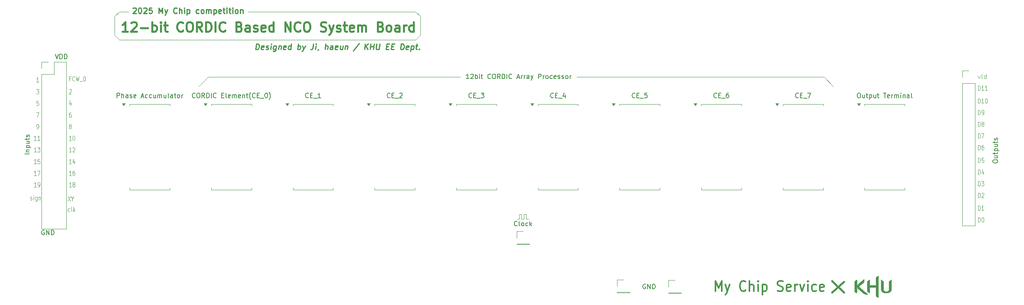
<source format=gbr>
%TF.GenerationSoftware,KiCad,Pcbnew,9.0.6-9.0.6~ubuntu24.04.1*%
%TF.CreationDate,2025-11-14T05:25:22+09:00*%
%TF.ProjectId,NCO_board,4e434f5f-626f-4617-9264-2e6b69636164,rev?*%
%TF.SameCoordinates,Original*%
%TF.FileFunction,Legend,Top*%
%TF.FilePolarity,Positive*%
%FSLAX46Y46*%
G04 Gerber Fmt 4.6, Leading zero omitted, Abs format (unit mm)*
G04 Created by KiCad (PCBNEW 9.0.6-9.0.6~ubuntu24.04.1) date 2025-11-14 05:25:22*
%MOMM*%
%LPD*%
G01*
G04 APERTURE LIST*
%ADD10C,0.100000*%
%ADD11C,0.400000*%
%ADD12C,0.375000*%
%ADD13C,0.200000*%
%ADD14C,0.250000*%
%ADD15C,0.260000*%
%ADD16C,0.150000*%
%ADD17C,0.120000*%
%ADD18C,0.000000*%
G04 APERTURE END LIST*
D10*
X106200000Y-50500000D02*
X106700000Y-50500000D01*
X106700000Y-49500000D02*
X107200000Y-49500000D01*
X107700000Y-50500000D02*
X107700000Y-49500000D01*
X107200000Y-50500000D02*
X107700000Y-50500000D01*
X107700000Y-49500000D02*
X108200000Y-49500000D01*
X106700000Y-50500000D02*
X106700000Y-49500000D01*
X107200000Y-49500000D02*
X107200000Y-50500000D01*
X108200000Y-50500000D02*
X108700000Y-50500000D01*
X108200000Y-49500000D02*
X108200000Y-50500000D01*
D11*
X176250000Y-63932803D02*
X173750000Y-66250000D01*
X173750000Y-63750000D02*
X176250000Y-66250000D01*
D12*
X148722900Y-65961261D02*
X148722900Y-63761261D01*
X148722900Y-63761261D02*
X149389567Y-65332690D01*
X149389567Y-65332690D02*
X150056233Y-63761261D01*
X150056233Y-63761261D02*
X150056233Y-65961261D01*
X150818138Y-64494595D02*
X151294328Y-65961261D01*
X151770519Y-64494595D02*
X151294328Y-65961261D01*
X151294328Y-65961261D02*
X151103852Y-66485071D01*
X151103852Y-66485071D02*
X151008614Y-66589833D01*
X151008614Y-66589833D02*
X150818138Y-66694595D01*
X155199091Y-65751738D02*
X155103853Y-65856500D01*
X155103853Y-65856500D02*
X154818139Y-65961261D01*
X154818139Y-65961261D02*
X154627663Y-65961261D01*
X154627663Y-65961261D02*
X154341948Y-65856500D01*
X154341948Y-65856500D02*
X154151472Y-65646976D01*
X154151472Y-65646976D02*
X154056234Y-65437452D01*
X154056234Y-65437452D02*
X153960996Y-65018404D01*
X153960996Y-65018404D02*
X153960996Y-64704119D01*
X153960996Y-64704119D02*
X154056234Y-64285071D01*
X154056234Y-64285071D02*
X154151472Y-64075547D01*
X154151472Y-64075547D02*
X154341948Y-63866023D01*
X154341948Y-63866023D02*
X154627663Y-63761261D01*
X154627663Y-63761261D02*
X154818139Y-63761261D01*
X154818139Y-63761261D02*
X155103853Y-63866023D01*
X155103853Y-63866023D02*
X155199091Y-63970785D01*
X156056234Y-65961261D02*
X156056234Y-63761261D01*
X156913377Y-65961261D02*
X156913377Y-64808880D01*
X156913377Y-64808880D02*
X156818139Y-64599357D01*
X156818139Y-64599357D02*
X156627663Y-64494595D01*
X156627663Y-64494595D02*
X156341948Y-64494595D01*
X156341948Y-64494595D02*
X156151472Y-64599357D01*
X156151472Y-64599357D02*
X156056234Y-64704119D01*
X157865758Y-65961261D02*
X157865758Y-64494595D01*
X157865758Y-63761261D02*
X157770520Y-63866023D01*
X157770520Y-63866023D02*
X157865758Y-63970785D01*
X157865758Y-63970785D02*
X157960996Y-63866023D01*
X157960996Y-63866023D02*
X157865758Y-63761261D01*
X157865758Y-63761261D02*
X157865758Y-63970785D01*
X158818139Y-64494595D02*
X158818139Y-66694595D01*
X158818139Y-64599357D02*
X159008615Y-64494595D01*
X159008615Y-64494595D02*
X159389568Y-64494595D01*
X159389568Y-64494595D02*
X159580044Y-64599357D01*
X159580044Y-64599357D02*
X159675282Y-64704119D01*
X159675282Y-64704119D02*
X159770520Y-64913642D01*
X159770520Y-64913642D02*
X159770520Y-65542214D01*
X159770520Y-65542214D02*
X159675282Y-65751738D01*
X159675282Y-65751738D02*
X159580044Y-65856500D01*
X159580044Y-65856500D02*
X159389568Y-65961261D01*
X159389568Y-65961261D02*
X159008615Y-65961261D01*
X159008615Y-65961261D02*
X158818139Y-65856500D01*
X162056235Y-65856500D02*
X162341949Y-65961261D01*
X162341949Y-65961261D02*
X162818140Y-65961261D01*
X162818140Y-65961261D02*
X163008616Y-65856500D01*
X163008616Y-65856500D02*
X163103854Y-65751738D01*
X163103854Y-65751738D02*
X163199092Y-65542214D01*
X163199092Y-65542214D02*
X163199092Y-65332690D01*
X163199092Y-65332690D02*
X163103854Y-65123166D01*
X163103854Y-65123166D02*
X163008616Y-65018404D01*
X163008616Y-65018404D02*
X162818140Y-64913642D01*
X162818140Y-64913642D02*
X162437187Y-64808880D01*
X162437187Y-64808880D02*
X162246711Y-64704119D01*
X162246711Y-64704119D02*
X162151473Y-64599357D01*
X162151473Y-64599357D02*
X162056235Y-64389833D01*
X162056235Y-64389833D02*
X162056235Y-64180309D01*
X162056235Y-64180309D02*
X162151473Y-63970785D01*
X162151473Y-63970785D02*
X162246711Y-63866023D01*
X162246711Y-63866023D02*
X162437187Y-63761261D01*
X162437187Y-63761261D02*
X162913378Y-63761261D01*
X162913378Y-63761261D02*
X163199092Y-63866023D01*
X164818140Y-65856500D02*
X164627664Y-65961261D01*
X164627664Y-65961261D02*
X164246711Y-65961261D01*
X164246711Y-65961261D02*
X164056235Y-65856500D01*
X164056235Y-65856500D02*
X163960997Y-65646976D01*
X163960997Y-65646976D02*
X163960997Y-64808880D01*
X163960997Y-64808880D02*
X164056235Y-64599357D01*
X164056235Y-64599357D02*
X164246711Y-64494595D01*
X164246711Y-64494595D02*
X164627664Y-64494595D01*
X164627664Y-64494595D02*
X164818140Y-64599357D01*
X164818140Y-64599357D02*
X164913378Y-64808880D01*
X164913378Y-64808880D02*
X164913378Y-65018404D01*
X164913378Y-65018404D02*
X163960997Y-65227928D01*
X165770521Y-65961261D02*
X165770521Y-64494595D01*
X165770521Y-64913642D02*
X165865759Y-64704119D01*
X165865759Y-64704119D02*
X165960997Y-64599357D01*
X165960997Y-64599357D02*
X166151473Y-64494595D01*
X166151473Y-64494595D02*
X166341950Y-64494595D01*
X166818140Y-64494595D02*
X167294330Y-65961261D01*
X167294330Y-65961261D02*
X167770521Y-64494595D01*
X168532426Y-65961261D02*
X168532426Y-64494595D01*
X168532426Y-63761261D02*
X168437188Y-63866023D01*
X168437188Y-63866023D02*
X168532426Y-63970785D01*
X168532426Y-63970785D02*
X168627664Y-63866023D01*
X168627664Y-63866023D02*
X168532426Y-63761261D01*
X168532426Y-63761261D02*
X168532426Y-63970785D01*
X170341950Y-65856500D02*
X170151474Y-65961261D01*
X170151474Y-65961261D02*
X169770521Y-65961261D01*
X169770521Y-65961261D02*
X169580045Y-65856500D01*
X169580045Y-65856500D02*
X169484807Y-65751738D01*
X169484807Y-65751738D02*
X169389569Y-65542214D01*
X169389569Y-65542214D02*
X169389569Y-64913642D01*
X169389569Y-64913642D02*
X169484807Y-64704119D01*
X169484807Y-64704119D02*
X169580045Y-64599357D01*
X169580045Y-64599357D02*
X169770521Y-64494595D01*
X169770521Y-64494595D02*
X170151474Y-64494595D01*
X170151474Y-64494595D02*
X170341950Y-64599357D01*
X171960998Y-65856500D02*
X171770522Y-65961261D01*
X171770522Y-65961261D02*
X171389569Y-65961261D01*
X171389569Y-65961261D02*
X171199093Y-65856500D01*
X171199093Y-65856500D02*
X171103855Y-65646976D01*
X171103855Y-65646976D02*
X171103855Y-64808880D01*
X171103855Y-64808880D02*
X171199093Y-64599357D01*
X171199093Y-64599357D02*
X171389569Y-64494595D01*
X171389569Y-64494595D02*
X171770522Y-64494595D01*
X171770522Y-64494595D02*
X171960998Y-64599357D01*
X171960998Y-64599357D02*
X172056236Y-64808880D01*
X172056236Y-64808880D02*
X172056236Y-65018404D01*
X172056236Y-65018404D02*
X171103855Y-65227928D01*
D10*
X205006265Y-51122419D02*
X205006265Y-50122419D01*
X205006265Y-50122419D02*
X205196741Y-50122419D01*
X205196741Y-50122419D02*
X205311027Y-50170038D01*
X205311027Y-50170038D02*
X205387217Y-50265276D01*
X205387217Y-50265276D02*
X205425312Y-50360514D01*
X205425312Y-50360514D02*
X205463408Y-50550990D01*
X205463408Y-50550990D02*
X205463408Y-50693847D01*
X205463408Y-50693847D02*
X205425312Y-50884323D01*
X205425312Y-50884323D02*
X205387217Y-50979561D01*
X205387217Y-50979561D02*
X205311027Y-51074800D01*
X205311027Y-51074800D02*
X205196741Y-51122419D01*
X205196741Y-51122419D02*
X205006265Y-51122419D01*
X205958646Y-50122419D02*
X206034836Y-50122419D01*
X206034836Y-50122419D02*
X206111027Y-50170038D01*
X206111027Y-50170038D02*
X206149122Y-50217657D01*
X206149122Y-50217657D02*
X206187217Y-50312895D01*
X206187217Y-50312895D02*
X206225312Y-50503371D01*
X206225312Y-50503371D02*
X206225312Y-50741466D01*
X206225312Y-50741466D02*
X206187217Y-50931942D01*
X206187217Y-50931942D02*
X206149122Y-51027180D01*
X206149122Y-51027180D02*
X206111027Y-51074800D01*
X206111027Y-51074800D02*
X206034836Y-51122419D01*
X206034836Y-51122419D02*
X205958646Y-51122419D01*
X205958646Y-51122419D02*
X205882455Y-51074800D01*
X205882455Y-51074800D02*
X205844360Y-51027180D01*
X205844360Y-51027180D02*
X205806265Y-50931942D01*
X205806265Y-50931942D02*
X205768169Y-50741466D01*
X205768169Y-50741466D02*
X205768169Y-50503371D01*
X205768169Y-50503371D02*
X205806265Y-50312895D01*
X205806265Y-50312895D02*
X205844360Y-50217657D01*
X205844360Y-50217657D02*
X205882455Y-50170038D01*
X205882455Y-50170038D02*
X205958646Y-50122419D01*
X205006265Y-48622419D02*
X205006265Y-47622419D01*
X205006265Y-47622419D02*
X205196741Y-47622419D01*
X205196741Y-47622419D02*
X205311027Y-47670038D01*
X205311027Y-47670038D02*
X205387217Y-47765276D01*
X205387217Y-47765276D02*
X205425312Y-47860514D01*
X205425312Y-47860514D02*
X205463408Y-48050990D01*
X205463408Y-48050990D02*
X205463408Y-48193847D01*
X205463408Y-48193847D02*
X205425312Y-48384323D01*
X205425312Y-48384323D02*
X205387217Y-48479561D01*
X205387217Y-48479561D02*
X205311027Y-48574800D01*
X205311027Y-48574800D02*
X205196741Y-48622419D01*
X205196741Y-48622419D02*
X205006265Y-48622419D01*
X206225312Y-48622419D02*
X205768169Y-48622419D01*
X205996741Y-48622419D02*
X205996741Y-47622419D01*
X205996741Y-47622419D02*
X205920550Y-47765276D01*
X205920550Y-47765276D02*
X205844360Y-47860514D01*
X205844360Y-47860514D02*
X205768169Y-47908133D01*
X205006265Y-45872419D02*
X205006265Y-44872419D01*
X205006265Y-44872419D02*
X205196741Y-44872419D01*
X205196741Y-44872419D02*
X205311027Y-44920038D01*
X205311027Y-44920038D02*
X205387217Y-45015276D01*
X205387217Y-45015276D02*
X205425312Y-45110514D01*
X205425312Y-45110514D02*
X205463408Y-45300990D01*
X205463408Y-45300990D02*
X205463408Y-45443847D01*
X205463408Y-45443847D02*
X205425312Y-45634323D01*
X205425312Y-45634323D02*
X205387217Y-45729561D01*
X205387217Y-45729561D02*
X205311027Y-45824800D01*
X205311027Y-45824800D02*
X205196741Y-45872419D01*
X205196741Y-45872419D02*
X205006265Y-45872419D01*
X205768169Y-44967657D02*
X205806265Y-44920038D01*
X205806265Y-44920038D02*
X205882455Y-44872419D01*
X205882455Y-44872419D02*
X206072931Y-44872419D01*
X206072931Y-44872419D02*
X206149122Y-44920038D01*
X206149122Y-44920038D02*
X206187217Y-44967657D01*
X206187217Y-44967657D02*
X206225312Y-45062895D01*
X206225312Y-45062895D02*
X206225312Y-45158133D01*
X206225312Y-45158133D02*
X206187217Y-45300990D01*
X206187217Y-45300990D02*
X205730074Y-45872419D01*
X205730074Y-45872419D02*
X206225312Y-45872419D01*
X205006265Y-43372419D02*
X205006265Y-42372419D01*
X205006265Y-42372419D02*
X205196741Y-42372419D01*
X205196741Y-42372419D02*
X205311027Y-42420038D01*
X205311027Y-42420038D02*
X205387217Y-42515276D01*
X205387217Y-42515276D02*
X205425312Y-42610514D01*
X205425312Y-42610514D02*
X205463408Y-42800990D01*
X205463408Y-42800990D02*
X205463408Y-42943847D01*
X205463408Y-42943847D02*
X205425312Y-43134323D01*
X205425312Y-43134323D02*
X205387217Y-43229561D01*
X205387217Y-43229561D02*
X205311027Y-43324800D01*
X205311027Y-43324800D02*
X205196741Y-43372419D01*
X205196741Y-43372419D02*
X205006265Y-43372419D01*
X205730074Y-42372419D02*
X206225312Y-42372419D01*
X206225312Y-42372419D02*
X205958646Y-42753371D01*
X205958646Y-42753371D02*
X206072931Y-42753371D01*
X206072931Y-42753371D02*
X206149122Y-42800990D01*
X206149122Y-42800990D02*
X206187217Y-42848609D01*
X206187217Y-42848609D02*
X206225312Y-42943847D01*
X206225312Y-42943847D02*
X206225312Y-43181942D01*
X206225312Y-43181942D02*
X206187217Y-43277180D01*
X206187217Y-43277180D02*
X206149122Y-43324800D01*
X206149122Y-43324800D02*
X206072931Y-43372419D01*
X206072931Y-43372419D02*
X205844360Y-43372419D01*
X205844360Y-43372419D02*
X205768169Y-43324800D01*
X205768169Y-43324800D02*
X205730074Y-43277180D01*
X205006265Y-40872419D02*
X205006265Y-39872419D01*
X205006265Y-39872419D02*
X205196741Y-39872419D01*
X205196741Y-39872419D02*
X205311027Y-39920038D01*
X205311027Y-39920038D02*
X205387217Y-40015276D01*
X205387217Y-40015276D02*
X205425312Y-40110514D01*
X205425312Y-40110514D02*
X205463408Y-40300990D01*
X205463408Y-40300990D02*
X205463408Y-40443847D01*
X205463408Y-40443847D02*
X205425312Y-40634323D01*
X205425312Y-40634323D02*
X205387217Y-40729561D01*
X205387217Y-40729561D02*
X205311027Y-40824800D01*
X205311027Y-40824800D02*
X205196741Y-40872419D01*
X205196741Y-40872419D02*
X205006265Y-40872419D01*
X206149122Y-40205752D02*
X206149122Y-40872419D01*
X205958646Y-39824800D02*
X205768169Y-40539085D01*
X205768169Y-40539085D02*
X206263408Y-40539085D01*
X205006265Y-38372419D02*
X205006265Y-37372419D01*
X205006265Y-37372419D02*
X205196741Y-37372419D01*
X205196741Y-37372419D02*
X205311027Y-37420038D01*
X205311027Y-37420038D02*
X205387217Y-37515276D01*
X205387217Y-37515276D02*
X205425312Y-37610514D01*
X205425312Y-37610514D02*
X205463408Y-37800990D01*
X205463408Y-37800990D02*
X205463408Y-37943847D01*
X205463408Y-37943847D02*
X205425312Y-38134323D01*
X205425312Y-38134323D02*
X205387217Y-38229561D01*
X205387217Y-38229561D02*
X205311027Y-38324800D01*
X205311027Y-38324800D02*
X205196741Y-38372419D01*
X205196741Y-38372419D02*
X205006265Y-38372419D01*
X206187217Y-37372419D02*
X205806265Y-37372419D01*
X205806265Y-37372419D02*
X205768169Y-37848609D01*
X205768169Y-37848609D02*
X205806265Y-37800990D01*
X205806265Y-37800990D02*
X205882455Y-37753371D01*
X205882455Y-37753371D02*
X206072931Y-37753371D01*
X206072931Y-37753371D02*
X206149122Y-37800990D01*
X206149122Y-37800990D02*
X206187217Y-37848609D01*
X206187217Y-37848609D02*
X206225312Y-37943847D01*
X206225312Y-37943847D02*
X206225312Y-38181942D01*
X206225312Y-38181942D02*
X206187217Y-38277180D01*
X206187217Y-38277180D02*
X206149122Y-38324800D01*
X206149122Y-38324800D02*
X206072931Y-38372419D01*
X206072931Y-38372419D02*
X205882455Y-38372419D01*
X205882455Y-38372419D02*
X205806265Y-38324800D01*
X205806265Y-38324800D02*
X205768169Y-38277180D01*
X205006265Y-35622419D02*
X205006265Y-34622419D01*
X205006265Y-34622419D02*
X205196741Y-34622419D01*
X205196741Y-34622419D02*
X205311027Y-34670038D01*
X205311027Y-34670038D02*
X205387217Y-34765276D01*
X205387217Y-34765276D02*
X205425312Y-34860514D01*
X205425312Y-34860514D02*
X205463408Y-35050990D01*
X205463408Y-35050990D02*
X205463408Y-35193847D01*
X205463408Y-35193847D02*
X205425312Y-35384323D01*
X205425312Y-35384323D02*
X205387217Y-35479561D01*
X205387217Y-35479561D02*
X205311027Y-35574800D01*
X205311027Y-35574800D02*
X205196741Y-35622419D01*
X205196741Y-35622419D02*
X205006265Y-35622419D01*
X206149122Y-34622419D02*
X205996741Y-34622419D01*
X205996741Y-34622419D02*
X205920550Y-34670038D01*
X205920550Y-34670038D02*
X205882455Y-34717657D01*
X205882455Y-34717657D02*
X205806265Y-34860514D01*
X205806265Y-34860514D02*
X205768169Y-35050990D01*
X205768169Y-35050990D02*
X205768169Y-35431942D01*
X205768169Y-35431942D02*
X205806265Y-35527180D01*
X205806265Y-35527180D02*
X205844360Y-35574800D01*
X205844360Y-35574800D02*
X205920550Y-35622419D01*
X205920550Y-35622419D02*
X206072931Y-35622419D01*
X206072931Y-35622419D02*
X206149122Y-35574800D01*
X206149122Y-35574800D02*
X206187217Y-35527180D01*
X206187217Y-35527180D02*
X206225312Y-35431942D01*
X206225312Y-35431942D02*
X206225312Y-35193847D01*
X206225312Y-35193847D02*
X206187217Y-35098609D01*
X206187217Y-35098609D02*
X206149122Y-35050990D01*
X206149122Y-35050990D02*
X206072931Y-35003371D01*
X206072931Y-35003371D02*
X205920550Y-35003371D01*
X205920550Y-35003371D02*
X205844360Y-35050990D01*
X205844360Y-35050990D02*
X205806265Y-35098609D01*
X205806265Y-35098609D02*
X205768169Y-35193847D01*
X205006265Y-33122419D02*
X205006265Y-32122419D01*
X205006265Y-32122419D02*
X205196741Y-32122419D01*
X205196741Y-32122419D02*
X205311027Y-32170038D01*
X205311027Y-32170038D02*
X205387217Y-32265276D01*
X205387217Y-32265276D02*
X205425312Y-32360514D01*
X205425312Y-32360514D02*
X205463408Y-32550990D01*
X205463408Y-32550990D02*
X205463408Y-32693847D01*
X205463408Y-32693847D02*
X205425312Y-32884323D01*
X205425312Y-32884323D02*
X205387217Y-32979561D01*
X205387217Y-32979561D02*
X205311027Y-33074800D01*
X205311027Y-33074800D02*
X205196741Y-33122419D01*
X205196741Y-33122419D02*
X205006265Y-33122419D01*
X205730074Y-32122419D02*
X206263408Y-32122419D01*
X206263408Y-32122419D02*
X205920550Y-33122419D01*
X205006265Y-30622419D02*
X205006265Y-29622419D01*
X205006265Y-29622419D02*
X205196741Y-29622419D01*
X205196741Y-29622419D02*
X205311027Y-29670038D01*
X205311027Y-29670038D02*
X205387217Y-29765276D01*
X205387217Y-29765276D02*
X205425312Y-29860514D01*
X205425312Y-29860514D02*
X205463408Y-30050990D01*
X205463408Y-30050990D02*
X205463408Y-30193847D01*
X205463408Y-30193847D02*
X205425312Y-30384323D01*
X205425312Y-30384323D02*
X205387217Y-30479561D01*
X205387217Y-30479561D02*
X205311027Y-30574800D01*
X205311027Y-30574800D02*
X205196741Y-30622419D01*
X205196741Y-30622419D02*
X205006265Y-30622419D01*
X205920550Y-30050990D02*
X205844360Y-30003371D01*
X205844360Y-30003371D02*
X205806265Y-29955752D01*
X205806265Y-29955752D02*
X205768169Y-29860514D01*
X205768169Y-29860514D02*
X205768169Y-29812895D01*
X205768169Y-29812895D02*
X205806265Y-29717657D01*
X205806265Y-29717657D02*
X205844360Y-29670038D01*
X205844360Y-29670038D02*
X205920550Y-29622419D01*
X205920550Y-29622419D02*
X206072931Y-29622419D01*
X206072931Y-29622419D02*
X206149122Y-29670038D01*
X206149122Y-29670038D02*
X206187217Y-29717657D01*
X206187217Y-29717657D02*
X206225312Y-29812895D01*
X206225312Y-29812895D02*
X206225312Y-29860514D01*
X206225312Y-29860514D02*
X206187217Y-29955752D01*
X206187217Y-29955752D02*
X206149122Y-30003371D01*
X206149122Y-30003371D02*
X206072931Y-30050990D01*
X206072931Y-30050990D02*
X205920550Y-30050990D01*
X205920550Y-30050990D02*
X205844360Y-30098609D01*
X205844360Y-30098609D02*
X205806265Y-30146228D01*
X205806265Y-30146228D02*
X205768169Y-30241466D01*
X205768169Y-30241466D02*
X205768169Y-30431942D01*
X205768169Y-30431942D02*
X205806265Y-30527180D01*
X205806265Y-30527180D02*
X205844360Y-30574800D01*
X205844360Y-30574800D02*
X205920550Y-30622419D01*
X205920550Y-30622419D02*
X206072931Y-30622419D01*
X206072931Y-30622419D02*
X206149122Y-30574800D01*
X206149122Y-30574800D02*
X206187217Y-30527180D01*
X206187217Y-30527180D02*
X206225312Y-30431942D01*
X206225312Y-30431942D02*
X206225312Y-30241466D01*
X206225312Y-30241466D02*
X206187217Y-30146228D01*
X206187217Y-30146228D02*
X206149122Y-30098609D01*
X206149122Y-30098609D02*
X206072931Y-30050990D01*
X205006265Y-28122419D02*
X205006265Y-27122419D01*
X205006265Y-27122419D02*
X205196741Y-27122419D01*
X205196741Y-27122419D02*
X205311027Y-27170038D01*
X205311027Y-27170038D02*
X205387217Y-27265276D01*
X205387217Y-27265276D02*
X205425312Y-27360514D01*
X205425312Y-27360514D02*
X205463408Y-27550990D01*
X205463408Y-27550990D02*
X205463408Y-27693847D01*
X205463408Y-27693847D02*
X205425312Y-27884323D01*
X205425312Y-27884323D02*
X205387217Y-27979561D01*
X205387217Y-27979561D02*
X205311027Y-28074800D01*
X205311027Y-28074800D02*
X205196741Y-28122419D01*
X205196741Y-28122419D02*
X205006265Y-28122419D01*
X205844360Y-28122419D02*
X205996741Y-28122419D01*
X205996741Y-28122419D02*
X206072931Y-28074800D01*
X206072931Y-28074800D02*
X206111027Y-28027180D01*
X206111027Y-28027180D02*
X206187217Y-27884323D01*
X206187217Y-27884323D02*
X206225312Y-27693847D01*
X206225312Y-27693847D02*
X206225312Y-27312895D01*
X206225312Y-27312895D02*
X206187217Y-27217657D01*
X206187217Y-27217657D02*
X206149122Y-27170038D01*
X206149122Y-27170038D02*
X206072931Y-27122419D01*
X206072931Y-27122419D02*
X205920550Y-27122419D01*
X205920550Y-27122419D02*
X205844360Y-27170038D01*
X205844360Y-27170038D02*
X205806265Y-27217657D01*
X205806265Y-27217657D02*
X205768169Y-27312895D01*
X205768169Y-27312895D02*
X205768169Y-27550990D01*
X205768169Y-27550990D02*
X205806265Y-27646228D01*
X205806265Y-27646228D02*
X205844360Y-27693847D01*
X205844360Y-27693847D02*
X205920550Y-27741466D01*
X205920550Y-27741466D02*
X206072931Y-27741466D01*
X206072931Y-27741466D02*
X206149122Y-27693847D01*
X206149122Y-27693847D02*
X206187217Y-27646228D01*
X206187217Y-27646228D02*
X206225312Y-27550990D01*
X205006265Y-25622419D02*
X205006265Y-24622419D01*
X205006265Y-24622419D02*
X205196741Y-24622419D01*
X205196741Y-24622419D02*
X205311027Y-24670038D01*
X205311027Y-24670038D02*
X205387217Y-24765276D01*
X205387217Y-24765276D02*
X205425312Y-24860514D01*
X205425312Y-24860514D02*
X205463408Y-25050990D01*
X205463408Y-25050990D02*
X205463408Y-25193847D01*
X205463408Y-25193847D02*
X205425312Y-25384323D01*
X205425312Y-25384323D02*
X205387217Y-25479561D01*
X205387217Y-25479561D02*
X205311027Y-25574800D01*
X205311027Y-25574800D02*
X205196741Y-25622419D01*
X205196741Y-25622419D02*
X205006265Y-25622419D01*
X206225312Y-25622419D02*
X205768169Y-25622419D01*
X205996741Y-25622419D02*
X205996741Y-24622419D01*
X205996741Y-24622419D02*
X205920550Y-24765276D01*
X205920550Y-24765276D02*
X205844360Y-24860514D01*
X205844360Y-24860514D02*
X205768169Y-24908133D01*
X206720551Y-24622419D02*
X206796741Y-24622419D01*
X206796741Y-24622419D02*
X206872932Y-24670038D01*
X206872932Y-24670038D02*
X206911027Y-24717657D01*
X206911027Y-24717657D02*
X206949122Y-24812895D01*
X206949122Y-24812895D02*
X206987217Y-25003371D01*
X206987217Y-25003371D02*
X206987217Y-25241466D01*
X206987217Y-25241466D02*
X206949122Y-25431942D01*
X206949122Y-25431942D02*
X206911027Y-25527180D01*
X206911027Y-25527180D02*
X206872932Y-25574800D01*
X206872932Y-25574800D02*
X206796741Y-25622419D01*
X206796741Y-25622419D02*
X206720551Y-25622419D01*
X206720551Y-25622419D02*
X206644360Y-25574800D01*
X206644360Y-25574800D02*
X206606265Y-25527180D01*
X206606265Y-25527180D02*
X206568170Y-25431942D01*
X206568170Y-25431942D02*
X206530074Y-25241466D01*
X206530074Y-25241466D02*
X206530074Y-25003371D01*
X206530074Y-25003371D02*
X206568170Y-24812895D01*
X206568170Y-24812895D02*
X206606265Y-24717657D01*
X206606265Y-24717657D02*
X206644360Y-24670038D01*
X206644360Y-24670038D02*
X206720551Y-24622419D01*
X205006265Y-22872419D02*
X205006265Y-21872419D01*
X205006265Y-21872419D02*
X205196741Y-21872419D01*
X205196741Y-21872419D02*
X205311027Y-21920038D01*
X205311027Y-21920038D02*
X205387217Y-22015276D01*
X205387217Y-22015276D02*
X205425312Y-22110514D01*
X205425312Y-22110514D02*
X205463408Y-22300990D01*
X205463408Y-22300990D02*
X205463408Y-22443847D01*
X205463408Y-22443847D02*
X205425312Y-22634323D01*
X205425312Y-22634323D02*
X205387217Y-22729561D01*
X205387217Y-22729561D02*
X205311027Y-22824800D01*
X205311027Y-22824800D02*
X205196741Y-22872419D01*
X205196741Y-22872419D02*
X205006265Y-22872419D01*
X206225312Y-22872419D02*
X205768169Y-22872419D01*
X205996741Y-22872419D02*
X205996741Y-21872419D01*
X205996741Y-21872419D02*
X205920550Y-22015276D01*
X205920550Y-22015276D02*
X205844360Y-22110514D01*
X205844360Y-22110514D02*
X205768169Y-22158133D01*
X206987217Y-22872419D02*
X206530074Y-22872419D01*
X206758646Y-22872419D02*
X206758646Y-21872419D01*
X206758646Y-21872419D02*
X206682455Y-22015276D01*
X206682455Y-22015276D02*
X206606265Y-22110514D01*
X206606265Y-22110514D02*
X206530074Y-22158133D01*
X204958646Y-19705752D02*
X205196741Y-20372419D01*
X205196741Y-20372419D02*
X205434836Y-19705752D01*
X205958646Y-20372419D02*
X205863408Y-20324800D01*
X205863408Y-20324800D02*
X205815789Y-20229561D01*
X205815789Y-20229561D02*
X205815789Y-19372419D01*
X206768170Y-20372419D02*
X206768170Y-19372419D01*
X206768170Y-20324800D02*
X206672932Y-20372419D01*
X206672932Y-20372419D02*
X206482456Y-20372419D01*
X206482456Y-20372419D02*
X206387218Y-20324800D01*
X206387218Y-20324800D02*
X206339599Y-20277180D01*
X206339599Y-20277180D02*
X206291980Y-20181942D01*
X206291980Y-20181942D02*
X206291980Y-19896228D01*
X206291980Y-19896228D02*
X206339599Y-19800990D01*
X206339599Y-19800990D02*
X206387218Y-19753371D01*
X206387218Y-19753371D02*
X206482456Y-19705752D01*
X206482456Y-19705752D02*
X206672932Y-19705752D01*
X206672932Y-19705752D02*
X206768170Y-19753371D01*
D13*
X7226816Y-15117219D02*
X7560149Y-16117219D01*
X7560149Y-16117219D02*
X7893482Y-15117219D01*
X8226816Y-16117219D02*
X8226816Y-15117219D01*
X8226816Y-15117219D02*
X8464911Y-15117219D01*
X8464911Y-15117219D02*
X8607768Y-15164838D01*
X8607768Y-15164838D02*
X8703006Y-15260076D01*
X8703006Y-15260076D02*
X8750625Y-15355314D01*
X8750625Y-15355314D02*
X8798244Y-15545790D01*
X8798244Y-15545790D02*
X8798244Y-15688647D01*
X8798244Y-15688647D02*
X8750625Y-15879123D01*
X8750625Y-15879123D02*
X8703006Y-15974361D01*
X8703006Y-15974361D02*
X8607768Y-16069600D01*
X8607768Y-16069600D02*
X8464911Y-16117219D01*
X8464911Y-16117219D02*
X8226816Y-16117219D01*
X9226816Y-16117219D02*
X9226816Y-15117219D01*
X9226816Y-15117219D02*
X9464911Y-15117219D01*
X9464911Y-15117219D02*
X9607768Y-15164838D01*
X9607768Y-15164838D02*
X9703006Y-15260076D01*
X9703006Y-15260076D02*
X9750625Y-15355314D01*
X9750625Y-15355314D02*
X9798244Y-15545790D01*
X9798244Y-15545790D02*
X9798244Y-15688647D01*
X9798244Y-15688647D02*
X9750625Y-15879123D01*
X9750625Y-15879123D02*
X9703006Y-15974361D01*
X9703006Y-15974361D02*
X9607768Y-16069600D01*
X9607768Y-16069600D02*
X9464911Y-16117219D01*
X9464911Y-16117219D02*
X9226816Y-16117219D01*
X4893482Y-52914838D02*
X4798244Y-52867219D01*
X4798244Y-52867219D02*
X4655387Y-52867219D01*
X4655387Y-52867219D02*
X4512530Y-52914838D01*
X4512530Y-52914838D02*
X4417292Y-53010076D01*
X4417292Y-53010076D02*
X4369673Y-53105314D01*
X4369673Y-53105314D02*
X4322054Y-53295790D01*
X4322054Y-53295790D02*
X4322054Y-53438647D01*
X4322054Y-53438647D02*
X4369673Y-53629123D01*
X4369673Y-53629123D02*
X4417292Y-53724361D01*
X4417292Y-53724361D02*
X4512530Y-53819600D01*
X4512530Y-53819600D02*
X4655387Y-53867219D01*
X4655387Y-53867219D02*
X4750625Y-53867219D01*
X4750625Y-53867219D02*
X4893482Y-53819600D01*
X4893482Y-53819600D02*
X4941101Y-53771980D01*
X4941101Y-53771980D02*
X4941101Y-53438647D01*
X4941101Y-53438647D02*
X4750625Y-53438647D01*
X5369673Y-53867219D02*
X5369673Y-52867219D01*
X5369673Y-52867219D02*
X5941101Y-53867219D01*
X5941101Y-53867219D02*
X5941101Y-52867219D01*
X6417292Y-53867219D02*
X6417292Y-52867219D01*
X6417292Y-52867219D02*
X6655387Y-52867219D01*
X6655387Y-52867219D02*
X6798244Y-52914838D01*
X6798244Y-52914838D02*
X6893482Y-53010076D01*
X6893482Y-53010076D02*
X6941101Y-53105314D01*
X6941101Y-53105314D02*
X6988720Y-53295790D01*
X6988720Y-53295790D02*
X6988720Y-53438647D01*
X6988720Y-53438647D02*
X6941101Y-53629123D01*
X6941101Y-53629123D02*
X6893482Y-53724361D01*
X6893482Y-53724361D02*
X6798244Y-53819600D01*
X6798244Y-53819600D02*
X6655387Y-53867219D01*
X6655387Y-53867219D02*
X6417292Y-53867219D01*
D10*
X10349122Y-48824800D02*
X10272931Y-48872419D01*
X10272931Y-48872419D02*
X10120550Y-48872419D01*
X10120550Y-48872419D02*
X10044360Y-48824800D01*
X10044360Y-48824800D02*
X10006265Y-48777180D01*
X10006265Y-48777180D02*
X9968169Y-48681942D01*
X9968169Y-48681942D02*
X9968169Y-48396228D01*
X9968169Y-48396228D02*
X10006265Y-48300990D01*
X10006265Y-48300990D02*
X10044360Y-48253371D01*
X10044360Y-48253371D02*
X10120550Y-48205752D01*
X10120550Y-48205752D02*
X10272931Y-48205752D01*
X10272931Y-48205752D02*
X10349122Y-48253371D01*
X10806264Y-48872419D02*
X10730074Y-48824800D01*
X10730074Y-48824800D02*
X10691979Y-48729561D01*
X10691979Y-48729561D02*
X10691979Y-47872419D01*
X11111027Y-48872419D02*
X11111027Y-47872419D01*
X11187217Y-48491466D02*
X11415789Y-48872419D01*
X11415789Y-48205752D02*
X11111027Y-48586704D01*
X9930074Y-45622419D02*
X10463408Y-46622419D01*
X10463408Y-45622419D02*
X9930074Y-46622419D01*
X10920551Y-46146228D02*
X10920551Y-46622419D01*
X10653884Y-45622419D02*
X10920551Y-46146228D01*
X10920551Y-46146228D02*
X11187217Y-45622419D01*
X10675312Y-43622419D02*
X10218169Y-43622419D01*
X10446741Y-43622419D02*
X10446741Y-42622419D01*
X10446741Y-42622419D02*
X10370550Y-42765276D01*
X10370550Y-42765276D02*
X10294360Y-42860514D01*
X10294360Y-42860514D02*
X10218169Y-42908133D01*
X11132455Y-43050990D02*
X11056265Y-43003371D01*
X11056265Y-43003371D02*
X11018170Y-42955752D01*
X11018170Y-42955752D02*
X10980074Y-42860514D01*
X10980074Y-42860514D02*
X10980074Y-42812895D01*
X10980074Y-42812895D02*
X11018170Y-42717657D01*
X11018170Y-42717657D02*
X11056265Y-42670038D01*
X11056265Y-42670038D02*
X11132455Y-42622419D01*
X11132455Y-42622419D02*
X11284836Y-42622419D01*
X11284836Y-42622419D02*
X11361027Y-42670038D01*
X11361027Y-42670038D02*
X11399122Y-42717657D01*
X11399122Y-42717657D02*
X11437217Y-42812895D01*
X11437217Y-42812895D02*
X11437217Y-42860514D01*
X11437217Y-42860514D02*
X11399122Y-42955752D01*
X11399122Y-42955752D02*
X11361027Y-43003371D01*
X11361027Y-43003371D02*
X11284836Y-43050990D01*
X11284836Y-43050990D02*
X11132455Y-43050990D01*
X11132455Y-43050990D02*
X11056265Y-43098609D01*
X11056265Y-43098609D02*
X11018170Y-43146228D01*
X11018170Y-43146228D02*
X10980074Y-43241466D01*
X10980074Y-43241466D02*
X10980074Y-43431942D01*
X10980074Y-43431942D02*
X11018170Y-43527180D01*
X11018170Y-43527180D02*
X11056265Y-43574800D01*
X11056265Y-43574800D02*
X11132455Y-43622419D01*
X11132455Y-43622419D02*
X11284836Y-43622419D01*
X11284836Y-43622419D02*
X11361027Y-43574800D01*
X11361027Y-43574800D02*
X11399122Y-43527180D01*
X11399122Y-43527180D02*
X11437217Y-43431942D01*
X11437217Y-43431942D02*
X11437217Y-43241466D01*
X11437217Y-43241466D02*
X11399122Y-43146228D01*
X11399122Y-43146228D02*
X11361027Y-43098609D01*
X11361027Y-43098609D02*
X11284836Y-43050990D01*
X10675312Y-41122419D02*
X10218169Y-41122419D01*
X10446741Y-41122419D02*
X10446741Y-40122419D01*
X10446741Y-40122419D02*
X10370550Y-40265276D01*
X10370550Y-40265276D02*
X10294360Y-40360514D01*
X10294360Y-40360514D02*
X10218169Y-40408133D01*
X11361027Y-40122419D02*
X11208646Y-40122419D01*
X11208646Y-40122419D02*
X11132455Y-40170038D01*
X11132455Y-40170038D02*
X11094360Y-40217657D01*
X11094360Y-40217657D02*
X11018170Y-40360514D01*
X11018170Y-40360514D02*
X10980074Y-40550990D01*
X10980074Y-40550990D02*
X10980074Y-40931942D01*
X10980074Y-40931942D02*
X11018170Y-41027180D01*
X11018170Y-41027180D02*
X11056265Y-41074800D01*
X11056265Y-41074800D02*
X11132455Y-41122419D01*
X11132455Y-41122419D02*
X11284836Y-41122419D01*
X11284836Y-41122419D02*
X11361027Y-41074800D01*
X11361027Y-41074800D02*
X11399122Y-41027180D01*
X11399122Y-41027180D02*
X11437217Y-40931942D01*
X11437217Y-40931942D02*
X11437217Y-40693847D01*
X11437217Y-40693847D02*
X11399122Y-40598609D01*
X11399122Y-40598609D02*
X11361027Y-40550990D01*
X11361027Y-40550990D02*
X11284836Y-40503371D01*
X11284836Y-40503371D02*
X11132455Y-40503371D01*
X11132455Y-40503371D02*
X11056265Y-40550990D01*
X11056265Y-40550990D02*
X11018170Y-40598609D01*
X11018170Y-40598609D02*
X10980074Y-40693847D01*
X10675312Y-38622419D02*
X10218169Y-38622419D01*
X10446741Y-38622419D02*
X10446741Y-37622419D01*
X10446741Y-37622419D02*
X10370550Y-37765276D01*
X10370550Y-37765276D02*
X10294360Y-37860514D01*
X10294360Y-37860514D02*
X10218169Y-37908133D01*
X11361027Y-37955752D02*
X11361027Y-38622419D01*
X11170551Y-37574800D02*
X10980074Y-38289085D01*
X10980074Y-38289085D02*
X11475313Y-38289085D01*
X10675312Y-36122419D02*
X10218169Y-36122419D01*
X10446741Y-36122419D02*
X10446741Y-35122419D01*
X10446741Y-35122419D02*
X10370550Y-35265276D01*
X10370550Y-35265276D02*
X10294360Y-35360514D01*
X10294360Y-35360514D02*
X10218169Y-35408133D01*
X10980074Y-35217657D02*
X11018170Y-35170038D01*
X11018170Y-35170038D02*
X11094360Y-35122419D01*
X11094360Y-35122419D02*
X11284836Y-35122419D01*
X11284836Y-35122419D02*
X11361027Y-35170038D01*
X11361027Y-35170038D02*
X11399122Y-35217657D01*
X11399122Y-35217657D02*
X11437217Y-35312895D01*
X11437217Y-35312895D02*
X11437217Y-35408133D01*
X11437217Y-35408133D02*
X11399122Y-35550990D01*
X11399122Y-35550990D02*
X10941979Y-36122419D01*
X10941979Y-36122419D02*
X11437217Y-36122419D01*
X10675312Y-33622419D02*
X10218169Y-33622419D01*
X10446741Y-33622419D02*
X10446741Y-32622419D01*
X10446741Y-32622419D02*
X10370550Y-32765276D01*
X10370550Y-32765276D02*
X10294360Y-32860514D01*
X10294360Y-32860514D02*
X10218169Y-32908133D01*
X11170551Y-32622419D02*
X11246741Y-32622419D01*
X11246741Y-32622419D02*
X11322932Y-32670038D01*
X11322932Y-32670038D02*
X11361027Y-32717657D01*
X11361027Y-32717657D02*
X11399122Y-32812895D01*
X11399122Y-32812895D02*
X11437217Y-33003371D01*
X11437217Y-33003371D02*
X11437217Y-33241466D01*
X11437217Y-33241466D02*
X11399122Y-33431942D01*
X11399122Y-33431942D02*
X11361027Y-33527180D01*
X11361027Y-33527180D02*
X11322932Y-33574800D01*
X11322932Y-33574800D02*
X11246741Y-33622419D01*
X11246741Y-33622419D02*
X11170551Y-33622419D01*
X11170551Y-33622419D02*
X11094360Y-33574800D01*
X11094360Y-33574800D02*
X11056265Y-33527180D01*
X11056265Y-33527180D02*
X11018170Y-33431942D01*
X11018170Y-33431942D02*
X10980074Y-33241466D01*
X10980074Y-33241466D02*
X10980074Y-33003371D01*
X10980074Y-33003371D02*
X11018170Y-32812895D01*
X11018170Y-32812895D02*
X11056265Y-32717657D01*
X11056265Y-32717657D02*
X11094360Y-32670038D01*
X11094360Y-32670038D02*
X11170551Y-32622419D01*
X10370550Y-30550990D02*
X10294360Y-30503371D01*
X10294360Y-30503371D02*
X10256265Y-30455752D01*
X10256265Y-30455752D02*
X10218169Y-30360514D01*
X10218169Y-30360514D02*
X10218169Y-30312895D01*
X10218169Y-30312895D02*
X10256265Y-30217657D01*
X10256265Y-30217657D02*
X10294360Y-30170038D01*
X10294360Y-30170038D02*
X10370550Y-30122419D01*
X10370550Y-30122419D02*
X10522931Y-30122419D01*
X10522931Y-30122419D02*
X10599122Y-30170038D01*
X10599122Y-30170038D02*
X10637217Y-30217657D01*
X10637217Y-30217657D02*
X10675312Y-30312895D01*
X10675312Y-30312895D02*
X10675312Y-30360514D01*
X10675312Y-30360514D02*
X10637217Y-30455752D01*
X10637217Y-30455752D02*
X10599122Y-30503371D01*
X10599122Y-30503371D02*
X10522931Y-30550990D01*
X10522931Y-30550990D02*
X10370550Y-30550990D01*
X10370550Y-30550990D02*
X10294360Y-30598609D01*
X10294360Y-30598609D02*
X10256265Y-30646228D01*
X10256265Y-30646228D02*
X10218169Y-30741466D01*
X10218169Y-30741466D02*
X10218169Y-30931942D01*
X10218169Y-30931942D02*
X10256265Y-31027180D01*
X10256265Y-31027180D02*
X10294360Y-31074800D01*
X10294360Y-31074800D02*
X10370550Y-31122419D01*
X10370550Y-31122419D02*
X10522931Y-31122419D01*
X10522931Y-31122419D02*
X10599122Y-31074800D01*
X10599122Y-31074800D02*
X10637217Y-31027180D01*
X10637217Y-31027180D02*
X10675312Y-30931942D01*
X10675312Y-30931942D02*
X10675312Y-30741466D01*
X10675312Y-30741466D02*
X10637217Y-30646228D01*
X10637217Y-30646228D02*
X10599122Y-30598609D01*
X10599122Y-30598609D02*
X10522931Y-30550990D01*
X10599122Y-27622419D02*
X10446741Y-27622419D01*
X10446741Y-27622419D02*
X10370550Y-27670038D01*
X10370550Y-27670038D02*
X10332455Y-27717657D01*
X10332455Y-27717657D02*
X10256265Y-27860514D01*
X10256265Y-27860514D02*
X10218169Y-28050990D01*
X10218169Y-28050990D02*
X10218169Y-28431942D01*
X10218169Y-28431942D02*
X10256265Y-28527180D01*
X10256265Y-28527180D02*
X10294360Y-28574800D01*
X10294360Y-28574800D02*
X10370550Y-28622419D01*
X10370550Y-28622419D02*
X10522931Y-28622419D01*
X10522931Y-28622419D02*
X10599122Y-28574800D01*
X10599122Y-28574800D02*
X10637217Y-28527180D01*
X10637217Y-28527180D02*
X10675312Y-28431942D01*
X10675312Y-28431942D02*
X10675312Y-28193847D01*
X10675312Y-28193847D02*
X10637217Y-28098609D01*
X10637217Y-28098609D02*
X10599122Y-28050990D01*
X10599122Y-28050990D02*
X10522931Y-28003371D01*
X10522931Y-28003371D02*
X10370550Y-28003371D01*
X10370550Y-28003371D02*
X10294360Y-28050990D01*
X10294360Y-28050990D02*
X10256265Y-28098609D01*
X10256265Y-28098609D02*
X10218169Y-28193847D01*
X10599122Y-25390752D02*
X10599122Y-26057419D01*
X10408646Y-25009800D02*
X10218169Y-25724085D01*
X10218169Y-25724085D02*
X10713408Y-25724085D01*
X10218169Y-22717657D02*
X10256265Y-22670038D01*
X10256265Y-22670038D02*
X10332455Y-22622419D01*
X10332455Y-22622419D02*
X10522931Y-22622419D01*
X10522931Y-22622419D02*
X10599122Y-22670038D01*
X10599122Y-22670038D02*
X10637217Y-22717657D01*
X10637217Y-22717657D02*
X10675312Y-22812895D01*
X10675312Y-22812895D02*
X10675312Y-22908133D01*
X10675312Y-22908133D02*
X10637217Y-23050990D01*
X10637217Y-23050990D02*
X10180074Y-23622419D01*
X10180074Y-23622419D02*
X10675312Y-23622419D01*
X3180074Y-22622419D02*
X3675312Y-22622419D01*
X3675312Y-22622419D02*
X3408646Y-23003371D01*
X3408646Y-23003371D02*
X3522931Y-23003371D01*
X3522931Y-23003371D02*
X3599122Y-23050990D01*
X3599122Y-23050990D02*
X3637217Y-23098609D01*
X3637217Y-23098609D02*
X3675312Y-23193847D01*
X3675312Y-23193847D02*
X3675312Y-23431942D01*
X3675312Y-23431942D02*
X3637217Y-23527180D01*
X3637217Y-23527180D02*
X3599122Y-23574800D01*
X3599122Y-23574800D02*
X3522931Y-23622419D01*
X3522931Y-23622419D02*
X3294360Y-23622419D01*
X3294360Y-23622419D02*
X3218169Y-23574800D01*
X3218169Y-23574800D02*
X3180074Y-23527180D01*
X3294360Y-31122419D02*
X3446741Y-31122419D01*
X3446741Y-31122419D02*
X3522931Y-31074800D01*
X3522931Y-31074800D02*
X3561027Y-31027180D01*
X3561027Y-31027180D02*
X3637217Y-30884323D01*
X3637217Y-30884323D02*
X3675312Y-30693847D01*
X3675312Y-30693847D02*
X3675312Y-30312895D01*
X3675312Y-30312895D02*
X3637217Y-30217657D01*
X3637217Y-30217657D02*
X3599122Y-30170038D01*
X3599122Y-30170038D02*
X3522931Y-30122419D01*
X3522931Y-30122419D02*
X3370550Y-30122419D01*
X3370550Y-30122419D02*
X3294360Y-30170038D01*
X3294360Y-30170038D02*
X3256265Y-30217657D01*
X3256265Y-30217657D02*
X3218169Y-30312895D01*
X3218169Y-30312895D02*
X3218169Y-30550990D01*
X3218169Y-30550990D02*
X3256265Y-30646228D01*
X3256265Y-30646228D02*
X3294360Y-30693847D01*
X3294360Y-30693847D02*
X3370550Y-30741466D01*
X3370550Y-30741466D02*
X3522931Y-30741466D01*
X3522931Y-30741466D02*
X3599122Y-30693847D01*
X3599122Y-30693847D02*
X3637217Y-30646228D01*
X3637217Y-30646228D02*
X3675312Y-30550990D01*
X3175312Y-43622419D02*
X2718169Y-43622419D01*
X2946741Y-43622419D02*
X2946741Y-42622419D01*
X2946741Y-42622419D02*
X2870550Y-42765276D01*
X2870550Y-42765276D02*
X2794360Y-42860514D01*
X2794360Y-42860514D02*
X2718169Y-42908133D01*
X3556265Y-43622419D02*
X3708646Y-43622419D01*
X3708646Y-43622419D02*
X3784836Y-43574800D01*
X3784836Y-43574800D02*
X3822932Y-43527180D01*
X3822932Y-43527180D02*
X3899122Y-43384323D01*
X3899122Y-43384323D02*
X3937217Y-43193847D01*
X3937217Y-43193847D02*
X3937217Y-42812895D01*
X3937217Y-42812895D02*
X3899122Y-42717657D01*
X3899122Y-42717657D02*
X3861027Y-42670038D01*
X3861027Y-42670038D02*
X3784836Y-42622419D01*
X3784836Y-42622419D02*
X3632455Y-42622419D01*
X3632455Y-42622419D02*
X3556265Y-42670038D01*
X3556265Y-42670038D02*
X3518170Y-42717657D01*
X3518170Y-42717657D02*
X3480074Y-42812895D01*
X3480074Y-42812895D02*
X3480074Y-43050990D01*
X3480074Y-43050990D02*
X3518170Y-43146228D01*
X3518170Y-43146228D02*
X3556265Y-43193847D01*
X3556265Y-43193847D02*
X3632455Y-43241466D01*
X3632455Y-43241466D02*
X3784836Y-43241466D01*
X3784836Y-43241466D02*
X3861027Y-43193847D01*
X3861027Y-43193847D02*
X3899122Y-43146228D01*
X3899122Y-43146228D02*
X3937217Y-43050990D01*
X3175312Y-41122419D02*
X2718169Y-41122419D01*
X2946741Y-41122419D02*
X2946741Y-40122419D01*
X2946741Y-40122419D02*
X2870550Y-40265276D01*
X2870550Y-40265276D02*
X2794360Y-40360514D01*
X2794360Y-40360514D02*
X2718169Y-40408133D01*
X3441979Y-40122419D02*
X3975313Y-40122419D01*
X3975313Y-40122419D02*
X3632455Y-41122419D01*
X3175312Y-33622419D02*
X2718169Y-33622419D01*
X2946741Y-33622419D02*
X2946741Y-32622419D01*
X2946741Y-32622419D02*
X2870550Y-32765276D01*
X2870550Y-32765276D02*
X2794360Y-32860514D01*
X2794360Y-32860514D02*
X2718169Y-32908133D01*
X3937217Y-33622419D02*
X3480074Y-33622419D01*
X3708646Y-33622419D02*
X3708646Y-32622419D01*
X3708646Y-32622419D02*
X3632455Y-32765276D01*
X3632455Y-32765276D02*
X3556265Y-32860514D01*
X3556265Y-32860514D02*
X3480074Y-32908133D01*
X3637217Y-25122419D02*
X3256265Y-25122419D01*
X3256265Y-25122419D02*
X3218169Y-25598609D01*
X3218169Y-25598609D02*
X3256265Y-25550990D01*
X3256265Y-25550990D02*
X3332455Y-25503371D01*
X3332455Y-25503371D02*
X3522931Y-25503371D01*
X3522931Y-25503371D02*
X3599122Y-25550990D01*
X3599122Y-25550990D02*
X3637217Y-25598609D01*
X3637217Y-25598609D02*
X3675312Y-25693847D01*
X3675312Y-25693847D02*
X3675312Y-25931942D01*
X3675312Y-25931942D02*
X3637217Y-26027180D01*
X3637217Y-26027180D02*
X3599122Y-26074800D01*
X3599122Y-26074800D02*
X3522931Y-26122419D01*
X3522931Y-26122419D02*
X3332455Y-26122419D01*
X3332455Y-26122419D02*
X3256265Y-26074800D01*
X3256265Y-26074800D02*
X3218169Y-26027180D01*
X3175312Y-36122419D02*
X2718169Y-36122419D01*
X2946741Y-36122419D02*
X2946741Y-35122419D01*
X2946741Y-35122419D02*
X2870550Y-35265276D01*
X2870550Y-35265276D02*
X2794360Y-35360514D01*
X2794360Y-35360514D02*
X2718169Y-35408133D01*
X3441979Y-35122419D02*
X3937217Y-35122419D01*
X3937217Y-35122419D02*
X3670551Y-35503371D01*
X3670551Y-35503371D02*
X3784836Y-35503371D01*
X3784836Y-35503371D02*
X3861027Y-35550990D01*
X3861027Y-35550990D02*
X3899122Y-35598609D01*
X3899122Y-35598609D02*
X3937217Y-35693847D01*
X3937217Y-35693847D02*
X3937217Y-35931942D01*
X3937217Y-35931942D02*
X3899122Y-36027180D01*
X3899122Y-36027180D02*
X3861027Y-36074800D01*
X3861027Y-36074800D02*
X3784836Y-36122419D01*
X3784836Y-36122419D02*
X3556265Y-36122419D01*
X3556265Y-36122419D02*
X3480074Y-36074800D01*
X3480074Y-36074800D02*
X3441979Y-36027180D01*
X3175312Y-38622419D02*
X2718169Y-38622419D01*
X2946741Y-38622419D02*
X2946741Y-37622419D01*
X2946741Y-37622419D02*
X2870550Y-37765276D01*
X2870550Y-37765276D02*
X2794360Y-37860514D01*
X2794360Y-37860514D02*
X2718169Y-37908133D01*
X3899122Y-37622419D02*
X3518170Y-37622419D01*
X3518170Y-37622419D02*
X3480074Y-38098609D01*
X3480074Y-38098609D02*
X3518170Y-38050990D01*
X3518170Y-38050990D02*
X3594360Y-38003371D01*
X3594360Y-38003371D02*
X3784836Y-38003371D01*
X3784836Y-38003371D02*
X3861027Y-38050990D01*
X3861027Y-38050990D02*
X3899122Y-38098609D01*
X3899122Y-38098609D02*
X3937217Y-38193847D01*
X3937217Y-38193847D02*
X3937217Y-38431942D01*
X3937217Y-38431942D02*
X3899122Y-38527180D01*
X3899122Y-38527180D02*
X3861027Y-38574800D01*
X3861027Y-38574800D02*
X3784836Y-38622419D01*
X3784836Y-38622419D02*
X3594360Y-38622419D01*
X3594360Y-38622419D02*
X3518170Y-38574800D01*
X3518170Y-38574800D02*
X3480074Y-38527180D01*
X3675312Y-21122419D02*
X3218169Y-21122419D01*
X3446741Y-21122419D02*
X3446741Y-20122419D01*
X3446741Y-20122419D02*
X3370550Y-20265276D01*
X3370550Y-20265276D02*
X3294360Y-20360514D01*
X3294360Y-20360514D02*
X3218169Y-20408133D01*
X3180074Y-27622419D02*
X3713408Y-27622419D01*
X3713408Y-27622419D02*
X3370550Y-28622419D01*
X10522931Y-20348609D02*
X10256265Y-20348609D01*
X10256265Y-20872419D02*
X10256265Y-19872419D01*
X10256265Y-19872419D02*
X10637217Y-19872419D01*
X11399122Y-20777180D02*
X11361026Y-20824800D01*
X11361026Y-20824800D02*
X11246741Y-20872419D01*
X11246741Y-20872419D02*
X11170550Y-20872419D01*
X11170550Y-20872419D02*
X11056264Y-20824800D01*
X11056264Y-20824800D02*
X10980074Y-20729561D01*
X10980074Y-20729561D02*
X10941979Y-20634323D01*
X10941979Y-20634323D02*
X10903883Y-20443847D01*
X10903883Y-20443847D02*
X10903883Y-20300990D01*
X10903883Y-20300990D02*
X10941979Y-20110514D01*
X10941979Y-20110514D02*
X10980074Y-20015276D01*
X10980074Y-20015276D02*
X11056264Y-19920038D01*
X11056264Y-19920038D02*
X11170550Y-19872419D01*
X11170550Y-19872419D02*
X11246741Y-19872419D01*
X11246741Y-19872419D02*
X11361026Y-19920038D01*
X11361026Y-19920038D02*
X11399122Y-19967657D01*
X11665788Y-19872419D02*
X11856264Y-20872419D01*
X11856264Y-20872419D02*
X12008645Y-20158133D01*
X12008645Y-20158133D02*
X12161026Y-20872419D01*
X12161026Y-20872419D02*
X12351503Y-19872419D01*
X12465789Y-20967657D02*
X13075312Y-20967657D01*
X13418170Y-19872419D02*
X13494360Y-19872419D01*
X13494360Y-19872419D02*
X13570551Y-19920038D01*
X13570551Y-19920038D02*
X13608646Y-19967657D01*
X13608646Y-19967657D02*
X13646741Y-20062895D01*
X13646741Y-20062895D02*
X13684836Y-20253371D01*
X13684836Y-20253371D02*
X13684836Y-20491466D01*
X13684836Y-20491466D02*
X13646741Y-20681942D01*
X13646741Y-20681942D02*
X13608646Y-20777180D01*
X13608646Y-20777180D02*
X13570551Y-20824800D01*
X13570551Y-20824800D02*
X13494360Y-20872419D01*
X13494360Y-20872419D02*
X13418170Y-20872419D01*
X13418170Y-20872419D02*
X13341979Y-20824800D01*
X13341979Y-20824800D02*
X13303884Y-20777180D01*
X13303884Y-20777180D02*
X13265789Y-20681942D01*
X13265789Y-20681942D02*
X13227693Y-20491466D01*
X13227693Y-20491466D02*
X13227693Y-20253371D01*
X13227693Y-20253371D02*
X13265789Y-20062895D01*
X13265789Y-20062895D02*
X13303884Y-19967657D01*
X13303884Y-19967657D02*
X13341979Y-19920038D01*
X13341979Y-19920038D02*
X13418170Y-19872419D01*
D14*
X23893044Y-5254428D02*
X23950187Y-5197285D01*
X23950187Y-5197285D02*
X24064473Y-5140142D01*
X24064473Y-5140142D02*
X24350187Y-5140142D01*
X24350187Y-5140142D02*
X24464473Y-5197285D01*
X24464473Y-5197285D02*
X24521615Y-5254428D01*
X24521615Y-5254428D02*
X24578758Y-5368714D01*
X24578758Y-5368714D02*
X24578758Y-5483000D01*
X24578758Y-5483000D02*
X24521615Y-5654428D01*
X24521615Y-5654428D02*
X23835901Y-6340142D01*
X23835901Y-6340142D02*
X24578758Y-6340142D01*
X25321615Y-5140142D02*
X25435901Y-5140142D01*
X25435901Y-5140142D02*
X25550187Y-5197285D01*
X25550187Y-5197285D02*
X25607330Y-5254428D01*
X25607330Y-5254428D02*
X25664472Y-5368714D01*
X25664472Y-5368714D02*
X25721615Y-5597285D01*
X25721615Y-5597285D02*
X25721615Y-5883000D01*
X25721615Y-5883000D02*
X25664472Y-6111571D01*
X25664472Y-6111571D02*
X25607330Y-6225857D01*
X25607330Y-6225857D02*
X25550187Y-6283000D01*
X25550187Y-6283000D02*
X25435901Y-6340142D01*
X25435901Y-6340142D02*
X25321615Y-6340142D01*
X25321615Y-6340142D02*
X25207330Y-6283000D01*
X25207330Y-6283000D02*
X25150187Y-6225857D01*
X25150187Y-6225857D02*
X25093044Y-6111571D01*
X25093044Y-6111571D02*
X25035901Y-5883000D01*
X25035901Y-5883000D02*
X25035901Y-5597285D01*
X25035901Y-5597285D02*
X25093044Y-5368714D01*
X25093044Y-5368714D02*
X25150187Y-5254428D01*
X25150187Y-5254428D02*
X25207330Y-5197285D01*
X25207330Y-5197285D02*
X25321615Y-5140142D01*
X26178758Y-5254428D02*
X26235901Y-5197285D01*
X26235901Y-5197285D02*
X26350187Y-5140142D01*
X26350187Y-5140142D02*
X26635901Y-5140142D01*
X26635901Y-5140142D02*
X26750187Y-5197285D01*
X26750187Y-5197285D02*
X26807329Y-5254428D01*
X26807329Y-5254428D02*
X26864472Y-5368714D01*
X26864472Y-5368714D02*
X26864472Y-5483000D01*
X26864472Y-5483000D02*
X26807329Y-5654428D01*
X26807329Y-5654428D02*
X26121615Y-6340142D01*
X26121615Y-6340142D02*
X26864472Y-6340142D01*
X27950186Y-5140142D02*
X27378758Y-5140142D01*
X27378758Y-5140142D02*
X27321615Y-5711571D01*
X27321615Y-5711571D02*
X27378758Y-5654428D01*
X27378758Y-5654428D02*
X27493044Y-5597285D01*
X27493044Y-5597285D02*
X27778758Y-5597285D01*
X27778758Y-5597285D02*
X27893044Y-5654428D01*
X27893044Y-5654428D02*
X27950186Y-5711571D01*
X27950186Y-5711571D02*
X28007329Y-5825857D01*
X28007329Y-5825857D02*
X28007329Y-6111571D01*
X28007329Y-6111571D02*
X27950186Y-6225857D01*
X27950186Y-6225857D02*
X27893044Y-6283000D01*
X27893044Y-6283000D02*
X27778758Y-6340142D01*
X27778758Y-6340142D02*
X27493044Y-6340142D01*
X27493044Y-6340142D02*
X27378758Y-6283000D01*
X27378758Y-6283000D02*
X27321615Y-6225857D01*
X29435901Y-6340142D02*
X29435901Y-5140142D01*
X29435901Y-5140142D02*
X29835901Y-5997285D01*
X29835901Y-5997285D02*
X30235901Y-5140142D01*
X30235901Y-5140142D02*
X30235901Y-6340142D01*
X30693044Y-5540142D02*
X30978758Y-6340142D01*
X31264473Y-5540142D02*
X30978758Y-6340142D01*
X30978758Y-6340142D02*
X30864473Y-6625857D01*
X30864473Y-6625857D02*
X30807330Y-6683000D01*
X30807330Y-6683000D02*
X30693044Y-6740142D01*
X33321616Y-6225857D02*
X33264473Y-6283000D01*
X33264473Y-6283000D02*
X33093045Y-6340142D01*
X33093045Y-6340142D02*
X32978759Y-6340142D01*
X32978759Y-6340142D02*
X32807330Y-6283000D01*
X32807330Y-6283000D02*
X32693045Y-6168714D01*
X32693045Y-6168714D02*
X32635902Y-6054428D01*
X32635902Y-6054428D02*
X32578759Y-5825857D01*
X32578759Y-5825857D02*
X32578759Y-5654428D01*
X32578759Y-5654428D02*
X32635902Y-5425857D01*
X32635902Y-5425857D02*
X32693045Y-5311571D01*
X32693045Y-5311571D02*
X32807330Y-5197285D01*
X32807330Y-5197285D02*
X32978759Y-5140142D01*
X32978759Y-5140142D02*
X33093045Y-5140142D01*
X33093045Y-5140142D02*
X33264473Y-5197285D01*
X33264473Y-5197285D02*
X33321616Y-5254428D01*
X33835902Y-6340142D02*
X33835902Y-5140142D01*
X34350188Y-6340142D02*
X34350188Y-5711571D01*
X34350188Y-5711571D02*
X34293045Y-5597285D01*
X34293045Y-5597285D02*
X34178759Y-5540142D01*
X34178759Y-5540142D02*
X34007330Y-5540142D01*
X34007330Y-5540142D02*
X33893045Y-5597285D01*
X33893045Y-5597285D02*
X33835902Y-5654428D01*
X34921616Y-6340142D02*
X34921616Y-5540142D01*
X34921616Y-5140142D02*
X34864473Y-5197285D01*
X34864473Y-5197285D02*
X34921616Y-5254428D01*
X34921616Y-5254428D02*
X34978759Y-5197285D01*
X34978759Y-5197285D02*
X34921616Y-5140142D01*
X34921616Y-5140142D02*
X34921616Y-5254428D01*
X35493045Y-5540142D02*
X35493045Y-6740142D01*
X35493045Y-5597285D02*
X35607331Y-5540142D01*
X35607331Y-5540142D02*
X35835902Y-5540142D01*
X35835902Y-5540142D02*
X35950188Y-5597285D01*
X35950188Y-5597285D02*
X36007331Y-5654428D01*
X36007331Y-5654428D02*
X36064473Y-5768714D01*
X36064473Y-5768714D02*
X36064473Y-6111571D01*
X36064473Y-6111571D02*
X36007331Y-6225857D01*
X36007331Y-6225857D02*
X35950188Y-6283000D01*
X35950188Y-6283000D02*
X35835902Y-6340142D01*
X35835902Y-6340142D02*
X35607331Y-6340142D01*
X35607331Y-6340142D02*
X35493045Y-6283000D01*
X38007331Y-6283000D02*
X37893045Y-6340142D01*
X37893045Y-6340142D02*
X37664473Y-6340142D01*
X37664473Y-6340142D02*
X37550188Y-6283000D01*
X37550188Y-6283000D02*
X37493045Y-6225857D01*
X37493045Y-6225857D02*
X37435902Y-6111571D01*
X37435902Y-6111571D02*
X37435902Y-5768714D01*
X37435902Y-5768714D02*
X37493045Y-5654428D01*
X37493045Y-5654428D02*
X37550188Y-5597285D01*
X37550188Y-5597285D02*
X37664473Y-5540142D01*
X37664473Y-5540142D02*
X37893045Y-5540142D01*
X37893045Y-5540142D02*
X38007331Y-5597285D01*
X38693044Y-6340142D02*
X38578759Y-6283000D01*
X38578759Y-6283000D02*
X38521616Y-6225857D01*
X38521616Y-6225857D02*
X38464473Y-6111571D01*
X38464473Y-6111571D02*
X38464473Y-5768714D01*
X38464473Y-5768714D02*
X38521616Y-5654428D01*
X38521616Y-5654428D02*
X38578759Y-5597285D01*
X38578759Y-5597285D02*
X38693044Y-5540142D01*
X38693044Y-5540142D02*
X38864473Y-5540142D01*
X38864473Y-5540142D02*
X38978759Y-5597285D01*
X38978759Y-5597285D02*
X39035902Y-5654428D01*
X39035902Y-5654428D02*
X39093044Y-5768714D01*
X39093044Y-5768714D02*
X39093044Y-6111571D01*
X39093044Y-6111571D02*
X39035902Y-6225857D01*
X39035902Y-6225857D02*
X38978759Y-6283000D01*
X38978759Y-6283000D02*
X38864473Y-6340142D01*
X38864473Y-6340142D02*
X38693044Y-6340142D01*
X39607330Y-6340142D02*
X39607330Y-5540142D01*
X39607330Y-5654428D02*
X39664473Y-5597285D01*
X39664473Y-5597285D02*
X39778758Y-5540142D01*
X39778758Y-5540142D02*
X39950187Y-5540142D01*
X39950187Y-5540142D02*
X40064473Y-5597285D01*
X40064473Y-5597285D02*
X40121616Y-5711571D01*
X40121616Y-5711571D02*
X40121616Y-6340142D01*
X40121616Y-5711571D02*
X40178758Y-5597285D01*
X40178758Y-5597285D02*
X40293044Y-5540142D01*
X40293044Y-5540142D02*
X40464473Y-5540142D01*
X40464473Y-5540142D02*
X40578758Y-5597285D01*
X40578758Y-5597285D02*
X40635901Y-5711571D01*
X40635901Y-5711571D02*
X40635901Y-6340142D01*
X41207330Y-5540142D02*
X41207330Y-6740142D01*
X41207330Y-5597285D02*
X41321616Y-5540142D01*
X41321616Y-5540142D02*
X41550187Y-5540142D01*
X41550187Y-5540142D02*
X41664473Y-5597285D01*
X41664473Y-5597285D02*
X41721616Y-5654428D01*
X41721616Y-5654428D02*
X41778758Y-5768714D01*
X41778758Y-5768714D02*
X41778758Y-6111571D01*
X41778758Y-6111571D02*
X41721616Y-6225857D01*
X41721616Y-6225857D02*
X41664473Y-6283000D01*
X41664473Y-6283000D02*
X41550187Y-6340142D01*
X41550187Y-6340142D02*
X41321616Y-6340142D01*
X41321616Y-6340142D02*
X41207330Y-6283000D01*
X42750187Y-6283000D02*
X42635901Y-6340142D01*
X42635901Y-6340142D02*
X42407330Y-6340142D01*
X42407330Y-6340142D02*
X42293044Y-6283000D01*
X42293044Y-6283000D02*
X42235901Y-6168714D01*
X42235901Y-6168714D02*
X42235901Y-5711571D01*
X42235901Y-5711571D02*
X42293044Y-5597285D01*
X42293044Y-5597285D02*
X42407330Y-5540142D01*
X42407330Y-5540142D02*
X42635901Y-5540142D01*
X42635901Y-5540142D02*
X42750187Y-5597285D01*
X42750187Y-5597285D02*
X42807330Y-5711571D01*
X42807330Y-5711571D02*
X42807330Y-5825857D01*
X42807330Y-5825857D02*
X42235901Y-5940142D01*
X43150186Y-5540142D02*
X43607329Y-5540142D01*
X43321615Y-5140142D02*
X43321615Y-6168714D01*
X43321615Y-6168714D02*
X43378758Y-6283000D01*
X43378758Y-6283000D02*
X43493043Y-6340142D01*
X43493043Y-6340142D02*
X43607329Y-6340142D01*
X44007329Y-6340142D02*
X44007329Y-5540142D01*
X44007329Y-5140142D02*
X43950186Y-5197285D01*
X43950186Y-5197285D02*
X44007329Y-5254428D01*
X44007329Y-5254428D02*
X44064472Y-5197285D01*
X44064472Y-5197285D02*
X44007329Y-5140142D01*
X44007329Y-5140142D02*
X44007329Y-5254428D01*
X44407329Y-5540142D02*
X44864472Y-5540142D01*
X44578758Y-5140142D02*
X44578758Y-6168714D01*
X44578758Y-6168714D02*
X44635901Y-6283000D01*
X44635901Y-6283000D02*
X44750186Y-6340142D01*
X44750186Y-6340142D02*
X44864472Y-6340142D01*
X45264472Y-6340142D02*
X45264472Y-5540142D01*
X45264472Y-5140142D02*
X45207329Y-5197285D01*
X45207329Y-5197285D02*
X45264472Y-5254428D01*
X45264472Y-5254428D02*
X45321615Y-5197285D01*
X45321615Y-5197285D02*
X45264472Y-5140142D01*
X45264472Y-5140142D02*
X45264472Y-5254428D01*
X46007329Y-6340142D02*
X45893044Y-6283000D01*
X45893044Y-6283000D02*
X45835901Y-6225857D01*
X45835901Y-6225857D02*
X45778758Y-6111571D01*
X45778758Y-6111571D02*
X45778758Y-5768714D01*
X45778758Y-5768714D02*
X45835901Y-5654428D01*
X45835901Y-5654428D02*
X45893044Y-5597285D01*
X45893044Y-5597285D02*
X46007329Y-5540142D01*
X46007329Y-5540142D02*
X46178758Y-5540142D01*
X46178758Y-5540142D02*
X46293044Y-5597285D01*
X46293044Y-5597285D02*
X46350187Y-5654428D01*
X46350187Y-5654428D02*
X46407329Y-5768714D01*
X46407329Y-5768714D02*
X46407329Y-6111571D01*
X46407329Y-6111571D02*
X46350187Y-6225857D01*
X46350187Y-6225857D02*
X46293044Y-6283000D01*
X46293044Y-6283000D02*
X46178758Y-6340142D01*
X46178758Y-6340142D02*
X46007329Y-6340142D01*
X46921615Y-5540142D02*
X46921615Y-6340142D01*
X46921615Y-5654428D02*
X46978758Y-5597285D01*
X46978758Y-5597285D02*
X47093043Y-5540142D01*
X47093043Y-5540142D02*
X47264472Y-5540142D01*
X47264472Y-5540142D02*
X47378758Y-5597285D01*
X47378758Y-5597285D02*
X47435901Y-5711571D01*
X47435901Y-5711571D02*
X47435901Y-6340142D01*
D10*
X48500000Y-6000000D02*
X84500000Y-6000000D01*
X21000000Y-6000000D02*
X20000000Y-7000000D01*
X20000000Y-7000000D02*
X20000000Y-11000000D01*
X20000000Y-11000000D02*
X21000000Y-12000000D01*
X85500000Y-7000000D02*
X85500000Y-11000000D01*
X84500000Y-6000000D02*
X85500000Y-7000000D01*
X21000000Y-6000000D02*
X23000000Y-6000000D01*
X21000000Y-12000000D02*
X84500000Y-12000000D01*
D11*
X22786966Y-10234438D02*
X21644109Y-10234438D01*
X22215537Y-10234438D02*
X22215537Y-8234438D01*
X22215537Y-8234438D02*
X22025061Y-8520152D01*
X22025061Y-8520152D02*
X21834585Y-8710628D01*
X21834585Y-8710628D02*
X21644109Y-8805866D01*
X23548871Y-8424914D02*
X23644109Y-8329676D01*
X23644109Y-8329676D02*
X23834585Y-8234438D01*
X23834585Y-8234438D02*
X24310776Y-8234438D01*
X24310776Y-8234438D02*
X24501252Y-8329676D01*
X24501252Y-8329676D02*
X24596490Y-8424914D01*
X24596490Y-8424914D02*
X24691728Y-8615390D01*
X24691728Y-8615390D02*
X24691728Y-8805866D01*
X24691728Y-8805866D02*
X24596490Y-9091580D01*
X24596490Y-9091580D02*
X23453633Y-10234438D01*
X23453633Y-10234438D02*
X24691728Y-10234438D01*
X25548871Y-9472533D02*
X27072681Y-9472533D01*
X28025061Y-10234438D02*
X28025061Y-8234438D01*
X28025061Y-8996342D02*
X28215537Y-8901104D01*
X28215537Y-8901104D02*
X28596490Y-8901104D01*
X28596490Y-8901104D02*
X28786966Y-8996342D01*
X28786966Y-8996342D02*
X28882204Y-9091580D01*
X28882204Y-9091580D02*
X28977442Y-9282057D01*
X28977442Y-9282057D02*
X28977442Y-9853485D01*
X28977442Y-9853485D02*
X28882204Y-10043961D01*
X28882204Y-10043961D02*
X28786966Y-10139200D01*
X28786966Y-10139200D02*
X28596490Y-10234438D01*
X28596490Y-10234438D02*
X28215537Y-10234438D01*
X28215537Y-10234438D02*
X28025061Y-10139200D01*
X29834585Y-10234438D02*
X29834585Y-8901104D01*
X29834585Y-8234438D02*
X29739347Y-8329676D01*
X29739347Y-8329676D02*
X29834585Y-8424914D01*
X29834585Y-8424914D02*
X29929823Y-8329676D01*
X29929823Y-8329676D02*
X29834585Y-8234438D01*
X29834585Y-8234438D02*
X29834585Y-8424914D01*
X30501252Y-8901104D02*
X31263156Y-8901104D01*
X30786966Y-8234438D02*
X30786966Y-9948723D01*
X30786966Y-9948723D02*
X30882204Y-10139200D01*
X30882204Y-10139200D02*
X31072680Y-10234438D01*
X31072680Y-10234438D02*
X31263156Y-10234438D01*
X34596490Y-10043961D02*
X34501252Y-10139200D01*
X34501252Y-10139200D02*
X34215538Y-10234438D01*
X34215538Y-10234438D02*
X34025062Y-10234438D01*
X34025062Y-10234438D02*
X33739347Y-10139200D01*
X33739347Y-10139200D02*
X33548871Y-9948723D01*
X33548871Y-9948723D02*
X33453633Y-9758247D01*
X33453633Y-9758247D02*
X33358395Y-9377295D01*
X33358395Y-9377295D02*
X33358395Y-9091580D01*
X33358395Y-9091580D02*
X33453633Y-8710628D01*
X33453633Y-8710628D02*
X33548871Y-8520152D01*
X33548871Y-8520152D02*
X33739347Y-8329676D01*
X33739347Y-8329676D02*
X34025062Y-8234438D01*
X34025062Y-8234438D02*
X34215538Y-8234438D01*
X34215538Y-8234438D02*
X34501252Y-8329676D01*
X34501252Y-8329676D02*
X34596490Y-8424914D01*
X35834585Y-8234438D02*
X36215538Y-8234438D01*
X36215538Y-8234438D02*
X36406014Y-8329676D01*
X36406014Y-8329676D02*
X36596490Y-8520152D01*
X36596490Y-8520152D02*
X36691728Y-8901104D01*
X36691728Y-8901104D02*
X36691728Y-9567771D01*
X36691728Y-9567771D02*
X36596490Y-9948723D01*
X36596490Y-9948723D02*
X36406014Y-10139200D01*
X36406014Y-10139200D02*
X36215538Y-10234438D01*
X36215538Y-10234438D02*
X35834585Y-10234438D01*
X35834585Y-10234438D02*
X35644109Y-10139200D01*
X35644109Y-10139200D02*
X35453633Y-9948723D01*
X35453633Y-9948723D02*
X35358395Y-9567771D01*
X35358395Y-9567771D02*
X35358395Y-8901104D01*
X35358395Y-8901104D02*
X35453633Y-8520152D01*
X35453633Y-8520152D02*
X35644109Y-8329676D01*
X35644109Y-8329676D02*
X35834585Y-8234438D01*
X38691728Y-10234438D02*
X38025061Y-9282057D01*
X37548871Y-10234438D02*
X37548871Y-8234438D01*
X37548871Y-8234438D02*
X38310776Y-8234438D01*
X38310776Y-8234438D02*
X38501252Y-8329676D01*
X38501252Y-8329676D02*
X38596490Y-8424914D01*
X38596490Y-8424914D02*
X38691728Y-8615390D01*
X38691728Y-8615390D02*
X38691728Y-8901104D01*
X38691728Y-8901104D02*
X38596490Y-9091580D01*
X38596490Y-9091580D02*
X38501252Y-9186819D01*
X38501252Y-9186819D02*
X38310776Y-9282057D01*
X38310776Y-9282057D02*
X37548871Y-9282057D01*
X39548871Y-10234438D02*
X39548871Y-8234438D01*
X39548871Y-8234438D02*
X40025061Y-8234438D01*
X40025061Y-8234438D02*
X40310776Y-8329676D01*
X40310776Y-8329676D02*
X40501252Y-8520152D01*
X40501252Y-8520152D02*
X40596490Y-8710628D01*
X40596490Y-8710628D02*
X40691728Y-9091580D01*
X40691728Y-9091580D02*
X40691728Y-9377295D01*
X40691728Y-9377295D02*
X40596490Y-9758247D01*
X40596490Y-9758247D02*
X40501252Y-9948723D01*
X40501252Y-9948723D02*
X40310776Y-10139200D01*
X40310776Y-10139200D02*
X40025061Y-10234438D01*
X40025061Y-10234438D02*
X39548871Y-10234438D01*
X41548871Y-10234438D02*
X41548871Y-8234438D01*
X43644109Y-10043961D02*
X43548871Y-10139200D01*
X43548871Y-10139200D02*
X43263157Y-10234438D01*
X43263157Y-10234438D02*
X43072681Y-10234438D01*
X43072681Y-10234438D02*
X42786966Y-10139200D01*
X42786966Y-10139200D02*
X42596490Y-9948723D01*
X42596490Y-9948723D02*
X42501252Y-9758247D01*
X42501252Y-9758247D02*
X42406014Y-9377295D01*
X42406014Y-9377295D02*
X42406014Y-9091580D01*
X42406014Y-9091580D02*
X42501252Y-8710628D01*
X42501252Y-8710628D02*
X42596490Y-8520152D01*
X42596490Y-8520152D02*
X42786966Y-8329676D01*
X42786966Y-8329676D02*
X43072681Y-8234438D01*
X43072681Y-8234438D02*
X43263157Y-8234438D01*
X43263157Y-8234438D02*
X43548871Y-8329676D01*
X43548871Y-8329676D02*
X43644109Y-8424914D01*
X46691729Y-9186819D02*
X46977443Y-9282057D01*
X46977443Y-9282057D02*
X47072681Y-9377295D01*
X47072681Y-9377295D02*
X47167919Y-9567771D01*
X47167919Y-9567771D02*
X47167919Y-9853485D01*
X47167919Y-9853485D02*
X47072681Y-10043961D01*
X47072681Y-10043961D02*
X46977443Y-10139200D01*
X46977443Y-10139200D02*
X46786967Y-10234438D01*
X46786967Y-10234438D02*
X46025062Y-10234438D01*
X46025062Y-10234438D02*
X46025062Y-8234438D01*
X46025062Y-8234438D02*
X46691729Y-8234438D01*
X46691729Y-8234438D02*
X46882205Y-8329676D01*
X46882205Y-8329676D02*
X46977443Y-8424914D01*
X46977443Y-8424914D02*
X47072681Y-8615390D01*
X47072681Y-8615390D02*
X47072681Y-8805866D01*
X47072681Y-8805866D02*
X46977443Y-8996342D01*
X46977443Y-8996342D02*
X46882205Y-9091580D01*
X46882205Y-9091580D02*
X46691729Y-9186819D01*
X46691729Y-9186819D02*
X46025062Y-9186819D01*
X48882205Y-10234438D02*
X48882205Y-9186819D01*
X48882205Y-9186819D02*
X48786967Y-8996342D01*
X48786967Y-8996342D02*
X48596491Y-8901104D01*
X48596491Y-8901104D02*
X48215538Y-8901104D01*
X48215538Y-8901104D02*
X48025062Y-8996342D01*
X48882205Y-10139200D02*
X48691729Y-10234438D01*
X48691729Y-10234438D02*
X48215538Y-10234438D01*
X48215538Y-10234438D02*
X48025062Y-10139200D01*
X48025062Y-10139200D02*
X47929824Y-9948723D01*
X47929824Y-9948723D02*
X47929824Y-9758247D01*
X47929824Y-9758247D02*
X48025062Y-9567771D01*
X48025062Y-9567771D02*
X48215538Y-9472533D01*
X48215538Y-9472533D02*
X48691729Y-9472533D01*
X48691729Y-9472533D02*
X48882205Y-9377295D01*
X49739348Y-10139200D02*
X49929824Y-10234438D01*
X49929824Y-10234438D02*
X50310776Y-10234438D01*
X50310776Y-10234438D02*
X50501253Y-10139200D01*
X50501253Y-10139200D02*
X50596491Y-9948723D01*
X50596491Y-9948723D02*
X50596491Y-9853485D01*
X50596491Y-9853485D02*
X50501253Y-9663009D01*
X50501253Y-9663009D02*
X50310776Y-9567771D01*
X50310776Y-9567771D02*
X50025062Y-9567771D01*
X50025062Y-9567771D02*
X49834586Y-9472533D01*
X49834586Y-9472533D02*
X49739348Y-9282057D01*
X49739348Y-9282057D02*
X49739348Y-9186819D01*
X49739348Y-9186819D02*
X49834586Y-8996342D01*
X49834586Y-8996342D02*
X50025062Y-8901104D01*
X50025062Y-8901104D02*
X50310776Y-8901104D01*
X50310776Y-8901104D02*
X50501253Y-8996342D01*
X52215539Y-10139200D02*
X52025063Y-10234438D01*
X52025063Y-10234438D02*
X51644110Y-10234438D01*
X51644110Y-10234438D02*
X51453634Y-10139200D01*
X51453634Y-10139200D02*
X51358396Y-9948723D01*
X51358396Y-9948723D02*
X51358396Y-9186819D01*
X51358396Y-9186819D02*
X51453634Y-8996342D01*
X51453634Y-8996342D02*
X51644110Y-8901104D01*
X51644110Y-8901104D02*
X52025063Y-8901104D01*
X52025063Y-8901104D02*
X52215539Y-8996342D01*
X52215539Y-8996342D02*
X52310777Y-9186819D01*
X52310777Y-9186819D02*
X52310777Y-9377295D01*
X52310777Y-9377295D02*
X51358396Y-9567771D01*
X54025063Y-10234438D02*
X54025063Y-8234438D01*
X54025063Y-10139200D02*
X53834587Y-10234438D01*
X53834587Y-10234438D02*
X53453634Y-10234438D01*
X53453634Y-10234438D02*
X53263158Y-10139200D01*
X53263158Y-10139200D02*
X53167920Y-10043961D01*
X53167920Y-10043961D02*
X53072682Y-9853485D01*
X53072682Y-9853485D02*
X53072682Y-9282057D01*
X53072682Y-9282057D02*
X53167920Y-9091580D01*
X53167920Y-9091580D02*
X53263158Y-8996342D01*
X53263158Y-8996342D02*
X53453634Y-8901104D01*
X53453634Y-8901104D02*
X53834587Y-8901104D01*
X53834587Y-8901104D02*
X54025063Y-8996342D01*
X56501254Y-10234438D02*
X56501254Y-8234438D01*
X56501254Y-8234438D02*
X57644111Y-10234438D01*
X57644111Y-10234438D02*
X57644111Y-8234438D01*
X59739349Y-10043961D02*
X59644111Y-10139200D01*
X59644111Y-10139200D02*
X59358397Y-10234438D01*
X59358397Y-10234438D02*
X59167921Y-10234438D01*
X59167921Y-10234438D02*
X58882206Y-10139200D01*
X58882206Y-10139200D02*
X58691730Y-9948723D01*
X58691730Y-9948723D02*
X58596492Y-9758247D01*
X58596492Y-9758247D02*
X58501254Y-9377295D01*
X58501254Y-9377295D02*
X58501254Y-9091580D01*
X58501254Y-9091580D02*
X58596492Y-8710628D01*
X58596492Y-8710628D02*
X58691730Y-8520152D01*
X58691730Y-8520152D02*
X58882206Y-8329676D01*
X58882206Y-8329676D02*
X59167921Y-8234438D01*
X59167921Y-8234438D02*
X59358397Y-8234438D01*
X59358397Y-8234438D02*
X59644111Y-8329676D01*
X59644111Y-8329676D02*
X59739349Y-8424914D01*
X60977444Y-8234438D02*
X61358397Y-8234438D01*
X61358397Y-8234438D02*
X61548873Y-8329676D01*
X61548873Y-8329676D02*
X61739349Y-8520152D01*
X61739349Y-8520152D02*
X61834587Y-8901104D01*
X61834587Y-8901104D02*
X61834587Y-9567771D01*
X61834587Y-9567771D02*
X61739349Y-9948723D01*
X61739349Y-9948723D02*
X61548873Y-10139200D01*
X61548873Y-10139200D02*
X61358397Y-10234438D01*
X61358397Y-10234438D02*
X60977444Y-10234438D01*
X60977444Y-10234438D02*
X60786968Y-10139200D01*
X60786968Y-10139200D02*
X60596492Y-9948723D01*
X60596492Y-9948723D02*
X60501254Y-9567771D01*
X60501254Y-9567771D02*
X60501254Y-8901104D01*
X60501254Y-8901104D02*
X60596492Y-8520152D01*
X60596492Y-8520152D02*
X60786968Y-8329676D01*
X60786968Y-8329676D02*
X60977444Y-8234438D01*
X64120302Y-10139200D02*
X64406016Y-10234438D01*
X64406016Y-10234438D02*
X64882207Y-10234438D01*
X64882207Y-10234438D02*
X65072683Y-10139200D01*
X65072683Y-10139200D02*
X65167921Y-10043961D01*
X65167921Y-10043961D02*
X65263159Y-9853485D01*
X65263159Y-9853485D02*
X65263159Y-9663009D01*
X65263159Y-9663009D02*
X65167921Y-9472533D01*
X65167921Y-9472533D02*
X65072683Y-9377295D01*
X65072683Y-9377295D02*
X64882207Y-9282057D01*
X64882207Y-9282057D02*
X64501254Y-9186819D01*
X64501254Y-9186819D02*
X64310778Y-9091580D01*
X64310778Y-9091580D02*
X64215540Y-8996342D01*
X64215540Y-8996342D02*
X64120302Y-8805866D01*
X64120302Y-8805866D02*
X64120302Y-8615390D01*
X64120302Y-8615390D02*
X64215540Y-8424914D01*
X64215540Y-8424914D02*
X64310778Y-8329676D01*
X64310778Y-8329676D02*
X64501254Y-8234438D01*
X64501254Y-8234438D02*
X64977445Y-8234438D01*
X64977445Y-8234438D02*
X65263159Y-8329676D01*
X65929826Y-8901104D02*
X66406016Y-10234438D01*
X66882207Y-8901104D02*
X66406016Y-10234438D01*
X66406016Y-10234438D02*
X66215540Y-10710628D01*
X66215540Y-10710628D02*
X66120302Y-10805866D01*
X66120302Y-10805866D02*
X65929826Y-10901104D01*
X67548874Y-10139200D02*
X67739350Y-10234438D01*
X67739350Y-10234438D02*
X68120302Y-10234438D01*
X68120302Y-10234438D02*
X68310779Y-10139200D01*
X68310779Y-10139200D02*
X68406017Y-9948723D01*
X68406017Y-9948723D02*
X68406017Y-9853485D01*
X68406017Y-9853485D02*
X68310779Y-9663009D01*
X68310779Y-9663009D02*
X68120302Y-9567771D01*
X68120302Y-9567771D02*
X67834588Y-9567771D01*
X67834588Y-9567771D02*
X67644112Y-9472533D01*
X67644112Y-9472533D02*
X67548874Y-9282057D01*
X67548874Y-9282057D02*
X67548874Y-9186819D01*
X67548874Y-9186819D02*
X67644112Y-8996342D01*
X67644112Y-8996342D02*
X67834588Y-8901104D01*
X67834588Y-8901104D02*
X68120302Y-8901104D01*
X68120302Y-8901104D02*
X68310779Y-8996342D01*
X68977446Y-8901104D02*
X69739350Y-8901104D01*
X69263160Y-8234438D02*
X69263160Y-9948723D01*
X69263160Y-9948723D02*
X69358398Y-10139200D01*
X69358398Y-10139200D02*
X69548874Y-10234438D01*
X69548874Y-10234438D02*
X69739350Y-10234438D01*
X71167922Y-10139200D02*
X70977446Y-10234438D01*
X70977446Y-10234438D02*
X70596493Y-10234438D01*
X70596493Y-10234438D02*
X70406017Y-10139200D01*
X70406017Y-10139200D02*
X70310779Y-9948723D01*
X70310779Y-9948723D02*
X70310779Y-9186819D01*
X70310779Y-9186819D02*
X70406017Y-8996342D01*
X70406017Y-8996342D02*
X70596493Y-8901104D01*
X70596493Y-8901104D02*
X70977446Y-8901104D01*
X70977446Y-8901104D02*
X71167922Y-8996342D01*
X71167922Y-8996342D02*
X71263160Y-9186819D01*
X71263160Y-9186819D02*
X71263160Y-9377295D01*
X71263160Y-9377295D02*
X70310779Y-9567771D01*
X72120303Y-10234438D02*
X72120303Y-8901104D01*
X72120303Y-9091580D02*
X72215541Y-8996342D01*
X72215541Y-8996342D02*
X72406017Y-8901104D01*
X72406017Y-8901104D02*
X72691732Y-8901104D01*
X72691732Y-8901104D02*
X72882208Y-8996342D01*
X72882208Y-8996342D02*
X72977446Y-9186819D01*
X72977446Y-9186819D02*
X72977446Y-10234438D01*
X72977446Y-9186819D02*
X73072684Y-8996342D01*
X73072684Y-8996342D02*
X73263160Y-8901104D01*
X73263160Y-8901104D02*
X73548874Y-8901104D01*
X73548874Y-8901104D02*
X73739351Y-8996342D01*
X73739351Y-8996342D02*
X73834589Y-9186819D01*
X73834589Y-9186819D02*
X73834589Y-10234438D01*
X76977447Y-9186819D02*
X77263161Y-9282057D01*
X77263161Y-9282057D02*
X77358399Y-9377295D01*
X77358399Y-9377295D02*
X77453637Y-9567771D01*
X77453637Y-9567771D02*
X77453637Y-9853485D01*
X77453637Y-9853485D02*
X77358399Y-10043961D01*
X77358399Y-10043961D02*
X77263161Y-10139200D01*
X77263161Y-10139200D02*
X77072685Y-10234438D01*
X77072685Y-10234438D02*
X76310780Y-10234438D01*
X76310780Y-10234438D02*
X76310780Y-8234438D01*
X76310780Y-8234438D02*
X76977447Y-8234438D01*
X76977447Y-8234438D02*
X77167923Y-8329676D01*
X77167923Y-8329676D02*
X77263161Y-8424914D01*
X77263161Y-8424914D02*
X77358399Y-8615390D01*
X77358399Y-8615390D02*
X77358399Y-8805866D01*
X77358399Y-8805866D02*
X77263161Y-8996342D01*
X77263161Y-8996342D02*
X77167923Y-9091580D01*
X77167923Y-9091580D02*
X76977447Y-9186819D01*
X76977447Y-9186819D02*
X76310780Y-9186819D01*
X78596494Y-10234438D02*
X78406018Y-10139200D01*
X78406018Y-10139200D02*
X78310780Y-10043961D01*
X78310780Y-10043961D02*
X78215542Y-9853485D01*
X78215542Y-9853485D02*
X78215542Y-9282057D01*
X78215542Y-9282057D02*
X78310780Y-9091580D01*
X78310780Y-9091580D02*
X78406018Y-8996342D01*
X78406018Y-8996342D02*
X78596494Y-8901104D01*
X78596494Y-8901104D02*
X78882209Y-8901104D01*
X78882209Y-8901104D02*
X79072685Y-8996342D01*
X79072685Y-8996342D02*
X79167923Y-9091580D01*
X79167923Y-9091580D02*
X79263161Y-9282057D01*
X79263161Y-9282057D02*
X79263161Y-9853485D01*
X79263161Y-9853485D02*
X79167923Y-10043961D01*
X79167923Y-10043961D02*
X79072685Y-10139200D01*
X79072685Y-10139200D02*
X78882209Y-10234438D01*
X78882209Y-10234438D02*
X78596494Y-10234438D01*
X80977447Y-10234438D02*
X80977447Y-9186819D01*
X80977447Y-9186819D02*
X80882209Y-8996342D01*
X80882209Y-8996342D02*
X80691733Y-8901104D01*
X80691733Y-8901104D02*
X80310780Y-8901104D01*
X80310780Y-8901104D02*
X80120304Y-8996342D01*
X80977447Y-10139200D02*
X80786971Y-10234438D01*
X80786971Y-10234438D02*
X80310780Y-10234438D01*
X80310780Y-10234438D02*
X80120304Y-10139200D01*
X80120304Y-10139200D02*
X80025066Y-9948723D01*
X80025066Y-9948723D02*
X80025066Y-9758247D01*
X80025066Y-9758247D02*
X80120304Y-9567771D01*
X80120304Y-9567771D02*
X80310780Y-9472533D01*
X80310780Y-9472533D02*
X80786971Y-9472533D01*
X80786971Y-9472533D02*
X80977447Y-9377295D01*
X81929828Y-10234438D02*
X81929828Y-8901104D01*
X81929828Y-9282057D02*
X82025066Y-9091580D01*
X82025066Y-9091580D02*
X82120304Y-8996342D01*
X82120304Y-8996342D02*
X82310780Y-8901104D01*
X82310780Y-8901104D02*
X82501257Y-8901104D01*
X84025066Y-10234438D02*
X84025066Y-8234438D01*
X84025066Y-10139200D02*
X83834590Y-10234438D01*
X83834590Y-10234438D02*
X83453637Y-10234438D01*
X83453637Y-10234438D02*
X83263161Y-10139200D01*
X83263161Y-10139200D02*
X83167923Y-10043961D01*
X83167923Y-10043961D02*
X83072685Y-9853485D01*
X83072685Y-9853485D02*
X83072685Y-9282057D01*
X83072685Y-9282057D02*
X83167923Y-9091580D01*
X83167923Y-9091580D02*
X83263161Y-8996342D01*
X83263161Y-8996342D02*
X83453637Y-8901104D01*
X83453637Y-8901104D02*
X83834590Y-8901104D01*
X83834590Y-8901104D02*
X84025066Y-8996342D01*
D10*
X85500000Y-11000000D02*
X84500000Y-12000000D01*
D15*
X50199623Y-14089622D02*
X50349623Y-12889622D01*
X50349623Y-12889622D02*
X50635337Y-12889622D01*
X50635337Y-12889622D02*
X50799623Y-12946765D01*
X50799623Y-12946765D02*
X50899623Y-13061051D01*
X50899623Y-13061051D02*
X50942480Y-13175337D01*
X50942480Y-13175337D02*
X50971052Y-13403908D01*
X50971052Y-13403908D02*
X50949623Y-13575337D01*
X50949623Y-13575337D02*
X50863909Y-13803908D01*
X50863909Y-13803908D02*
X50792480Y-13918194D01*
X50792480Y-13918194D02*
X50663909Y-14032480D01*
X50663909Y-14032480D02*
X50485337Y-14089622D01*
X50485337Y-14089622D02*
X50199623Y-14089622D01*
X51863909Y-14032480D02*
X51742480Y-14089622D01*
X51742480Y-14089622D02*
X51513909Y-14089622D01*
X51513909Y-14089622D02*
X51406766Y-14032480D01*
X51406766Y-14032480D02*
X51363909Y-13918194D01*
X51363909Y-13918194D02*
X51421052Y-13461051D01*
X51421052Y-13461051D02*
X51492480Y-13346765D01*
X51492480Y-13346765D02*
X51613909Y-13289622D01*
X51613909Y-13289622D02*
X51842480Y-13289622D01*
X51842480Y-13289622D02*
X51949623Y-13346765D01*
X51949623Y-13346765D02*
X51992480Y-13461051D01*
X51992480Y-13461051D02*
X51978194Y-13575337D01*
X51978194Y-13575337D02*
X51392480Y-13689622D01*
X52378194Y-14032480D02*
X52485337Y-14089622D01*
X52485337Y-14089622D02*
X52713908Y-14089622D01*
X52713908Y-14089622D02*
X52835337Y-14032480D01*
X52835337Y-14032480D02*
X52906765Y-13918194D01*
X52906765Y-13918194D02*
X52913908Y-13861051D01*
X52913908Y-13861051D02*
X52871051Y-13746765D01*
X52871051Y-13746765D02*
X52763908Y-13689622D01*
X52763908Y-13689622D02*
X52592480Y-13689622D01*
X52592480Y-13689622D02*
X52485337Y-13632480D01*
X52485337Y-13632480D02*
X52442480Y-13518194D01*
X52442480Y-13518194D02*
X52449623Y-13461051D01*
X52449623Y-13461051D02*
X52521051Y-13346765D01*
X52521051Y-13346765D02*
X52642480Y-13289622D01*
X52642480Y-13289622D02*
X52813908Y-13289622D01*
X52813908Y-13289622D02*
X52921051Y-13346765D01*
X53399623Y-14089622D02*
X53499623Y-13289622D01*
X53549623Y-12889622D02*
X53485337Y-12946765D01*
X53485337Y-12946765D02*
X53535337Y-13003908D01*
X53535337Y-13003908D02*
X53599623Y-12946765D01*
X53599623Y-12946765D02*
X53549623Y-12889622D01*
X53549623Y-12889622D02*
X53535337Y-13003908D01*
X54585338Y-13289622D02*
X54463909Y-14261051D01*
X54463909Y-14261051D02*
X54392481Y-14375337D01*
X54392481Y-14375337D02*
X54328195Y-14432480D01*
X54328195Y-14432480D02*
X54206766Y-14489622D01*
X54206766Y-14489622D02*
X54035338Y-14489622D01*
X54035338Y-14489622D02*
X53928195Y-14432480D01*
X54492481Y-14032480D02*
X54371052Y-14089622D01*
X54371052Y-14089622D02*
X54142481Y-14089622D01*
X54142481Y-14089622D02*
X54035338Y-14032480D01*
X54035338Y-14032480D02*
X53985338Y-13975337D01*
X53985338Y-13975337D02*
X53942481Y-13861051D01*
X53942481Y-13861051D02*
X53985338Y-13518194D01*
X53985338Y-13518194D02*
X54056766Y-13403908D01*
X54056766Y-13403908D02*
X54121052Y-13346765D01*
X54121052Y-13346765D02*
X54242481Y-13289622D01*
X54242481Y-13289622D02*
X54471052Y-13289622D01*
X54471052Y-13289622D02*
X54578195Y-13346765D01*
X55156766Y-13289622D02*
X55056766Y-14089622D01*
X55142480Y-13403908D02*
X55206766Y-13346765D01*
X55206766Y-13346765D02*
X55328195Y-13289622D01*
X55328195Y-13289622D02*
X55499623Y-13289622D01*
X55499623Y-13289622D02*
X55606766Y-13346765D01*
X55606766Y-13346765D02*
X55649623Y-13461051D01*
X55649623Y-13461051D02*
X55571052Y-14089622D01*
X56606766Y-14032480D02*
X56485337Y-14089622D01*
X56485337Y-14089622D02*
X56256766Y-14089622D01*
X56256766Y-14089622D02*
X56149623Y-14032480D01*
X56149623Y-14032480D02*
X56106766Y-13918194D01*
X56106766Y-13918194D02*
X56163909Y-13461051D01*
X56163909Y-13461051D02*
X56235337Y-13346765D01*
X56235337Y-13346765D02*
X56356766Y-13289622D01*
X56356766Y-13289622D02*
X56585337Y-13289622D01*
X56585337Y-13289622D02*
X56692480Y-13346765D01*
X56692480Y-13346765D02*
X56735337Y-13461051D01*
X56735337Y-13461051D02*
X56721051Y-13575337D01*
X56721051Y-13575337D02*
X56135337Y-13689622D01*
X57685337Y-14089622D02*
X57835337Y-12889622D01*
X57692480Y-14032480D02*
X57571051Y-14089622D01*
X57571051Y-14089622D02*
X57342480Y-14089622D01*
X57342480Y-14089622D02*
X57235337Y-14032480D01*
X57235337Y-14032480D02*
X57185337Y-13975337D01*
X57185337Y-13975337D02*
X57142480Y-13861051D01*
X57142480Y-13861051D02*
X57185337Y-13518194D01*
X57185337Y-13518194D02*
X57256765Y-13403908D01*
X57256765Y-13403908D02*
X57321051Y-13346765D01*
X57321051Y-13346765D02*
X57442480Y-13289622D01*
X57442480Y-13289622D02*
X57671051Y-13289622D01*
X57671051Y-13289622D02*
X57778194Y-13346765D01*
X59171051Y-14089622D02*
X59321051Y-12889622D01*
X59263908Y-13346765D02*
X59385337Y-13289622D01*
X59385337Y-13289622D02*
X59613908Y-13289622D01*
X59613908Y-13289622D02*
X59721051Y-13346765D01*
X59721051Y-13346765D02*
X59771051Y-13403908D01*
X59771051Y-13403908D02*
X59813908Y-13518194D01*
X59813908Y-13518194D02*
X59771051Y-13861051D01*
X59771051Y-13861051D02*
X59699622Y-13975337D01*
X59699622Y-13975337D02*
X59635337Y-14032480D01*
X59635337Y-14032480D02*
X59513908Y-14089622D01*
X59513908Y-14089622D02*
X59285337Y-14089622D01*
X59285337Y-14089622D02*
X59178194Y-14032480D01*
X60242479Y-13289622D02*
X60428194Y-14089622D01*
X60813908Y-13289622D02*
X60428194Y-14089622D01*
X60428194Y-14089622D02*
X60278194Y-14375337D01*
X60278194Y-14375337D02*
X60213908Y-14432480D01*
X60213908Y-14432480D02*
X60092479Y-14489622D01*
X62578194Y-12889622D02*
X62471051Y-13746765D01*
X62471051Y-13746765D02*
X62392480Y-13918194D01*
X62392480Y-13918194D02*
X62263908Y-14032480D01*
X62263908Y-14032480D02*
X62085337Y-14089622D01*
X62085337Y-14089622D02*
X61971051Y-14089622D01*
X62999623Y-14089622D02*
X63099623Y-13289622D01*
X63149623Y-12889622D02*
X63085337Y-12946765D01*
X63085337Y-12946765D02*
X63135337Y-13003908D01*
X63135337Y-13003908D02*
X63199623Y-12946765D01*
X63199623Y-12946765D02*
X63149623Y-12889622D01*
X63149623Y-12889622D02*
X63135337Y-13003908D01*
X63635338Y-14032480D02*
X63628195Y-14089622D01*
X63628195Y-14089622D02*
X63556766Y-14203908D01*
X63556766Y-14203908D02*
X63492481Y-14261051D01*
X65056767Y-14089622D02*
X65206767Y-12889622D01*
X65571053Y-14089622D02*
X65649624Y-13461051D01*
X65649624Y-13461051D02*
X65606767Y-13346765D01*
X65606767Y-13346765D02*
X65499624Y-13289622D01*
X65499624Y-13289622D02*
X65328196Y-13289622D01*
X65328196Y-13289622D02*
X65206767Y-13346765D01*
X65206767Y-13346765D02*
X65142481Y-13403908D01*
X66656767Y-14089622D02*
X66735338Y-13461051D01*
X66735338Y-13461051D02*
X66692481Y-13346765D01*
X66692481Y-13346765D02*
X66585338Y-13289622D01*
X66585338Y-13289622D02*
X66356767Y-13289622D01*
X66356767Y-13289622D02*
X66235338Y-13346765D01*
X66663910Y-14032480D02*
X66542481Y-14089622D01*
X66542481Y-14089622D02*
X66256767Y-14089622D01*
X66256767Y-14089622D02*
X66149624Y-14032480D01*
X66149624Y-14032480D02*
X66106767Y-13918194D01*
X66106767Y-13918194D02*
X66121052Y-13803908D01*
X66121052Y-13803908D02*
X66192481Y-13689622D01*
X66192481Y-13689622D02*
X66313910Y-13632480D01*
X66313910Y-13632480D02*
X66599624Y-13632480D01*
X66599624Y-13632480D02*
X66721052Y-13575337D01*
X67692481Y-14032480D02*
X67571052Y-14089622D01*
X67571052Y-14089622D02*
X67342481Y-14089622D01*
X67342481Y-14089622D02*
X67235338Y-14032480D01*
X67235338Y-14032480D02*
X67192481Y-13918194D01*
X67192481Y-13918194D02*
X67249624Y-13461051D01*
X67249624Y-13461051D02*
X67321052Y-13346765D01*
X67321052Y-13346765D02*
X67442481Y-13289622D01*
X67442481Y-13289622D02*
X67671052Y-13289622D01*
X67671052Y-13289622D02*
X67778195Y-13346765D01*
X67778195Y-13346765D02*
X67821052Y-13461051D01*
X67821052Y-13461051D02*
X67806766Y-13575337D01*
X67806766Y-13575337D02*
X67221052Y-13689622D01*
X68871052Y-13289622D02*
X68771052Y-14089622D01*
X68356766Y-13289622D02*
X68278195Y-13918194D01*
X68278195Y-13918194D02*
X68321052Y-14032480D01*
X68321052Y-14032480D02*
X68428195Y-14089622D01*
X68428195Y-14089622D02*
X68599623Y-14089622D01*
X68599623Y-14089622D02*
X68721052Y-14032480D01*
X68721052Y-14032480D02*
X68785337Y-13975337D01*
X69442480Y-13289622D02*
X69342480Y-14089622D01*
X69428194Y-13403908D02*
X69492480Y-13346765D01*
X69492480Y-13346765D02*
X69613909Y-13289622D01*
X69613909Y-13289622D02*
X69785337Y-13289622D01*
X69785337Y-13289622D02*
X69892480Y-13346765D01*
X69892480Y-13346765D02*
X69935337Y-13461051D01*
X69935337Y-13461051D02*
X69856766Y-14089622D01*
X72356766Y-12832480D02*
X71135337Y-14375337D01*
X73513909Y-14089622D02*
X73663909Y-12889622D01*
X74199623Y-14089622D02*
X73771052Y-13403908D01*
X74349623Y-12889622D02*
X73578195Y-13575337D01*
X74713909Y-14089622D02*
X74863909Y-12889622D01*
X74792480Y-13461051D02*
X75478195Y-13461051D01*
X75399623Y-14089622D02*
X75549623Y-12889622D01*
X76121052Y-12889622D02*
X75999623Y-13861051D01*
X75999623Y-13861051D02*
X76042481Y-13975337D01*
X76042481Y-13975337D02*
X76092481Y-14032480D01*
X76092481Y-14032480D02*
X76199623Y-14089622D01*
X76199623Y-14089622D02*
X76428195Y-14089622D01*
X76428195Y-14089622D02*
X76549623Y-14032480D01*
X76549623Y-14032480D02*
X76613909Y-13975337D01*
X76613909Y-13975337D02*
X76685338Y-13861051D01*
X76685338Y-13861051D02*
X76806766Y-12889622D01*
X78221052Y-13461051D02*
X78621052Y-13461051D01*
X78713910Y-14089622D02*
X78142481Y-14089622D01*
X78142481Y-14089622D02*
X78292481Y-12889622D01*
X78292481Y-12889622D02*
X78863910Y-12889622D01*
X79306766Y-13461051D02*
X79706766Y-13461051D01*
X79799624Y-14089622D02*
X79228195Y-14089622D01*
X79228195Y-14089622D02*
X79378195Y-12889622D01*
X79378195Y-12889622D02*
X79949624Y-12889622D01*
X81228195Y-14089622D02*
X81378195Y-12889622D01*
X81378195Y-12889622D02*
X81663909Y-12889622D01*
X81663909Y-12889622D02*
X81828195Y-12946765D01*
X81828195Y-12946765D02*
X81928195Y-13061051D01*
X81928195Y-13061051D02*
X81971052Y-13175337D01*
X81971052Y-13175337D02*
X81999624Y-13403908D01*
X81999624Y-13403908D02*
X81978195Y-13575337D01*
X81978195Y-13575337D02*
X81892481Y-13803908D01*
X81892481Y-13803908D02*
X81821052Y-13918194D01*
X81821052Y-13918194D02*
X81692481Y-14032480D01*
X81692481Y-14032480D02*
X81513909Y-14089622D01*
X81513909Y-14089622D02*
X81228195Y-14089622D01*
X82892481Y-14032480D02*
X82771052Y-14089622D01*
X82771052Y-14089622D02*
X82542481Y-14089622D01*
X82542481Y-14089622D02*
X82435338Y-14032480D01*
X82435338Y-14032480D02*
X82392481Y-13918194D01*
X82392481Y-13918194D02*
X82449624Y-13461051D01*
X82449624Y-13461051D02*
X82521052Y-13346765D01*
X82521052Y-13346765D02*
X82642481Y-13289622D01*
X82642481Y-13289622D02*
X82871052Y-13289622D01*
X82871052Y-13289622D02*
X82978195Y-13346765D01*
X82978195Y-13346765D02*
X83021052Y-13461051D01*
X83021052Y-13461051D02*
X83006766Y-13575337D01*
X83006766Y-13575337D02*
X82421052Y-13689622D01*
X83556766Y-13289622D02*
X83406766Y-14489622D01*
X83549623Y-13346765D02*
X83671052Y-13289622D01*
X83671052Y-13289622D02*
X83899623Y-13289622D01*
X83899623Y-13289622D02*
X84006766Y-13346765D01*
X84006766Y-13346765D02*
X84056766Y-13403908D01*
X84056766Y-13403908D02*
X84099623Y-13518194D01*
X84099623Y-13518194D02*
X84056766Y-13861051D01*
X84056766Y-13861051D02*
X83985337Y-13975337D01*
X83985337Y-13975337D02*
X83921052Y-14032480D01*
X83921052Y-14032480D02*
X83799623Y-14089622D01*
X83799623Y-14089622D02*
X83571052Y-14089622D01*
X83571052Y-14089622D02*
X83463909Y-14032480D01*
X84471051Y-13289622D02*
X84928194Y-13289622D01*
X84692480Y-12889622D02*
X84563909Y-13918194D01*
X84563909Y-13918194D02*
X84606766Y-14032480D01*
X84606766Y-14032480D02*
X84713909Y-14089622D01*
X84713909Y-14089622D02*
X84828194Y-14089622D01*
X85242480Y-13975337D02*
X85292480Y-14032480D01*
X85292480Y-14032480D02*
X85228194Y-14089622D01*
X85228194Y-14089622D02*
X85178194Y-14032480D01*
X85178194Y-14032480D02*
X85242480Y-13975337D01*
X85242480Y-13975337D02*
X85228194Y-14089622D01*
D10*
X172000000Y-20000000D02*
X119000000Y-20000000D01*
X40000000Y-20000000D02*
X38000000Y-22000000D01*
X172000000Y-20000000D02*
X174000000Y-22000000D01*
X94000000Y-20000000D02*
X40000000Y-20000000D01*
D13*
X95893482Y-20367219D02*
X95322054Y-20367219D01*
X95607768Y-20367219D02*
X95607768Y-19367219D01*
X95607768Y-19367219D02*
X95512530Y-19510076D01*
X95512530Y-19510076D02*
X95417292Y-19605314D01*
X95417292Y-19605314D02*
X95322054Y-19652933D01*
X96274435Y-19462457D02*
X96322054Y-19414838D01*
X96322054Y-19414838D02*
X96417292Y-19367219D01*
X96417292Y-19367219D02*
X96655387Y-19367219D01*
X96655387Y-19367219D02*
X96750625Y-19414838D01*
X96750625Y-19414838D02*
X96798244Y-19462457D01*
X96798244Y-19462457D02*
X96845863Y-19557695D01*
X96845863Y-19557695D02*
X96845863Y-19652933D01*
X96845863Y-19652933D02*
X96798244Y-19795790D01*
X96798244Y-19795790D02*
X96226816Y-20367219D01*
X96226816Y-20367219D02*
X96845863Y-20367219D01*
X97274435Y-20367219D02*
X97274435Y-19367219D01*
X97274435Y-19748171D02*
X97369673Y-19700552D01*
X97369673Y-19700552D02*
X97560149Y-19700552D01*
X97560149Y-19700552D02*
X97655387Y-19748171D01*
X97655387Y-19748171D02*
X97703006Y-19795790D01*
X97703006Y-19795790D02*
X97750625Y-19891028D01*
X97750625Y-19891028D02*
X97750625Y-20176742D01*
X97750625Y-20176742D02*
X97703006Y-20271980D01*
X97703006Y-20271980D02*
X97655387Y-20319600D01*
X97655387Y-20319600D02*
X97560149Y-20367219D01*
X97560149Y-20367219D02*
X97369673Y-20367219D01*
X97369673Y-20367219D02*
X97274435Y-20319600D01*
X98179197Y-20367219D02*
X98179197Y-19700552D01*
X98179197Y-19367219D02*
X98131578Y-19414838D01*
X98131578Y-19414838D02*
X98179197Y-19462457D01*
X98179197Y-19462457D02*
X98226816Y-19414838D01*
X98226816Y-19414838D02*
X98179197Y-19367219D01*
X98179197Y-19367219D02*
X98179197Y-19462457D01*
X98512530Y-19700552D02*
X98893482Y-19700552D01*
X98655387Y-19367219D02*
X98655387Y-20224361D01*
X98655387Y-20224361D02*
X98703006Y-20319600D01*
X98703006Y-20319600D02*
X98798244Y-20367219D01*
X98798244Y-20367219D02*
X98893482Y-20367219D01*
X100560149Y-20271980D02*
X100512530Y-20319600D01*
X100512530Y-20319600D02*
X100369673Y-20367219D01*
X100369673Y-20367219D02*
X100274435Y-20367219D01*
X100274435Y-20367219D02*
X100131578Y-20319600D01*
X100131578Y-20319600D02*
X100036340Y-20224361D01*
X100036340Y-20224361D02*
X99988721Y-20129123D01*
X99988721Y-20129123D02*
X99941102Y-19938647D01*
X99941102Y-19938647D02*
X99941102Y-19795790D01*
X99941102Y-19795790D02*
X99988721Y-19605314D01*
X99988721Y-19605314D02*
X100036340Y-19510076D01*
X100036340Y-19510076D02*
X100131578Y-19414838D01*
X100131578Y-19414838D02*
X100274435Y-19367219D01*
X100274435Y-19367219D02*
X100369673Y-19367219D01*
X100369673Y-19367219D02*
X100512530Y-19414838D01*
X100512530Y-19414838D02*
X100560149Y-19462457D01*
X101179197Y-19367219D02*
X101369673Y-19367219D01*
X101369673Y-19367219D02*
X101464911Y-19414838D01*
X101464911Y-19414838D02*
X101560149Y-19510076D01*
X101560149Y-19510076D02*
X101607768Y-19700552D01*
X101607768Y-19700552D02*
X101607768Y-20033885D01*
X101607768Y-20033885D02*
X101560149Y-20224361D01*
X101560149Y-20224361D02*
X101464911Y-20319600D01*
X101464911Y-20319600D02*
X101369673Y-20367219D01*
X101369673Y-20367219D02*
X101179197Y-20367219D01*
X101179197Y-20367219D02*
X101083959Y-20319600D01*
X101083959Y-20319600D02*
X100988721Y-20224361D01*
X100988721Y-20224361D02*
X100941102Y-20033885D01*
X100941102Y-20033885D02*
X100941102Y-19700552D01*
X100941102Y-19700552D02*
X100988721Y-19510076D01*
X100988721Y-19510076D02*
X101083959Y-19414838D01*
X101083959Y-19414838D02*
X101179197Y-19367219D01*
X102607768Y-20367219D02*
X102274435Y-19891028D01*
X102036340Y-20367219D02*
X102036340Y-19367219D01*
X102036340Y-19367219D02*
X102417292Y-19367219D01*
X102417292Y-19367219D02*
X102512530Y-19414838D01*
X102512530Y-19414838D02*
X102560149Y-19462457D01*
X102560149Y-19462457D02*
X102607768Y-19557695D01*
X102607768Y-19557695D02*
X102607768Y-19700552D01*
X102607768Y-19700552D02*
X102560149Y-19795790D01*
X102560149Y-19795790D02*
X102512530Y-19843409D01*
X102512530Y-19843409D02*
X102417292Y-19891028D01*
X102417292Y-19891028D02*
X102036340Y-19891028D01*
X103036340Y-20367219D02*
X103036340Y-19367219D01*
X103036340Y-19367219D02*
X103274435Y-19367219D01*
X103274435Y-19367219D02*
X103417292Y-19414838D01*
X103417292Y-19414838D02*
X103512530Y-19510076D01*
X103512530Y-19510076D02*
X103560149Y-19605314D01*
X103560149Y-19605314D02*
X103607768Y-19795790D01*
X103607768Y-19795790D02*
X103607768Y-19938647D01*
X103607768Y-19938647D02*
X103560149Y-20129123D01*
X103560149Y-20129123D02*
X103512530Y-20224361D01*
X103512530Y-20224361D02*
X103417292Y-20319600D01*
X103417292Y-20319600D02*
X103274435Y-20367219D01*
X103274435Y-20367219D02*
X103036340Y-20367219D01*
X104036340Y-20367219D02*
X104036340Y-19367219D01*
X105083958Y-20271980D02*
X105036339Y-20319600D01*
X105036339Y-20319600D02*
X104893482Y-20367219D01*
X104893482Y-20367219D02*
X104798244Y-20367219D01*
X104798244Y-20367219D02*
X104655387Y-20319600D01*
X104655387Y-20319600D02*
X104560149Y-20224361D01*
X104560149Y-20224361D02*
X104512530Y-20129123D01*
X104512530Y-20129123D02*
X104464911Y-19938647D01*
X104464911Y-19938647D02*
X104464911Y-19795790D01*
X104464911Y-19795790D02*
X104512530Y-19605314D01*
X104512530Y-19605314D02*
X104560149Y-19510076D01*
X104560149Y-19510076D02*
X104655387Y-19414838D01*
X104655387Y-19414838D02*
X104798244Y-19367219D01*
X104798244Y-19367219D02*
X104893482Y-19367219D01*
X104893482Y-19367219D02*
X105036339Y-19414838D01*
X105036339Y-19414838D02*
X105083958Y-19462457D01*
X106226816Y-20081504D02*
X106703006Y-20081504D01*
X106131578Y-20367219D02*
X106464911Y-19367219D01*
X106464911Y-19367219D02*
X106798244Y-20367219D01*
X107131578Y-20367219D02*
X107131578Y-19700552D01*
X107131578Y-19891028D02*
X107179197Y-19795790D01*
X107179197Y-19795790D02*
X107226816Y-19748171D01*
X107226816Y-19748171D02*
X107322054Y-19700552D01*
X107322054Y-19700552D02*
X107417292Y-19700552D01*
X107750626Y-20367219D02*
X107750626Y-19700552D01*
X107750626Y-19891028D02*
X107798245Y-19795790D01*
X107798245Y-19795790D02*
X107845864Y-19748171D01*
X107845864Y-19748171D02*
X107941102Y-19700552D01*
X107941102Y-19700552D02*
X108036340Y-19700552D01*
X108798245Y-20367219D02*
X108798245Y-19843409D01*
X108798245Y-19843409D02*
X108750626Y-19748171D01*
X108750626Y-19748171D02*
X108655388Y-19700552D01*
X108655388Y-19700552D02*
X108464912Y-19700552D01*
X108464912Y-19700552D02*
X108369674Y-19748171D01*
X108798245Y-20319600D02*
X108703007Y-20367219D01*
X108703007Y-20367219D02*
X108464912Y-20367219D01*
X108464912Y-20367219D02*
X108369674Y-20319600D01*
X108369674Y-20319600D02*
X108322055Y-20224361D01*
X108322055Y-20224361D02*
X108322055Y-20129123D01*
X108322055Y-20129123D02*
X108369674Y-20033885D01*
X108369674Y-20033885D02*
X108464912Y-19986266D01*
X108464912Y-19986266D02*
X108703007Y-19986266D01*
X108703007Y-19986266D02*
X108798245Y-19938647D01*
X109179198Y-19700552D02*
X109417293Y-20367219D01*
X109655388Y-19700552D02*
X109417293Y-20367219D01*
X109417293Y-20367219D02*
X109322055Y-20605314D01*
X109322055Y-20605314D02*
X109274436Y-20652933D01*
X109274436Y-20652933D02*
X109179198Y-20700552D01*
X110798246Y-20367219D02*
X110798246Y-19367219D01*
X110798246Y-19367219D02*
X111179198Y-19367219D01*
X111179198Y-19367219D02*
X111274436Y-19414838D01*
X111274436Y-19414838D02*
X111322055Y-19462457D01*
X111322055Y-19462457D02*
X111369674Y-19557695D01*
X111369674Y-19557695D02*
X111369674Y-19700552D01*
X111369674Y-19700552D02*
X111322055Y-19795790D01*
X111322055Y-19795790D02*
X111274436Y-19843409D01*
X111274436Y-19843409D02*
X111179198Y-19891028D01*
X111179198Y-19891028D02*
X110798246Y-19891028D01*
X111798246Y-20367219D02*
X111798246Y-19700552D01*
X111798246Y-19891028D02*
X111845865Y-19795790D01*
X111845865Y-19795790D02*
X111893484Y-19748171D01*
X111893484Y-19748171D02*
X111988722Y-19700552D01*
X111988722Y-19700552D02*
X112083960Y-19700552D01*
X112560151Y-20367219D02*
X112464913Y-20319600D01*
X112464913Y-20319600D02*
X112417294Y-20271980D01*
X112417294Y-20271980D02*
X112369675Y-20176742D01*
X112369675Y-20176742D02*
X112369675Y-19891028D01*
X112369675Y-19891028D02*
X112417294Y-19795790D01*
X112417294Y-19795790D02*
X112464913Y-19748171D01*
X112464913Y-19748171D02*
X112560151Y-19700552D01*
X112560151Y-19700552D02*
X112703008Y-19700552D01*
X112703008Y-19700552D02*
X112798246Y-19748171D01*
X112798246Y-19748171D02*
X112845865Y-19795790D01*
X112845865Y-19795790D02*
X112893484Y-19891028D01*
X112893484Y-19891028D02*
X112893484Y-20176742D01*
X112893484Y-20176742D02*
X112845865Y-20271980D01*
X112845865Y-20271980D02*
X112798246Y-20319600D01*
X112798246Y-20319600D02*
X112703008Y-20367219D01*
X112703008Y-20367219D02*
X112560151Y-20367219D01*
X113750627Y-20319600D02*
X113655389Y-20367219D01*
X113655389Y-20367219D02*
X113464913Y-20367219D01*
X113464913Y-20367219D02*
X113369675Y-20319600D01*
X113369675Y-20319600D02*
X113322056Y-20271980D01*
X113322056Y-20271980D02*
X113274437Y-20176742D01*
X113274437Y-20176742D02*
X113274437Y-19891028D01*
X113274437Y-19891028D02*
X113322056Y-19795790D01*
X113322056Y-19795790D02*
X113369675Y-19748171D01*
X113369675Y-19748171D02*
X113464913Y-19700552D01*
X113464913Y-19700552D02*
X113655389Y-19700552D01*
X113655389Y-19700552D02*
X113750627Y-19748171D01*
X114560151Y-20319600D02*
X114464913Y-20367219D01*
X114464913Y-20367219D02*
X114274437Y-20367219D01*
X114274437Y-20367219D02*
X114179199Y-20319600D01*
X114179199Y-20319600D02*
X114131580Y-20224361D01*
X114131580Y-20224361D02*
X114131580Y-19843409D01*
X114131580Y-19843409D02*
X114179199Y-19748171D01*
X114179199Y-19748171D02*
X114274437Y-19700552D01*
X114274437Y-19700552D02*
X114464913Y-19700552D01*
X114464913Y-19700552D02*
X114560151Y-19748171D01*
X114560151Y-19748171D02*
X114607770Y-19843409D01*
X114607770Y-19843409D02*
X114607770Y-19938647D01*
X114607770Y-19938647D02*
X114131580Y-20033885D01*
X114988723Y-20319600D02*
X115083961Y-20367219D01*
X115083961Y-20367219D02*
X115274437Y-20367219D01*
X115274437Y-20367219D02*
X115369675Y-20319600D01*
X115369675Y-20319600D02*
X115417294Y-20224361D01*
X115417294Y-20224361D02*
X115417294Y-20176742D01*
X115417294Y-20176742D02*
X115369675Y-20081504D01*
X115369675Y-20081504D02*
X115274437Y-20033885D01*
X115274437Y-20033885D02*
X115131580Y-20033885D01*
X115131580Y-20033885D02*
X115036342Y-19986266D01*
X115036342Y-19986266D02*
X114988723Y-19891028D01*
X114988723Y-19891028D02*
X114988723Y-19843409D01*
X114988723Y-19843409D02*
X115036342Y-19748171D01*
X115036342Y-19748171D02*
X115131580Y-19700552D01*
X115131580Y-19700552D02*
X115274437Y-19700552D01*
X115274437Y-19700552D02*
X115369675Y-19748171D01*
X115798247Y-20319600D02*
X115893485Y-20367219D01*
X115893485Y-20367219D02*
X116083961Y-20367219D01*
X116083961Y-20367219D02*
X116179199Y-20319600D01*
X116179199Y-20319600D02*
X116226818Y-20224361D01*
X116226818Y-20224361D02*
X116226818Y-20176742D01*
X116226818Y-20176742D02*
X116179199Y-20081504D01*
X116179199Y-20081504D02*
X116083961Y-20033885D01*
X116083961Y-20033885D02*
X115941104Y-20033885D01*
X115941104Y-20033885D02*
X115845866Y-19986266D01*
X115845866Y-19986266D02*
X115798247Y-19891028D01*
X115798247Y-19891028D02*
X115798247Y-19843409D01*
X115798247Y-19843409D02*
X115845866Y-19748171D01*
X115845866Y-19748171D02*
X115941104Y-19700552D01*
X115941104Y-19700552D02*
X116083961Y-19700552D01*
X116083961Y-19700552D02*
X116179199Y-19748171D01*
X116798247Y-20367219D02*
X116703009Y-20319600D01*
X116703009Y-20319600D02*
X116655390Y-20271980D01*
X116655390Y-20271980D02*
X116607771Y-20176742D01*
X116607771Y-20176742D02*
X116607771Y-19891028D01*
X116607771Y-19891028D02*
X116655390Y-19795790D01*
X116655390Y-19795790D02*
X116703009Y-19748171D01*
X116703009Y-19748171D02*
X116798247Y-19700552D01*
X116798247Y-19700552D02*
X116941104Y-19700552D01*
X116941104Y-19700552D02*
X117036342Y-19748171D01*
X117036342Y-19748171D02*
X117083961Y-19795790D01*
X117083961Y-19795790D02*
X117131580Y-19891028D01*
X117131580Y-19891028D02*
X117131580Y-20176742D01*
X117131580Y-20176742D02*
X117083961Y-20271980D01*
X117083961Y-20271980D02*
X117036342Y-20319600D01*
X117036342Y-20319600D02*
X116941104Y-20367219D01*
X116941104Y-20367219D02*
X116798247Y-20367219D01*
X117560152Y-20367219D02*
X117560152Y-19700552D01*
X117560152Y-19891028D02*
X117607771Y-19795790D01*
X117607771Y-19795790D02*
X117655390Y-19748171D01*
X117655390Y-19748171D02*
X117750628Y-19700552D01*
X117750628Y-19700552D02*
X117845866Y-19700552D01*
D10*
X1914285Y-46324800D02*
X1990476Y-46372419D01*
X1990476Y-46372419D02*
X2142857Y-46372419D01*
X2142857Y-46372419D02*
X2219047Y-46324800D01*
X2219047Y-46324800D02*
X2257143Y-46229561D01*
X2257143Y-46229561D02*
X2257143Y-46181942D01*
X2257143Y-46181942D02*
X2219047Y-46086704D01*
X2219047Y-46086704D02*
X2142857Y-46039085D01*
X2142857Y-46039085D02*
X2028571Y-46039085D01*
X2028571Y-46039085D02*
X1952381Y-45991466D01*
X1952381Y-45991466D02*
X1914285Y-45896228D01*
X1914285Y-45896228D02*
X1914285Y-45848609D01*
X1914285Y-45848609D02*
X1952381Y-45753371D01*
X1952381Y-45753371D02*
X2028571Y-45705752D01*
X2028571Y-45705752D02*
X2142857Y-45705752D01*
X2142857Y-45705752D02*
X2219047Y-45753371D01*
X2600000Y-46372419D02*
X2600000Y-45705752D01*
X2600000Y-45372419D02*
X2561904Y-45420038D01*
X2561904Y-45420038D02*
X2600000Y-45467657D01*
X2600000Y-45467657D02*
X2638095Y-45420038D01*
X2638095Y-45420038D02*
X2600000Y-45372419D01*
X2600000Y-45372419D02*
X2600000Y-45467657D01*
X3323809Y-45705752D02*
X3323809Y-46515276D01*
X3323809Y-46515276D02*
X3285714Y-46610514D01*
X3285714Y-46610514D02*
X3247618Y-46658133D01*
X3247618Y-46658133D02*
X3171428Y-46705752D01*
X3171428Y-46705752D02*
X3057142Y-46705752D01*
X3057142Y-46705752D02*
X2980952Y-46658133D01*
X3323809Y-46324800D02*
X3247618Y-46372419D01*
X3247618Y-46372419D02*
X3095237Y-46372419D01*
X3095237Y-46372419D02*
X3019047Y-46324800D01*
X3019047Y-46324800D02*
X2980952Y-46277180D01*
X2980952Y-46277180D02*
X2942856Y-46181942D01*
X2942856Y-46181942D02*
X2942856Y-45896228D01*
X2942856Y-45896228D02*
X2980952Y-45800990D01*
X2980952Y-45800990D02*
X3019047Y-45753371D01*
X3019047Y-45753371D02*
X3095237Y-45705752D01*
X3095237Y-45705752D02*
X3247618Y-45705752D01*
X3247618Y-45705752D02*
X3323809Y-45753371D01*
X3704762Y-45705752D02*
X3704762Y-46372419D01*
X3704762Y-45800990D02*
X3742857Y-45753371D01*
X3742857Y-45753371D02*
X3819047Y-45705752D01*
X3819047Y-45705752D02*
X3933333Y-45705752D01*
X3933333Y-45705752D02*
X4009524Y-45753371D01*
X4009524Y-45753371D02*
X4047619Y-45848609D01*
X4047619Y-45848609D02*
X4047619Y-46372419D01*
D16*
X133738095Y-64502438D02*
X133642857Y-64454819D01*
X133642857Y-64454819D02*
X133500000Y-64454819D01*
X133500000Y-64454819D02*
X133357143Y-64502438D01*
X133357143Y-64502438D02*
X133261905Y-64597676D01*
X133261905Y-64597676D02*
X133214286Y-64692914D01*
X133214286Y-64692914D02*
X133166667Y-64883390D01*
X133166667Y-64883390D02*
X133166667Y-65026247D01*
X133166667Y-65026247D02*
X133214286Y-65216723D01*
X133214286Y-65216723D02*
X133261905Y-65311961D01*
X133261905Y-65311961D02*
X133357143Y-65407200D01*
X133357143Y-65407200D02*
X133500000Y-65454819D01*
X133500000Y-65454819D02*
X133595238Y-65454819D01*
X133595238Y-65454819D02*
X133738095Y-65407200D01*
X133738095Y-65407200D02*
X133785714Y-65359580D01*
X133785714Y-65359580D02*
X133785714Y-65026247D01*
X133785714Y-65026247D02*
X133595238Y-65026247D01*
X134214286Y-65454819D02*
X134214286Y-64454819D01*
X134214286Y-64454819D02*
X134785714Y-65454819D01*
X134785714Y-65454819D02*
X134785714Y-64454819D01*
X135261905Y-65454819D02*
X135261905Y-64454819D01*
X135261905Y-64454819D02*
X135500000Y-64454819D01*
X135500000Y-64454819D02*
X135642857Y-64502438D01*
X135642857Y-64502438D02*
X135738095Y-64597676D01*
X135738095Y-64597676D02*
X135785714Y-64692914D01*
X135785714Y-64692914D02*
X135833333Y-64883390D01*
X135833333Y-64883390D02*
X135833333Y-65026247D01*
X135833333Y-65026247D02*
X135785714Y-65216723D01*
X135785714Y-65216723D02*
X135738095Y-65311961D01*
X135738095Y-65311961D02*
X135642857Y-65407200D01*
X135642857Y-65407200D02*
X135500000Y-65454819D01*
X135500000Y-65454819D02*
X135261905Y-65454819D01*
X1704819Y-36547618D02*
X704819Y-36547618D01*
X1038152Y-36071428D02*
X1704819Y-36071428D01*
X1133390Y-36071428D02*
X1085771Y-36023809D01*
X1085771Y-36023809D02*
X1038152Y-35928571D01*
X1038152Y-35928571D02*
X1038152Y-35785714D01*
X1038152Y-35785714D02*
X1085771Y-35690476D01*
X1085771Y-35690476D02*
X1181009Y-35642857D01*
X1181009Y-35642857D02*
X1704819Y-35642857D01*
X1038152Y-35166666D02*
X2038152Y-35166666D01*
X1085771Y-35166666D02*
X1038152Y-35071428D01*
X1038152Y-35071428D02*
X1038152Y-34880952D01*
X1038152Y-34880952D02*
X1085771Y-34785714D01*
X1085771Y-34785714D02*
X1133390Y-34738095D01*
X1133390Y-34738095D02*
X1228628Y-34690476D01*
X1228628Y-34690476D02*
X1514342Y-34690476D01*
X1514342Y-34690476D02*
X1609580Y-34738095D01*
X1609580Y-34738095D02*
X1657200Y-34785714D01*
X1657200Y-34785714D02*
X1704819Y-34880952D01*
X1704819Y-34880952D02*
X1704819Y-35071428D01*
X1704819Y-35071428D02*
X1657200Y-35166666D01*
X1038152Y-33833333D02*
X1704819Y-33833333D01*
X1038152Y-34261904D02*
X1561961Y-34261904D01*
X1561961Y-34261904D02*
X1657200Y-34214285D01*
X1657200Y-34214285D02*
X1704819Y-34119047D01*
X1704819Y-34119047D02*
X1704819Y-33976190D01*
X1704819Y-33976190D02*
X1657200Y-33880952D01*
X1657200Y-33880952D02*
X1609580Y-33833333D01*
X1038152Y-33499999D02*
X1038152Y-33119047D01*
X704819Y-33357142D02*
X1561961Y-33357142D01*
X1561961Y-33357142D02*
X1657200Y-33309523D01*
X1657200Y-33309523D02*
X1704819Y-33214285D01*
X1704819Y-33214285D02*
X1704819Y-33119047D01*
X1657200Y-32833332D02*
X1704819Y-32738094D01*
X1704819Y-32738094D02*
X1704819Y-32547618D01*
X1704819Y-32547618D02*
X1657200Y-32452380D01*
X1657200Y-32452380D02*
X1561961Y-32404761D01*
X1561961Y-32404761D02*
X1514342Y-32404761D01*
X1514342Y-32404761D02*
X1419104Y-32452380D01*
X1419104Y-32452380D02*
X1371485Y-32547618D01*
X1371485Y-32547618D02*
X1371485Y-32690475D01*
X1371485Y-32690475D02*
X1323866Y-32785713D01*
X1323866Y-32785713D02*
X1228628Y-32833332D01*
X1228628Y-32833332D02*
X1181009Y-32833332D01*
X1181009Y-32833332D02*
X1085771Y-32785713D01*
X1085771Y-32785713D02*
X1038152Y-32690475D01*
X1038152Y-32690475D02*
X1038152Y-32547618D01*
X1038152Y-32547618D02*
X1085771Y-32452380D01*
X113999999Y-24359580D02*
X113952380Y-24407200D01*
X113952380Y-24407200D02*
X113809523Y-24454819D01*
X113809523Y-24454819D02*
X113714285Y-24454819D01*
X113714285Y-24454819D02*
X113571428Y-24407200D01*
X113571428Y-24407200D02*
X113476190Y-24311961D01*
X113476190Y-24311961D02*
X113428571Y-24216723D01*
X113428571Y-24216723D02*
X113380952Y-24026247D01*
X113380952Y-24026247D02*
X113380952Y-23883390D01*
X113380952Y-23883390D02*
X113428571Y-23692914D01*
X113428571Y-23692914D02*
X113476190Y-23597676D01*
X113476190Y-23597676D02*
X113571428Y-23502438D01*
X113571428Y-23502438D02*
X113714285Y-23454819D01*
X113714285Y-23454819D02*
X113809523Y-23454819D01*
X113809523Y-23454819D02*
X113952380Y-23502438D01*
X113952380Y-23502438D02*
X113999999Y-23550057D01*
X114428571Y-23931009D02*
X114761904Y-23931009D01*
X114904761Y-24454819D02*
X114428571Y-24454819D01*
X114428571Y-24454819D02*
X114428571Y-23454819D01*
X114428571Y-23454819D02*
X114904761Y-23454819D01*
X115095238Y-24550057D02*
X115857142Y-24550057D01*
X116523809Y-23788152D02*
X116523809Y-24454819D01*
X116285714Y-23407200D02*
X116047619Y-24121485D01*
X116047619Y-24121485D02*
X116666666Y-24121485D01*
X20499999Y-24454819D02*
X20499999Y-23454819D01*
X20499999Y-23454819D02*
X20880951Y-23454819D01*
X20880951Y-23454819D02*
X20976189Y-23502438D01*
X20976189Y-23502438D02*
X21023808Y-23550057D01*
X21023808Y-23550057D02*
X21071427Y-23645295D01*
X21071427Y-23645295D02*
X21071427Y-23788152D01*
X21071427Y-23788152D02*
X21023808Y-23883390D01*
X21023808Y-23883390D02*
X20976189Y-23931009D01*
X20976189Y-23931009D02*
X20880951Y-23978628D01*
X20880951Y-23978628D02*
X20499999Y-23978628D01*
X21499999Y-24454819D02*
X21499999Y-23454819D01*
X21928570Y-24454819D02*
X21928570Y-23931009D01*
X21928570Y-23931009D02*
X21880951Y-23835771D01*
X21880951Y-23835771D02*
X21785713Y-23788152D01*
X21785713Y-23788152D02*
X21642856Y-23788152D01*
X21642856Y-23788152D02*
X21547618Y-23835771D01*
X21547618Y-23835771D02*
X21499999Y-23883390D01*
X22833332Y-24454819D02*
X22833332Y-23931009D01*
X22833332Y-23931009D02*
X22785713Y-23835771D01*
X22785713Y-23835771D02*
X22690475Y-23788152D01*
X22690475Y-23788152D02*
X22499999Y-23788152D01*
X22499999Y-23788152D02*
X22404761Y-23835771D01*
X22833332Y-24407200D02*
X22738094Y-24454819D01*
X22738094Y-24454819D02*
X22499999Y-24454819D01*
X22499999Y-24454819D02*
X22404761Y-24407200D01*
X22404761Y-24407200D02*
X22357142Y-24311961D01*
X22357142Y-24311961D02*
X22357142Y-24216723D01*
X22357142Y-24216723D02*
X22404761Y-24121485D01*
X22404761Y-24121485D02*
X22499999Y-24073866D01*
X22499999Y-24073866D02*
X22738094Y-24073866D01*
X22738094Y-24073866D02*
X22833332Y-24026247D01*
X23261904Y-24407200D02*
X23357142Y-24454819D01*
X23357142Y-24454819D02*
X23547618Y-24454819D01*
X23547618Y-24454819D02*
X23642856Y-24407200D01*
X23642856Y-24407200D02*
X23690475Y-24311961D01*
X23690475Y-24311961D02*
X23690475Y-24264342D01*
X23690475Y-24264342D02*
X23642856Y-24169104D01*
X23642856Y-24169104D02*
X23547618Y-24121485D01*
X23547618Y-24121485D02*
X23404761Y-24121485D01*
X23404761Y-24121485D02*
X23309523Y-24073866D01*
X23309523Y-24073866D02*
X23261904Y-23978628D01*
X23261904Y-23978628D02*
X23261904Y-23931009D01*
X23261904Y-23931009D02*
X23309523Y-23835771D01*
X23309523Y-23835771D02*
X23404761Y-23788152D01*
X23404761Y-23788152D02*
X23547618Y-23788152D01*
X23547618Y-23788152D02*
X23642856Y-23835771D01*
X24499999Y-24407200D02*
X24404761Y-24454819D01*
X24404761Y-24454819D02*
X24214285Y-24454819D01*
X24214285Y-24454819D02*
X24119047Y-24407200D01*
X24119047Y-24407200D02*
X24071428Y-24311961D01*
X24071428Y-24311961D02*
X24071428Y-23931009D01*
X24071428Y-23931009D02*
X24119047Y-23835771D01*
X24119047Y-23835771D02*
X24214285Y-23788152D01*
X24214285Y-23788152D02*
X24404761Y-23788152D01*
X24404761Y-23788152D02*
X24499999Y-23835771D01*
X24499999Y-23835771D02*
X24547618Y-23931009D01*
X24547618Y-23931009D02*
X24547618Y-24026247D01*
X24547618Y-24026247D02*
X24071428Y-24121485D01*
X25690476Y-24169104D02*
X26166666Y-24169104D01*
X25595238Y-24454819D02*
X25928571Y-23454819D01*
X25928571Y-23454819D02*
X26261904Y-24454819D01*
X27023809Y-24407200D02*
X26928571Y-24454819D01*
X26928571Y-24454819D02*
X26738095Y-24454819D01*
X26738095Y-24454819D02*
X26642857Y-24407200D01*
X26642857Y-24407200D02*
X26595238Y-24359580D01*
X26595238Y-24359580D02*
X26547619Y-24264342D01*
X26547619Y-24264342D02*
X26547619Y-23978628D01*
X26547619Y-23978628D02*
X26595238Y-23883390D01*
X26595238Y-23883390D02*
X26642857Y-23835771D01*
X26642857Y-23835771D02*
X26738095Y-23788152D01*
X26738095Y-23788152D02*
X26928571Y-23788152D01*
X26928571Y-23788152D02*
X27023809Y-23835771D01*
X27880952Y-24407200D02*
X27785714Y-24454819D01*
X27785714Y-24454819D02*
X27595238Y-24454819D01*
X27595238Y-24454819D02*
X27500000Y-24407200D01*
X27500000Y-24407200D02*
X27452381Y-24359580D01*
X27452381Y-24359580D02*
X27404762Y-24264342D01*
X27404762Y-24264342D02*
X27404762Y-23978628D01*
X27404762Y-23978628D02*
X27452381Y-23883390D01*
X27452381Y-23883390D02*
X27500000Y-23835771D01*
X27500000Y-23835771D02*
X27595238Y-23788152D01*
X27595238Y-23788152D02*
X27785714Y-23788152D01*
X27785714Y-23788152D02*
X27880952Y-23835771D01*
X28738095Y-23788152D02*
X28738095Y-24454819D01*
X28309524Y-23788152D02*
X28309524Y-24311961D01*
X28309524Y-24311961D02*
X28357143Y-24407200D01*
X28357143Y-24407200D02*
X28452381Y-24454819D01*
X28452381Y-24454819D02*
X28595238Y-24454819D01*
X28595238Y-24454819D02*
X28690476Y-24407200D01*
X28690476Y-24407200D02*
X28738095Y-24359580D01*
X29214286Y-24454819D02*
X29214286Y-23788152D01*
X29214286Y-23883390D02*
X29261905Y-23835771D01*
X29261905Y-23835771D02*
X29357143Y-23788152D01*
X29357143Y-23788152D02*
X29500000Y-23788152D01*
X29500000Y-23788152D02*
X29595238Y-23835771D01*
X29595238Y-23835771D02*
X29642857Y-23931009D01*
X29642857Y-23931009D02*
X29642857Y-24454819D01*
X29642857Y-23931009D02*
X29690476Y-23835771D01*
X29690476Y-23835771D02*
X29785714Y-23788152D01*
X29785714Y-23788152D02*
X29928571Y-23788152D01*
X29928571Y-23788152D02*
X30023810Y-23835771D01*
X30023810Y-23835771D02*
X30071429Y-23931009D01*
X30071429Y-23931009D02*
X30071429Y-24454819D01*
X30976190Y-23788152D02*
X30976190Y-24454819D01*
X30547619Y-23788152D02*
X30547619Y-24311961D01*
X30547619Y-24311961D02*
X30595238Y-24407200D01*
X30595238Y-24407200D02*
X30690476Y-24454819D01*
X30690476Y-24454819D02*
X30833333Y-24454819D01*
X30833333Y-24454819D02*
X30928571Y-24407200D01*
X30928571Y-24407200D02*
X30976190Y-24359580D01*
X31595238Y-24454819D02*
X31500000Y-24407200D01*
X31500000Y-24407200D02*
X31452381Y-24311961D01*
X31452381Y-24311961D02*
X31452381Y-23454819D01*
X32404762Y-24454819D02*
X32404762Y-23931009D01*
X32404762Y-23931009D02*
X32357143Y-23835771D01*
X32357143Y-23835771D02*
X32261905Y-23788152D01*
X32261905Y-23788152D02*
X32071429Y-23788152D01*
X32071429Y-23788152D02*
X31976191Y-23835771D01*
X32404762Y-24407200D02*
X32309524Y-24454819D01*
X32309524Y-24454819D02*
X32071429Y-24454819D01*
X32071429Y-24454819D02*
X31976191Y-24407200D01*
X31976191Y-24407200D02*
X31928572Y-24311961D01*
X31928572Y-24311961D02*
X31928572Y-24216723D01*
X31928572Y-24216723D02*
X31976191Y-24121485D01*
X31976191Y-24121485D02*
X32071429Y-24073866D01*
X32071429Y-24073866D02*
X32309524Y-24073866D01*
X32309524Y-24073866D02*
X32404762Y-24026247D01*
X32738096Y-23788152D02*
X33119048Y-23788152D01*
X32880953Y-23454819D02*
X32880953Y-24311961D01*
X32880953Y-24311961D02*
X32928572Y-24407200D01*
X32928572Y-24407200D02*
X33023810Y-24454819D01*
X33023810Y-24454819D02*
X33119048Y-24454819D01*
X33595239Y-24454819D02*
X33500001Y-24407200D01*
X33500001Y-24407200D02*
X33452382Y-24359580D01*
X33452382Y-24359580D02*
X33404763Y-24264342D01*
X33404763Y-24264342D02*
X33404763Y-23978628D01*
X33404763Y-23978628D02*
X33452382Y-23883390D01*
X33452382Y-23883390D02*
X33500001Y-23835771D01*
X33500001Y-23835771D02*
X33595239Y-23788152D01*
X33595239Y-23788152D02*
X33738096Y-23788152D01*
X33738096Y-23788152D02*
X33833334Y-23835771D01*
X33833334Y-23835771D02*
X33880953Y-23883390D01*
X33880953Y-23883390D02*
X33928572Y-23978628D01*
X33928572Y-23978628D02*
X33928572Y-24264342D01*
X33928572Y-24264342D02*
X33880953Y-24359580D01*
X33880953Y-24359580D02*
X33833334Y-24407200D01*
X33833334Y-24407200D02*
X33738096Y-24454819D01*
X33738096Y-24454819D02*
X33595239Y-24454819D01*
X34357144Y-24454819D02*
X34357144Y-23788152D01*
X34357144Y-23978628D02*
X34404763Y-23883390D01*
X34404763Y-23883390D02*
X34452382Y-23835771D01*
X34452382Y-23835771D02*
X34547620Y-23788152D01*
X34547620Y-23788152D02*
X34642858Y-23788152D01*
X148999999Y-24359580D02*
X148952380Y-24407200D01*
X148952380Y-24407200D02*
X148809523Y-24454819D01*
X148809523Y-24454819D02*
X148714285Y-24454819D01*
X148714285Y-24454819D02*
X148571428Y-24407200D01*
X148571428Y-24407200D02*
X148476190Y-24311961D01*
X148476190Y-24311961D02*
X148428571Y-24216723D01*
X148428571Y-24216723D02*
X148380952Y-24026247D01*
X148380952Y-24026247D02*
X148380952Y-23883390D01*
X148380952Y-23883390D02*
X148428571Y-23692914D01*
X148428571Y-23692914D02*
X148476190Y-23597676D01*
X148476190Y-23597676D02*
X148571428Y-23502438D01*
X148571428Y-23502438D02*
X148714285Y-23454819D01*
X148714285Y-23454819D02*
X148809523Y-23454819D01*
X148809523Y-23454819D02*
X148952380Y-23502438D01*
X148952380Y-23502438D02*
X148999999Y-23550057D01*
X149428571Y-23931009D02*
X149761904Y-23931009D01*
X149904761Y-24454819D02*
X149428571Y-24454819D01*
X149428571Y-24454819D02*
X149428571Y-23454819D01*
X149428571Y-23454819D02*
X149904761Y-23454819D01*
X150095238Y-24550057D02*
X150857142Y-24550057D01*
X151523809Y-23454819D02*
X151333333Y-23454819D01*
X151333333Y-23454819D02*
X151238095Y-23502438D01*
X151238095Y-23502438D02*
X151190476Y-23550057D01*
X151190476Y-23550057D02*
X151095238Y-23692914D01*
X151095238Y-23692914D02*
X151047619Y-23883390D01*
X151047619Y-23883390D02*
X151047619Y-24264342D01*
X151047619Y-24264342D02*
X151095238Y-24359580D01*
X151095238Y-24359580D02*
X151142857Y-24407200D01*
X151142857Y-24407200D02*
X151238095Y-24454819D01*
X151238095Y-24454819D02*
X151428571Y-24454819D01*
X151428571Y-24454819D02*
X151523809Y-24407200D01*
X151523809Y-24407200D02*
X151571428Y-24359580D01*
X151571428Y-24359580D02*
X151619047Y-24264342D01*
X151619047Y-24264342D02*
X151619047Y-24026247D01*
X151619047Y-24026247D02*
X151571428Y-23931009D01*
X151571428Y-23931009D02*
X151523809Y-23883390D01*
X151523809Y-23883390D02*
X151428571Y-23835771D01*
X151428571Y-23835771D02*
X151238095Y-23835771D01*
X151238095Y-23835771D02*
X151142857Y-23883390D01*
X151142857Y-23883390D02*
X151095238Y-23931009D01*
X151095238Y-23931009D02*
X151047619Y-24026247D01*
X166499999Y-24359580D02*
X166452380Y-24407200D01*
X166452380Y-24407200D02*
X166309523Y-24454819D01*
X166309523Y-24454819D02*
X166214285Y-24454819D01*
X166214285Y-24454819D02*
X166071428Y-24407200D01*
X166071428Y-24407200D02*
X165976190Y-24311961D01*
X165976190Y-24311961D02*
X165928571Y-24216723D01*
X165928571Y-24216723D02*
X165880952Y-24026247D01*
X165880952Y-24026247D02*
X165880952Y-23883390D01*
X165880952Y-23883390D02*
X165928571Y-23692914D01*
X165928571Y-23692914D02*
X165976190Y-23597676D01*
X165976190Y-23597676D02*
X166071428Y-23502438D01*
X166071428Y-23502438D02*
X166214285Y-23454819D01*
X166214285Y-23454819D02*
X166309523Y-23454819D01*
X166309523Y-23454819D02*
X166452380Y-23502438D01*
X166452380Y-23502438D02*
X166499999Y-23550057D01*
X166928571Y-23931009D02*
X167261904Y-23931009D01*
X167404761Y-24454819D02*
X166928571Y-24454819D01*
X166928571Y-24454819D02*
X166928571Y-23454819D01*
X166928571Y-23454819D02*
X167404761Y-23454819D01*
X167595238Y-24550057D02*
X168357142Y-24550057D01*
X168500000Y-23454819D02*
X169166666Y-23454819D01*
X169166666Y-23454819D02*
X168738095Y-24454819D01*
X37214284Y-24359580D02*
X37166665Y-24407200D01*
X37166665Y-24407200D02*
X37023808Y-24454819D01*
X37023808Y-24454819D02*
X36928570Y-24454819D01*
X36928570Y-24454819D02*
X36785713Y-24407200D01*
X36785713Y-24407200D02*
X36690475Y-24311961D01*
X36690475Y-24311961D02*
X36642856Y-24216723D01*
X36642856Y-24216723D02*
X36595237Y-24026247D01*
X36595237Y-24026247D02*
X36595237Y-23883390D01*
X36595237Y-23883390D02*
X36642856Y-23692914D01*
X36642856Y-23692914D02*
X36690475Y-23597676D01*
X36690475Y-23597676D02*
X36785713Y-23502438D01*
X36785713Y-23502438D02*
X36928570Y-23454819D01*
X36928570Y-23454819D02*
X37023808Y-23454819D01*
X37023808Y-23454819D02*
X37166665Y-23502438D01*
X37166665Y-23502438D02*
X37214284Y-23550057D01*
X37833332Y-23454819D02*
X38023808Y-23454819D01*
X38023808Y-23454819D02*
X38119046Y-23502438D01*
X38119046Y-23502438D02*
X38214284Y-23597676D01*
X38214284Y-23597676D02*
X38261903Y-23788152D01*
X38261903Y-23788152D02*
X38261903Y-24121485D01*
X38261903Y-24121485D02*
X38214284Y-24311961D01*
X38214284Y-24311961D02*
X38119046Y-24407200D01*
X38119046Y-24407200D02*
X38023808Y-24454819D01*
X38023808Y-24454819D02*
X37833332Y-24454819D01*
X37833332Y-24454819D02*
X37738094Y-24407200D01*
X37738094Y-24407200D02*
X37642856Y-24311961D01*
X37642856Y-24311961D02*
X37595237Y-24121485D01*
X37595237Y-24121485D02*
X37595237Y-23788152D01*
X37595237Y-23788152D02*
X37642856Y-23597676D01*
X37642856Y-23597676D02*
X37738094Y-23502438D01*
X37738094Y-23502438D02*
X37833332Y-23454819D01*
X39261903Y-24454819D02*
X38928570Y-23978628D01*
X38690475Y-24454819D02*
X38690475Y-23454819D01*
X38690475Y-23454819D02*
X39071427Y-23454819D01*
X39071427Y-23454819D02*
X39166665Y-23502438D01*
X39166665Y-23502438D02*
X39214284Y-23550057D01*
X39214284Y-23550057D02*
X39261903Y-23645295D01*
X39261903Y-23645295D02*
X39261903Y-23788152D01*
X39261903Y-23788152D02*
X39214284Y-23883390D01*
X39214284Y-23883390D02*
X39166665Y-23931009D01*
X39166665Y-23931009D02*
X39071427Y-23978628D01*
X39071427Y-23978628D02*
X38690475Y-23978628D01*
X39690475Y-24454819D02*
X39690475Y-23454819D01*
X39690475Y-23454819D02*
X39928570Y-23454819D01*
X39928570Y-23454819D02*
X40071427Y-23502438D01*
X40071427Y-23502438D02*
X40166665Y-23597676D01*
X40166665Y-23597676D02*
X40214284Y-23692914D01*
X40214284Y-23692914D02*
X40261903Y-23883390D01*
X40261903Y-23883390D02*
X40261903Y-24026247D01*
X40261903Y-24026247D02*
X40214284Y-24216723D01*
X40214284Y-24216723D02*
X40166665Y-24311961D01*
X40166665Y-24311961D02*
X40071427Y-24407200D01*
X40071427Y-24407200D02*
X39928570Y-24454819D01*
X39928570Y-24454819D02*
X39690475Y-24454819D01*
X40690475Y-24454819D02*
X40690475Y-23454819D01*
X41738093Y-24359580D02*
X41690474Y-24407200D01*
X41690474Y-24407200D02*
X41547617Y-24454819D01*
X41547617Y-24454819D02*
X41452379Y-24454819D01*
X41452379Y-24454819D02*
X41309522Y-24407200D01*
X41309522Y-24407200D02*
X41214284Y-24311961D01*
X41214284Y-24311961D02*
X41166665Y-24216723D01*
X41166665Y-24216723D02*
X41119046Y-24026247D01*
X41119046Y-24026247D02*
X41119046Y-23883390D01*
X41119046Y-23883390D02*
X41166665Y-23692914D01*
X41166665Y-23692914D02*
X41214284Y-23597676D01*
X41214284Y-23597676D02*
X41309522Y-23502438D01*
X41309522Y-23502438D02*
X41452379Y-23454819D01*
X41452379Y-23454819D02*
X41547617Y-23454819D01*
X41547617Y-23454819D02*
X41690474Y-23502438D01*
X41690474Y-23502438D02*
X41738093Y-23550057D01*
X42928570Y-23931009D02*
X43261903Y-23931009D01*
X43404760Y-24454819D02*
X42928570Y-24454819D01*
X42928570Y-24454819D02*
X42928570Y-23454819D01*
X42928570Y-23454819D02*
X43404760Y-23454819D01*
X43976189Y-24454819D02*
X43880951Y-24407200D01*
X43880951Y-24407200D02*
X43833332Y-24311961D01*
X43833332Y-24311961D02*
X43833332Y-23454819D01*
X44738094Y-24407200D02*
X44642856Y-24454819D01*
X44642856Y-24454819D02*
X44452380Y-24454819D01*
X44452380Y-24454819D02*
X44357142Y-24407200D01*
X44357142Y-24407200D02*
X44309523Y-24311961D01*
X44309523Y-24311961D02*
X44309523Y-23931009D01*
X44309523Y-23931009D02*
X44357142Y-23835771D01*
X44357142Y-23835771D02*
X44452380Y-23788152D01*
X44452380Y-23788152D02*
X44642856Y-23788152D01*
X44642856Y-23788152D02*
X44738094Y-23835771D01*
X44738094Y-23835771D02*
X44785713Y-23931009D01*
X44785713Y-23931009D02*
X44785713Y-24026247D01*
X44785713Y-24026247D02*
X44309523Y-24121485D01*
X45214285Y-24454819D02*
X45214285Y-23788152D01*
X45214285Y-23883390D02*
X45261904Y-23835771D01*
X45261904Y-23835771D02*
X45357142Y-23788152D01*
X45357142Y-23788152D02*
X45499999Y-23788152D01*
X45499999Y-23788152D02*
X45595237Y-23835771D01*
X45595237Y-23835771D02*
X45642856Y-23931009D01*
X45642856Y-23931009D02*
X45642856Y-24454819D01*
X45642856Y-23931009D02*
X45690475Y-23835771D01*
X45690475Y-23835771D02*
X45785713Y-23788152D01*
X45785713Y-23788152D02*
X45928570Y-23788152D01*
X45928570Y-23788152D02*
X46023809Y-23835771D01*
X46023809Y-23835771D02*
X46071428Y-23931009D01*
X46071428Y-23931009D02*
X46071428Y-24454819D01*
X46928570Y-24407200D02*
X46833332Y-24454819D01*
X46833332Y-24454819D02*
X46642856Y-24454819D01*
X46642856Y-24454819D02*
X46547618Y-24407200D01*
X46547618Y-24407200D02*
X46499999Y-24311961D01*
X46499999Y-24311961D02*
X46499999Y-23931009D01*
X46499999Y-23931009D02*
X46547618Y-23835771D01*
X46547618Y-23835771D02*
X46642856Y-23788152D01*
X46642856Y-23788152D02*
X46833332Y-23788152D01*
X46833332Y-23788152D02*
X46928570Y-23835771D01*
X46928570Y-23835771D02*
X46976189Y-23931009D01*
X46976189Y-23931009D02*
X46976189Y-24026247D01*
X46976189Y-24026247D02*
X46499999Y-24121485D01*
X47404761Y-23788152D02*
X47404761Y-24454819D01*
X47404761Y-23883390D02*
X47452380Y-23835771D01*
X47452380Y-23835771D02*
X47547618Y-23788152D01*
X47547618Y-23788152D02*
X47690475Y-23788152D01*
X47690475Y-23788152D02*
X47785713Y-23835771D01*
X47785713Y-23835771D02*
X47833332Y-23931009D01*
X47833332Y-23931009D02*
X47833332Y-24454819D01*
X48166666Y-23788152D02*
X48547618Y-23788152D01*
X48309523Y-23454819D02*
X48309523Y-24311961D01*
X48309523Y-24311961D02*
X48357142Y-24407200D01*
X48357142Y-24407200D02*
X48452380Y-24454819D01*
X48452380Y-24454819D02*
X48547618Y-24454819D01*
X49166666Y-24835771D02*
X49119047Y-24788152D01*
X49119047Y-24788152D02*
X49023809Y-24645295D01*
X49023809Y-24645295D02*
X48976190Y-24550057D01*
X48976190Y-24550057D02*
X48928571Y-24407200D01*
X48928571Y-24407200D02*
X48880952Y-24169104D01*
X48880952Y-24169104D02*
X48880952Y-23978628D01*
X48880952Y-23978628D02*
X48928571Y-23740533D01*
X48928571Y-23740533D02*
X48976190Y-23597676D01*
X48976190Y-23597676D02*
X49023809Y-23502438D01*
X49023809Y-23502438D02*
X49119047Y-23359580D01*
X49119047Y-23359580D02*
X49166666Y-23311961D01*
X50119047Y-24359580D02*
X50071428Y-24407200D01*
X50071428Y-24407200D02*
X49928571Y-24454819D01*
X49928571Y-24454819D02*
X49833333Y-24454819D01*
X49833333Y-24454819D02*
X49690476Y-24407200D01*
X49690476Y-24407200D02*
X49595238Y-24311961D01*
X49595238Y-24311961D02*
X49547619Y-24216723D01*
X49547619Y-24216723D02*
X49500000Y-24026247D01*
X49500000Y-24026247D02*
X49500000Y-23883390D01*
X49500000Y-23883390D02*
X49547619Y-23692914D01*
X49547619Y-23692914D02*
X49595238Y-23597676D01*
X49595238Y-23597676D02*
X49690476Y-23502438D01*
X49690476Y-23502438D02*
X49833333Y-23454819D01*
X49833333Y-23454819D02*
X49928571Y-23454819D01*
X49928571Y-23454819D02*
X50071428Y-23502438D01*
X50071428Y-23502438D02*
X50119047Y-23550057D01*
X50547619Y-23931009D02*
X50880952Y-23931009D01*
X51023809Y-24454819D02*
X50547619Y-24454819D01*
X50547619Y-24454819D02*
X50547619Y-23454819D01*
X50547619Y-23454819D02*
X51023809Y-23454819D01*
X51214286Y-24550057D02*
X51976190Y-24550057D01*
X52404762Y-23454819D02*
X52500000Y-23454819D01*
X52500000Y-23454819D02*
X52595238Y-23502438D01*
X52595238Y-23502438D02*
X52642857Y-23550057D01*
X52642857Y-23550057D02*
X52690476Y-23645295D01*
X52690476Y-23645295D02*
X52738095Y-23835771D01*
X52738095Y-23835771D02*
X52738095Y-24073866D01*
X52738095Y-24073866D02*
X52690476Y-24264342D01*
X52690476Y-24264342D02*
X52642857Y-24359580D01*
X52642857Y-24359580D02*
X52595238Y-24407200D01*
X52595238Y-24407200D02*
X52500000Y-24454819D01*
X52500000Y-24454819D02*
X52404762Y-24454819D01*
X52404762Y-24454819D02*
X52309524Y-24407200D01*
X52309524Y-24407200D02*
X52261905Y-24359580D01*
X52261905Y-24359580D02*
X52214286Y-24264342D01*
X52214286Y-24264342D02*
X52166667Y-24073866D01*
X52166667Y-24073866D02*
X52166667Y-23835771D01*
X52166667Y-23835771D02*
X52214286Y-23645295D01*
X52214286Y-23645295D02*
X52261905Y-23550057D01*
X52261905Y-23550057D02*
X52309524Y-23502438D01*
X52309524Y-23502438D02*
X52404762Y-23454819D01*
X53071429Y-24835771D02*
X53119048Y-24788152D01*
X53119048Y-24788152D02*
X53214286Y-24645295D01*
X53214286Y-24645295D02*
X53261905Y-24550057D01*
X53261905Y-24550057D02*
X53309524Y-24407200D01*
X53309524Y-24407200D02*
X53357143Y-24169104D01*
X53357143Y-24169104D02*
X53357143Y-23978628D01*
X53357143Y-23978628D02*
X53309524Y-23740533D01*
X53309524Y-23740533D02*
X53261905Y-23597676D01*
X53261905Y-23597676D02*
X53214286Y-23502438D01*
X53214286Y-23502438D02*
X53119048Y-23359580D01*
X53119048Y-23359580D02*
X53071429Y-23311961D01*
X106261904Y-51859580D02*
X106214285Y-51907200D01*
X106214285Y-51907200D02*
X106071428Y-51954819D01*
X106071428Y-51954819D02*
X105976190Y-51954819D01*
X105976190Y-51954819D02*
X105833333Y-51907200D01*
X105833333Y-51907200D02*
X105738095Y-51811961D01*
X105738095Y-51811961D02*
X105690476Y-51716723D01*
X105690476Y-51716723D02*
X105642857Y-51526247D01*
X105642857Y-51526247D02*
X105642857Y-51383390D01*
X105642857Y-51383390D02*
X105690476Y-51192914D01*
X105690476Y-51192914D02*
X105738095Y-51097676D01*
X105738095Y-51097676D02*
X105833333Y-51002438D01*
X105833333Y-51002438D02*
X105976190Y-50954819D01*
X105976190Y-50954819D02*
X106071428Y-50954819D01*
X106071428Y-50954819D02*
X106214285Y-51002438D01*
X106214285Y-51002438D02*
X106261904Y-51050057D01*
X106833333Y-51954819D02*
X106738095Y-51907200D01*
X106738095Y-51907200D02*
X106690476Y-51811961D01*
X106690476Y-51811961D02*
X106690476Y-50954819D01*
X107357143Y-51954819D02*
X107261905Y-51907200D01*
X107261905Y-51907200D02*
X107214286Y-51859580D01*
X107214286Y-51859580D02*
X107166667Y-51764342D01*
X107166667Y-51764342D02*
X107166667Y-51478628D01*
X107166667Y-51478628D02*
X107214286Y-51383390D01*
X107214286Y-51383390D02*
X107261905Y-51335771D01*
X107261905Y-51335771D02*
X107357143Y-51288152D01*
X107357143Y-51288152D02*
X107500000Y-51288152D01*
X107500000Y-51288152D02*
X107595238Y-51335771D01*
X107595238Y-51335771D02*
X107642857Y-51383390D01*
X107642857Y-51383390D02*
X107690476Y-51478628D01*
X107690476Y-51478628D02*
X107690476Y-51764342D01*
X107690476Y-51764342D02*
X107642857Y-51859580D01*
X107642857Y-51859580D02*
X107595238Y-51907200D01*
X107595238Y-51907200D02*
X107500000Y-51954819D01*
X107500000Y-51954819D02*
X107357143Y-51954819D01*
X108547619Y-51907200D02*
X108452381Y-51954819D01*
X108452381Y-51954819D02*
X108261905Y-51954819D01*
X108261905Y-51954819D02*
X108166667Y-51907200D01*
X108166667Y-51907200D02*
X108119048Y-51859580D01*
X108119048Y-51859580D02*
X108071429Y-51764342D01*
X108071429Y-51764342D02*
X108071429Y-51478628D01*
X108071429Y-51478628D02*
X108119048Y-51383390D01*
X108119048Y-51383390D02*
X108166667Y-51335771D01*
X108166667Y-51335771D02*
X108261905Y-51288152D01*
X108261905Y-51288152D02*
X108452381Y-51288152D01*
X108452381Y-51288152D02*
X108547619Y-51335771D01*
X108976191Y-51954819D02*
X108976191Y-50954819D01*
X109071429Y-51573866D02*
X109357143Y-51954819D01*
X109357143Y-51288152D02*
X108976191Y-51669104D01*
X78999999Y-24359580D02*
X78952380Y-24407200D01*
X78952380Y-24407200D02*
X78809523Y-24454819D01*
X78809523Y-24454819D02*
X78714285Y-24454819D01*
X78714285Y-24454819D02*
X78571428Y-24407200D01*
X78571428Y-24407200D02*
X78476190Y-24311961D01*
X78476190Y-24311961D02*
X78428571Y-24216723D01*
X78428571Y-24216723D02*
X78380952Y-24026247D01*
X78380952Y-24026247D02*
X78380952Y-23883390D01*
X78380952Y-23883390D02*
X78428571Y-23692914D01*
X78428571Y-23692914D02*
X78476190Y-23597676D01*
X78476190Y-23597676D02*
X78571428Y-23502438D01*
X78571428Y-23502438D02*
X78714285Y-23454819D01*
X78714285Y-23454819D02*
X78809523Y-23454819D01*
X78809523Y-23454819D02*
X78952380Y-23502438D01*
X78952380Y-23502438D02*
X78999999Y-23550057D01*
X79428571Y-23931009D02*
X79761904Y-23931009D01*
X79904761Y-24454819D02*
X79428571Y-24454819D01*
X79428571Y-24454819D02*
X79428571Y-23454819D01*
X79428571Y-23454819D02*
X79904761Y-23454819D01*
X80095238Y-24550057D02*
X80857142Y-24550057D01*
X81047619Y-23550057D02*
X81095238Y-23502438D01*
X81095238Y-23502438D02*
X81190476Y-23454819D01*
X81190476Y-23454819D02*
X81428571Y-23454819D01*
X81428571Y-23454819D02*
X81523809Y-23502438D01*
X81523809Y-23502438D02*
X81571428Y-23550057D01*
X81571428Y-23550057D02*
X81619047Y-23645295D01*
X81619047Y-23645295D02*
X81619047Y-23740533D01*
X81619047Y-23740533D02*
X81571428Y-23883390D01*
X81571428Y-23883390D02*
X81000000Y-24454819D01*
X81000000Y-24454819D02*
X81619047Y-24454819D01*
X208204819Y-38178571D02*
X208204819Y-37988095D01*
X208204819Y-37988095D02*
X208252438Y-37892857D01*
X208252438Y-37892857D02*
X208347676Y-37797619D01*
X208347676Y-37797619D02*
X208538152Y-37750000D01*
X208538152Y-37750000D02*
X208871485Y-37750000D01*
X208871485Y-37750000D02*
X209061961Y-37797619D01*
X209061961Y-37797619D02*
X209157200Y-37892857D01*
X209157200Y-37892857D02*
X209204819Y-37988095D01*
X209204819Y-37988095D02*
X209204819Y-38178571D01*
X209204819Y-38178571D02*
X209157200Y-38273809D01*
X209157200Y-38273809D02*
X209061961Y-38369047D01*
X209061961Y-38369047D02*
X208871485Y-38416666D01*
X208871485Y-38416666D02*
X208538152Y-38416666D01*
X208538152Y-38416666D02*
X208347676Y-38369047D01*
X208347676Y-38369047D02*
X208252438Y-38273809D01*
X208252438Y-38273809D02*
X208204819Y-38178571D01*
X208538152Y-36892857D02*
X209204819Y-36892857D01*
X208538152Y-37321428D02*
X209061961Y-37321428D01*
X209061961Y-37321428D02*
X209157200Y-37273809D01*
X209157200Y-37273809D02*
X209204819Y-37178571D01*
X209204819Y-37178571D02*
X209204819Y-37035714D01*
X209204819Y-37035714D02*
X209157200Y-36940476D01*
X209157200Y-36940476D02*
X209109580Y-36892857D01*
X208538152Y-36559523D02*
X208538152Y-36178571D01*
X208204819Y-36416666D02*
X209061961Y-36416666D01*
X209061961Y-36416666D02*
X209157200Y-36369047D01*
X209157200Y-36369047D02*
X209204819Y-36273809D01*
X209204819Y-36273809D02*
X209204819Y-36178571D01*
X208538152Y-35845237D02*
X209538152Y-35845237D01*
X208585771Y-35845237D02*
X208538152Y-35749999D01*
X208538152Y-35749999D02*
X208538152Y-35559523D01*
X208538152Y-35559523D02*
X208585771Y-35464285D01*
X208585771Y-35464285D02*
X208633390Y-35416666D01*
X208633390Y-35416666D02*
X208728628Y-35369047D01*
X208728628Y-35369047D02*
X209014342Y-35369047D01*
X209014342Y-35369047D02*
X209109580Y-35416666D01*
X209109580Y-35416666D02*
X209157200Y-35464285D01*
X209157200Y-35464285D02*
X209204819Y-35559523D01*
X209204819Y-35559523D02*
X209204819Y-35749999D01*
X209204819Y-35749999D02*
X209157200Y-35845237D01*
X208538152Y-34511904D02*
X209204819Y-34511904D01*
X208538152Y-34940475D02*
X209061961Y-34940475D01*
X209061961Y-34940475D02*
X209157200Y-34892856D01*
X209157200Y-34892856D02*
X209204819Y-34797618D01*
X209204819Y-34797618D02*
X209204819Y-34654761D01*
X209204819Y-34654761D02*
X209157200Y-34559523D01*
X209157200Y-34559523D02*
X209109580Y-34511904D01*
X208538152Y-34178570D02*
X208538152Y-33797618D01*
X208204819Y-34035713D02*
X209061961Y-34035713D01*
X209061961Y-34035713D02*
X209157200Y-33988094D01*
X209157200Y-33988094D02*
X209204819Y-33892856D01*
X209204819Y-33892856D02*
X209204819Y-33797618D01*
X209157200Y-33511903D02*
X209204819Y-33416665D01*
X209204819Y-33416665D02*
X209204819Y-33226189D01*
X209204819Y-33226189D02*
X209157200Y-33130951D01*
X209157200Y-33130951D02*
X209061961Y-33083332D01*
X209061961Y-33083332D02*
X209014342Y-33083332D01*
X209014342Y-33083332D02*
X208919104Y-33130951D01*
X208919104Y-33130951D02*
X208871485Y-33226189D01*
X208871485Y-33226189D02*
X208871485Y-33369046D01*
X208871485Y-33369046D02*
X208823866Y-33464284D01*
X208823866Y-33464284D02*
X208728628Y-33511903D01*
X208728628Y-33511903D02*
X208681009Y-33511903D01*
X208681009Y-33511903D02*
X208585771Y-33464284D01*
X208585771Y-33464284D02*
X208538152Y-33369046D01*
X208538152Y-33369046D02*
X208538152Y-33226189D01*
X208538152Y-33226189D02*
X208585771Y-33130951D01*
X131499999Y-24359580D02*
X131452380Y-24407200D01*
X131452380Y-24407200D02*
X131309523Y-24454819D01*
X131309523Y-24454819D02*
X131214285Y-24454819D01*
X131214285Y-24454819D02*
X131071428Y-24407200D01*
X131071428Y-24407200D02*
X130976190Y-24311961D01*
X130976190Y-24311961D02*
X130928571Y-24216723D01*
X130928571Y-24216723D02*
X130880952Y-24026247D01*
X130880952Y-24026247D02*
X130880952Y-23883390D01*
X130880952Y-23883390D02*
X130928571Y-23692914D01*
X130928571Y-23692914D02*
X130976190Y-23597676D01*
X130976190Y-23597676D02*
X131071428Y-23502438D01*
X131071428Y-23502438D02*
X131214285Y-23454819D01*
X131214285Y-23454819D02*
X131309523Y-23454819D01*
X131309523Y-23454819D02*
X131452380Y-23502438D01*
X131452380Y-23502438D02*
X131499999Y-23550057D01*
X131928571Y-23931009D02*
X132261904Y-23931009D01*
X132404761Y-24454819D02*
X131928571Y-24454819D01*
X131928571Y-24454819D02*
X131928571Y-23454819D01*
X131928571Y-23454819D02*
X132404761Y-23454819D01*
X132595238Y-24550057D02*
X133357142Y-24550057D01*
X134071428Y-23454819D02*
X133595238Y-23454819D01*
X133595238Y-23454819D02*
X133547619Y-23931009D01*
X133547619Y-23931009D02*
X133595238Y-23883390D01*
X133595238Y-23883390D02*
X133690476Y-23835771D01*
X133690476Y-23835771D02*
X133928571Y-23835771D01*
X133928571Y-23835771D02*
X134023809Y-23883390D01*
X134023809Y-23883390D02*
X134071428Y-23931009D01*
X134071428Y-23931009D02*
X134119047Y-24026247D01*
X134119047Y-24026247D02*
X134119047Y-24264342D01*
X134119047Y-24264342D02*
X134071428Y-24359580D01*
X134071428Y-24359580D02*
X134023809Y-24407200D01*
X134023809Y-24407200D02*
X133928571Y-24454819D01*
X133928571Y-24454819D02*
X133690476Y-24454819D01*
X133690476Y-24454819D02*
X133595238Y-24407200D01*
X133595238Y-24407200D02*
X133547619Y-24359580D01*
X61499999Y-24359580D02*
X61452380Y-24407200D01*
X61452380Y-24407200D02*
X61309523Y-24454819D01*
X61309523Y-24454819D02*
X61214285Y-24454819D01*
X61214285Y-24454819D02*
X61071428Y-24407200D01*
X61071428Y-24407200D02*
X60976190Y-24311961D01*
X60976190Y-24311961D02*
X60928571Y-24216723D01*
X60928571Y-24216723D02*
X60880952Y-24026247D01*
X60880952Y-24026247D02*
X60880952Y-23883390D01*
X60880952Y-23883390D02*
X60928571Y-23692914D01*
X60928571Y-23692914D02*
X60976190Y-23597676D01*
X60976190Y-23597676D02*
X61071428Y-23502438D01*
X61071428Y-23502438D02*
X61214285Y-23454819D01*
X61214285Y-23454819D02*
X61309523Y-23454819D01*
X61309523Y-23454819D02*
X61452380Y-23502438D01*
X61452380Y-23502438D02*
X61499999Y-23550057D01*
X61928571Y-23931009D02*
X62261904Y-23931009D01*
X62404761Y-24454819D02*
X61928571Y-24454819D01*
X61928571Y-24454819D02*
X61928571Y-23454819D01*
X61928571Y-23454819D02*
X62404761Y-23454819D01*
X62595238Y-24550057D02*
X63357142Y-24550057D01*
X64119047Y-24454819D02*
X63547619Y-24454819D01*
X63833333Y-24454819D02*
X63833333Y-23454819D01*
X63833333Y-23454819D02*
X63738095Y-23597676D01*
X63738095Y-23597676D02*
X63642857Y-23692914D01*
X63642857Y-23692914D02*
X63547619Y-23740533D01*
X96499999Y-24359580D02*
X96452380Y-24407200D01*
X96452380Y-24407200D02*
X96309523Y-24454819D01*
X96309523Y-24454819D02*
X96214285Y-24454819D01*
X96214285Y-24454819D02*
X96071428Y-24407200D01*
X96071428Y-24407200D02*
X95976190Y-24311961D01*
X95976190Y-24311961D02*
X95928571Y-24216723D01*
X95928571Y-24216723D02*
X95880952Y-24026247D01*
X95880952Y-24026247D02*
X95880952Y-23883390D01*
X95880952Y-23883390D02*
X95928571Y-23692914D01*
X95928571Y-23692914D02*
X95976190Y-23597676D01*
X95976190Y-23597676D02*
X96071428Y-23502438D01*
X96071428Y-23502438D02*
X96214285Y-23454819D01*
X96214285Y-23454819D02*
X96309523Y-23454819D01*
X96309523Y-23454819D02*
X96452380Y-23502438D01*
X96452380Y-23502438D02*
X96499999Y-23550057D01*
X96928571Y-23931009D02*
X97261904Y-23931009D01*
X97404761Y-24454819D02*
X96928571Y-24454819D01*
X96928571Y-24454819D02*
X96928571Y-23454819D01*
X96928571Y-23454819D02*
X97404761Y-23454819D01*
X97595238Y-24550057D02*
X98357142Y-24550057D01*
X98500000Y-23454819D02*
X99119047Y-23454819D01*
X99119047Y-23454819D02*
X98785714Y-23835771D01*
X98785714Y-23835771D02*
X98928571Y-23835771D01*
X98928571Y-23835771D02*
X99023809Y-23883390D01*
X99023809Y-23883390D02*
X99071428Y-23931009D01*
X99071428Y-23931009D02*
X99119047Y-24026247D01*
X99119047Y-24026247D02*
X99119047Y-24264342D01*
X99119047Y-24264342D02*
X99071428Y-24359580D01*
X99071428Y-24359580D02*
X99023809Y-24407200D01*
X99023809Y-24407200D02*
X98928571Y-24454819D01*
X98928571Y-24454819D02*
X98642857Y-24454819D01*
X98642857Y-24454819D02*
X98547619Y-24407200D01*
X98547619Y-24407200D02*
X98500000Y-24359580D01*
X179404761Y-23454819D02*
X179595237Y-23454819D01*
X179595237Y-23454819D02*
X179690475Y-23502438D01*
X179690475Y-23502438D02*
X179785713Y-23597676D01*
X179785713Y-23597676D02*
X179833332Y-23788152D01*
X179833332Y-23788152D02*
X179833332Y-24121485D01*
X179833332Y-24121485D02*
X179785713Y-24311961D01*
X179785713Y-24311961D02*
X179690475Y-24407200D01*
X179690475Y-24407200D02*
X179595237Y-24454819D01*
X179595237Y-24454819D02*
X179404761Y-24454819D01*
X179404761Y-24454819D02*
X179309523Y-24407200D01*
X179309523Y-24407200D02*
X179214285Y-24311961D01*
X179214285Y-24311961D02*
X179166666Y-24121485D01*
X179166666Y-24121485D02*
X179166666Y-23788152D01*
X179166666Y-23788152D02*
X179214285Y-23597676D01*
X179214285Y-23597676D02*
X179309523Y-23502438D01*
X179309523Y-23502438D02*
X179404761Y-23454819D01*
X180690475Y-23788152D02*
X180690475Y-24454819D01*
X180261904Y-23788152D02*
X180261904Y-24311961D01*
X180261904Y-24311961D02*
X180309523Y-24407200D01*
X180309523Y-24407200D02*
X180404761Y-24454819D01*
X180404761Y-24454819D02*
X180547618Y-24454819D01*
X180547618Y-24454819D02*
X180642856Y-24407200D01*
X180642856Y-24407200D02*
X180690475Y-24359580D01*
X181023809Y-23788152D02*
X181404761Y-23788152D01*
X181166666Y-23454819D02*
X181166666Y-24311961D01*
X181166666Y-24311961D02*
X181214285Y-24407200D01*
X181214285Y-24407200D02*
X181309523Y-24454819D01*
X181309523Y-24454819D02*
X181404761Y-24454819D01*
X181738095Y-23788152D02*
X181738095Y-24788152D01*
X181738095Y-23835771D02*
X181833333Y-23788152D01*
X181833333Y-23788152D02*
X182023809Y-23788152D01*
X182023809Y-23788152D02*
X182119047Y-23835771D01*
X182119047Y-23835771D02*
X182166666Y-23883390D01*
X182166666Y-23883390D02*
X182214285Y-23978628D01*
X182214285Y-23978628D02*
X182214285Y-24264342D01*
X182214285Y-24264342D02*
X182166666Y-24359580D01*
X182166666Y-24359580D02*
X182119047Y-24407200D01*
X182119047Y-24407200D02*
X182023809Y-24454819D01*
X182023809Y-24454819D02*
X181833333Y-24454819D01*
X181833333Y-24454819D02*
X181738095Y-24407200D01*
X183071428Y-23788152D02*
X183071428Y-24454819D01*
X182642857Y-23788152D02*
X182642857Y-24311961D01*
X182642857Y-24311961D02*
X182690476Y-24407200D01*
X182690476Y-24407200D02*
X182785714Y-24454819D01*
X182785714Y-24454819D02*
X182928571Y-24454819D01*
X182928571Y-24454819D02*
X183023809Y-24407200D01*
X183023809Y-24407200D02*
X183071428Y-24359580D01*
X183404762Y-23788152D02*
X183785714Y-23788152D01*
X183547619Y-23454819D02*
X183547619Y-24311961D01*
X183547619Y-24311961D02*
X183595238Y-24407200D01*
X183595238Y-24407200D02*
X183690476Y-24454819D01*
X183690476Y-24454819D02*
X183785714Y-24454819D01*
X184738096Y-23454819D02*
X185309524Y-23454819D01*
X185023810Y-24454819D02*
X185023810Y-23454819D01*
X186023810Y-24407200D02*
X185928572Y-24454819D01*
X185928572Y-24454819D02*
X185738096Y-24454819D01*
X185738096Y-24454819D02*
X185642858Y-24407200D01*
X185642858Y-24407200D02*
X185595239Y-24311961D01*
X185595239Y-24311961D02*
X185595239Y-23931009D01*
X185595239Y-23931009D02*
X185642858Y-23835771D01*
X185642858Y-23835771D02*
X185738096Y-23788152D01*
X185738096Y-23788152D02*
X185928572Y-23788152D01*
X185928572Y-23788152D02*
X186023810Y-23835771D01*
X186023810Y-23835771D02*
X186071429Y-23931009D01*
X186071429Y-23931009D02*
X186071429Y-24026247D01*
X186071429Y-24026247D02*
X185595239Y-24121485D01*
X186500001Y-24454819D02*
X186500001Y-23788152D01*
X186500001Y-23978628D02*
X186547620Y-23883390D01*
X186547620Y-23883390D02*
X186595239Y-23835771D01*
X186595239Y-23835771D02*
X186690477Y-23788152D01*
X186690477Y-23788152D02*
X186785715Y-23788152D01*
X187119049Y-24454819D02*
X187119049Y-23788152D01*
X187119049Y-23883390D02*
X187166668Y-23835771D01*
X187166668Y-23835771D02*
X187261906Y-23788152D01*
X187261906Y-23788152D02*
X187404763Y-23788152D01*
X187404763Y-23788152D02*
X187500001Y-23835771D01*
X187500001Y-23835771D02*
X187547620Y-23931009D01*
X187547620Y-23931009D02*
X187547620Y-24454819D01*
X187547620Y-23931009D02*
X187595239Y-23835771D01*
X187595239Y-23835771D02*
X187690477Y-23788152D01*
X187690477Y-23788152D02*
X187833334Y-23788152D01*
X187833334Y-23788152D02*
X187928573Y-23835771D01*
X187928573Y-23835771D02*
X187976192Y-23931009D01*
X187976192Y-23931009D02*
X187976192Y-24454819D01*
X188452382Y-24454819D02*
X188452382Y-23788152D01*
X188452382Y-23454819D02*
X188404763Y-23502438D01*
X188404763Y-23502438D02*
X188452382Y-23550057D01*
X188452382Y-23550057D02*
X188500001Y-23502438D01*
X188500001Y-23502438D02*
X188452382Y-23454819D01*
X188452382Y-23454819D02*
X188452382Y-23550057D01*
X188928572Y-23788152D02*
X188928572Y-24454819D01*
X188928572Y-23883390D02*
X188976191Y-23835771D01*
X188976191Y-23835771D02*
X189071429Y-23788152D01*
X189071429Y-23788152D02*
X189214286Y-23788152D01*
X189214286Y-23788152D02*
X189309524Y-23835771D01*
X189309524Y-23835771D02*
X189357143Y-23931009D01*
X189357143Y-23931009D02*
X189357143Y-24454819D01*
X190261905Y-24454819D02*
X190261905Y-23931009D01*
X190261905Y-23931009D02*
X190214286Y-23835771D01*
X190214286Y-23835771D02*
X190119048Y-23788152D01*
X190119048Y-23788152D02*
X189928572Y-23788152D01*
X189928572Y-23788152D02*
X189833334Y-23835771D01*
X190261905Y-24407200D02*
X190166667Y-24454819D01*
X190166667Y-24454819D02*
X189928572Y-24454819D01*
X189928572Y-24454819D02*
X189833334Y-24407200D01*
X189833334Y-24407200D02*
X189785715Y-24311961D01*
X189785715Y-24311961D02*
X189785715Y-24216723D01*
X189785715Y-24216723D02*
X189833334Y-24121485D01*
X189833334Y-24121485D02*
X189928572Y-24073866D01*
X189928572Y-24073866D02*
X190166667Y-24073866D01*
X190166667Y-24073866D02*
X190261905Y-24026247D01*
X190880953Y-24454819D02*
X190785715Y-24407200D01*
X190785715Y-24407200D02*
X190738096Y-24311961D01*
X190738096Y-24311961D02*
X190738096Y-23454819D01*
D17*
%TO.C,J6*%
X141380000Y-66270000D02*
X141380000Y-66380000D01*
X138620000Y-66380000D02*
X141380000Y-66380000D01*
X138620000Y-66270000D02*
X141380000Y-66270000D01*
X138620000Y-66270000D02*
X138620000Y-66380000D01*
X138620000Y-65000000D02*
X138620000Y-63620000D01*
X138620000Y-63620000D02*
X140000000Y-63620000D01*
%TO.C,GND*%
X130380000Y-66170000D02*
X130380000Y-66280000D01*
X127620000Y-66280000D02*
X130380000Y-66280000D01*
X127620000Y-66170000D02*
X130380000Y-66170000D01*
X127620000Y-66170000D02*
X127620000Y-66280000D01*
X127620000Y-64900000D02*
X127620000Y-63520000D01*
X127620000Y-63520000D02*
X129000000Y-63520000D01*
D18*
%TO.C,G\u002A\u002A\u002A*%
G36*
X184264407Y-63478612D02*
G01*
X184285165Y-63490549D01*
X184314506Y-63509085D01*
X184350860Y-63533107D01*
X184392660Y-63561504D01*
X184438336Y-63593162D01*
X184486321Y-63626970D01*
X184535045Y-63661816D01*
X184582940Y-63696586D01*
X184628438Y-63730169D01*
X184669970Y-63761453D01*
X184705968Y-63789325D01*
X184734863Y-63812673D01*
X184752750Y-63828206D01*
X184774034Y-63852140D01*
X184793467Y-63881053D01*
X184800425Y-63894464D01*
X184817759Y-63932803D01*
X184821426Y-64776291D01*
X184825094Y-65619780D01*
X184845076Y-65678457D01*
X184880772Y-65762113D01*
X184927354Y-65836913D01*
X184983783Y-65902055D01*
X185049018Y-65956733D01*
X185122018Y-66000145D01*
X185201743Y-66031487D01*
X185287154Y-66049954D01*
X185331187Y-66054082D01*
X185418662Y-66051811D01*
X185502662Y-66035944D01*
X185581961Y-66007377D01*
X185655330Y-65967012D01*
X185721541Y-65915747D01*
X185779366Y-65854480D01*
X185827577Y-65784111D01*
X185864947Y-65705540D01*
X185882947Y-65650102D01*
X185884827Y-65641975D01*
X185886520Y-65631771D01*
X185888040Y-65618669D01*
X185889403Y-65601849D01*
X185890623Y-65580491D01*
X185891715Y-65553772D01*
X185892695Y-65520874D01*
X185893578Y-65480975D01*
X185894378Y-65433254D01*
X185895111Y-65376892D01*
X185895792Y-65311066D01*
X185896435Y-65234958D01*
X185897056Y-65147745D01*
X185897670Y-65048608D01*
X185898292Y-64936725D01*
X185898937Y-64811277D01*
X185899167Y-64764761D01*
X185903292Y-63924412D01*
X185925460Y-63880932D01*
X185933312Y-63866444D01*
X185941930Y-63853424D01*
X185952968Y-63840349D01*
X185968078Y-63825698D01*
X185988914Y-63807949D01*
X186017127Y-63785581D01*
X186054372Y-63757072D01*
X186085794Y-63733332D01*
X186139193Y-63693522D01*
X186193537Y-63653794D01*
X186247042Y-63615391D01*
X186297927Y-63579553D01*
X186344407Y-63547523D01*
X186384700Y-63520543D01*
X186417022Y-63499854D01*
X186439590Y-63486699D01*
X186440924Y-63486007D01*
X186465993Y-63477948D01*
X186485304Y-63481307D01*
X186496720Y-63495606D01*
X186497631Y-63498712D01*
X186498069Y-63507779D01*
X186498465Y-63530694D01*
X186498817Y-63566634D01*
X186499124Y-63614779D01*
X186499385Y-63674306D01*
X186499598Y-63744394D01*
X186499762Y-63824222D01*
X186499876Y-63912967D01*
X186499938Y-64009808D01*
X186499948Y-64113922D01*
X186499903Y-64224490D01*
X186499803Y-64340688D01*
X186499646Y-64461695D01*
X186499430Y-64586690D01*
X186499397Y-64603926D01*
X186497231Y-65693126D01*
X186480514Y-65748137D01*
X186443588Y-65844738D01*
X186393589Y-65935589D01*
X186331148Y-66020168D01*
X186256897Y-66097955D01*
X186171467Y-66168428D01*
X186075491Y-66231065D01*
X185969600Y-66285346D01*
X185854427Y-66330749D01*
X185730661Y-66366739D01*
X185672141Y-66380167D01*
X185617687Y-66390683D01*
X185563997Y-66398652D01*
X185507771Y-66404438D01*
X185445707Y-66408403D01*
X185374506Y-66410912D01*
X185320185Y-66411957D01*
X185269317Y-66412561D01*
X185222516Y-66412857D01*
X185182042Y-66412852D01*
X185150159Y-66412551D01*
X185129128Y-66411962D01*
X185122148Y-66411394D01*
X185105932Y-66408806D01*
X185080475Y-66404985D01*
X185051067Y-66400722D01*
X185048802Y-66400400D01*
X185001133Y-66392013D01*
X184945951Y-66379756D01*
X184889064Y-66365107D01*
X184836282Y-66349540D01*
X184800889Y-66337408D01*
X184710927Y-66299781D01*
X184631688Y-66257660D01*
X184559369Y-66208595D01*
X184490165Y-66150137D01*
X184451025Y-66112049D01*
X184397736Y-66054372D01*
X184354654Y-65999068D01*
X184318942Y-65941805D01*
X184287760Y-65878250D01*
X184270513Y-65836492D01*
X184263283Y-65818359D01*
X184256722Y-65802202D01*
X184250798Y-65787267D01*
X184245480Y-65772802D01*
X184240738Y-65758053D01*
X184236539Y-65742265D01*
X184232853Y-65724686D01*
X184229649Y-65704561D01*
X184226895Y-65681138D01*
X184224561Y-65653663D01*
X184222615Y-65621382D01*
X184221027Y-65583541D01*
X184219764Y-65539387D01*
X184218797Y-65488167D01*
X184218094Y-65429126D01*
X184217623Y-65361512D01*
X184217354Y-65284571D01*
X184217256Y-65197548D01*
X184217297Y-65099692D01*
X184217446Y-64990247D01*
X184217673Y-64868460D01*
X184217946Y-64733579D01*
X184218234Y-64584848D01*
X184218259Y-64570920D01*
X184218533Y-64423565D01*
X184218804Y-64290182D01*
X184219082Y-64170072D01*
X184219375Y-64062539D01*
X184219692Y-63966883D01*
X184220043Y-63882408D01*
X184220437Y-63808416D01*
X184220883Y-63744208D01*
X184221390Y-63689088D01*
X184221967Y-63642356D01*
X184222624Y-63603316D01*
X184223369Y-63571270D01*
X184224211Y-63545520D01*
X184225161Y-63525367D01*
X184226226Y-63510115D01*
X184227416Y-63499065D01*
X184228741Y-63491520D01*
X184230208Y-63486782D01*
X184231828Y-63484153D01*
X184232497Y-63483554D01*
X184246727Y-63475934D01*
X184253799Y-63474385D01*
X184264407Y-63478612D01*
G37*
G36*
X179066866Y-63479064D02*
G01*
X179078371Y-63489055D01*
X179080111Y-63490946D01*
X179081708Y-63493398D01*
X179083167Y-63497023D01*
X179084496Y-63502431D01*
X179085699Y-63510233D01*
X179086783Y-63521039D01*
X179087754Y-63535460D01*
X179088619Y-63554108D01*
X179089383Y-63577592D01*
X179090053Y-63606524D01*
X179090634Y-63641514D01*
X179091133Y-63683173D01*
X179091556Y-63732112D01*
X179091909Y-63788941D01*
X179092198Y-63854272D01*
X179092430Y-63928715D01*
X179092609Y-64012880D01*
X179092743Y-64107379D01*
X179092838Y-64212823D01*
X179092899Y-64329821D01*
X179092933Y-64458985D01*
X179092946Y-64600926D01*
X179092945Y-64756254D01*
X179092934Y-64925580D01*
X179092933Y-64943155D01*
X179092920Y-65115943D01*
X179092902Y-65274661D01*
X179092867Y-65419909D01*
X179092803Y-65552286D01*
X179092697Y-65672393D01*
X179092537Y-65780829D01*
X179092313Y-65878194D01*
X179092012Y-65965087D01*
X179091621Y-66042108D01*
X179091130Y-66109857D01*
X179090525Y-66168934D01*
X179089796Y-66219937D01*
X179088930Y-66263468D01*
X179087915Y-66300125D01*
X179086739Y-66330508D01*
X179085391Y-66355217D01*
X179083858Y-66374852D01*
X179082129Y-66390012D01*
X179080192Y-66401297D01*
X179078034Y-66409306D01*
X179075644Y-66414640D01*
X179073009Y-66417898D01*
X179070118Y-66419680D01*
X179066960Y-66420585D01*
X179063521Y-66421213D01*
X179063513Y-66421214D01*
X179052486Y-66419082D01*
X179031929Y-66411632D01*
X179005379Y-66400217D01*
X178990622Y-66393282D01*
X178922539Y-66358092D01*
X178854371Y-66318646D01*
X178787843Y-66276248D01*
X178724675Y-66232206D01*
X178666591Y-66187823D01*
X178615314Y-66144406D01*
X178572566Y-66103261D01*
X178540070Y-66065694D01*
X178522143Y-66038211D01*
X178502599Y-66001183D01*
X178502599Y-64966993D01*
X178502599Y-63932803D01*
X178519495Y-63896130D01*
X178528288Y-63878306D01*
X178537967Y-63862371D01*
X178550173Y-63846706D01*
X178566543Y-63829692D01*
X178588718Y-63809711D01*
X178618335Y-63785145D01*
X178657033Y-63754375D01*
X178685966Y-63731737D01*
X178749349Y-63682880D01*
X178809936Y-63637279D01*
X178866594Y-63595718D01*
X178918187Y-63558983D01*
X178963580Y-63527858D01*
X179001639Y-63503127D01*
X179031229Y-63485576D01*
X179051216Y-63475989D01*
X179058085Y-63474385D01*
X179066866Y-63479064D01*
G37*
G36*
X180610168Y-63396945D02*
G01*
X180614416Y-63401326D01*
X180618062Y-63407278D01*
X180618775Y-63408599D01*
X180621009Y-63419357D01*
X180622746Y-63442605D01*
X180623993Y-63478730D01*
X180624758Y-63528120D01*
X180625047Y-63591162D01*
X180624869Y-63668244D01*
X180624534Y-63722157D01*
X180622322Y-64020819D01*
X180603243Y-64061495D01*
X180592917Y-64081964D01*
X180581394Y-64100782D01*
X180567229Y-64119367D01*
X180548973Y-64139138D01*
X180525182Y-64161515D01*
X180494409Y-64187914D01*
X180455208Y-64219755D01*
X180406132Y-64258457D01*
X180388043Y-64272571D01*
X180322158Y-64323964D01*
X180252689Y-64378286D01*
X180180940Y-64434511D01*
X180108211Y-64491611D01*
X180035803Y-64548561D01*
X179965017Y-64604333D01*
X179897155Y-64657900D01*
X179833518Y-64708236D01*
X179775407Y-64754314D01*
X179724123Y-64795108D01*
X179680968Y-64829589D01*
X179647242Y-64856733D01*
X179631173Y-64869807D01*
X179591451Y-64902988D01*
X179562368Y-64928977D01*
X179542674Y-64949180D01*
X179531122Y-64964999D01*
X179526463Y-64977840D01*
X179526897Y-64987076D01*
X179532738Y-64993198D01*
X179549088Y-65008163D01*
X179575234Y-65031362D01*
X179610463Y-65062192D01*
X179654062Y-65100045D01*
X179705319Y-65144316D01*
X179763519Y-65194398D01*
X179827950Y-65249687D01*
X179897898Y-65309577D01*
X179972652Y-65373460D01*
X180051497Y-65440732D01*
X180133721Y-65510787D01*
X180218610Y-65583018D01*
X180305451Y-65656820D01*
X180393533Y-65731587D01*
X180482140Y-65806713D01*
X180570561Y-65881592D01*
X180658082Y-65955619D01*
X180743990Y-66028187D01*
X180827572Y-66098690D01*
X180908115Y-66166523D01*
X180984906Y-66231080D01*
X181057232Y-66291755D01*
X181124380Y-66347942D01*
X181185637Y-66399034D01*
X181240289Y-66444428D01*
X181287625Y-66483515D01*
X181300780Y-66494322D01*
X181349404Y-66535107D01*
X181386711Y-66568540D01*
X181413530Y-66595491D01*
X181430690Y-66616831D01*
X181439020Y-66633431D01*
X181440139Y-66640718D01*
X181435301Y-66652725D01*
X181423629Y-66667477D01*
X181423281Y-66667827D01*
X181410482Y-66677486D01*
X181392851Y-66683800D01*
X181366314Y-66687998D01*
X181351768Y-66689405D01*
X181309550Y-66692307D01*
X181258511Y-66694644D01*
X181202014Y-66696374D01*
X181143424Y-66697454D01*
X181086103Y-66697840D01*
X181033417Y-66697491D01*
X180988729Y-66696362D01*
X180956050Y-66694468D01*
X180890563Y-66687708D01*
X180835921Y-66679613D01*
X180788313Y-66669484D01*
X180743929Y-66656622D01*
X180736764Y-66654227D01*
X180724049Y-66649979D01*
X180712389Y-66646087D01*
X180701279Y-66642144D01*
X180690218Y-66637744D01*
X180678700Y-66632480D01*
X180666223Y-66625946D01*
X180652283Y-66617736D01*
X180636376Y-66607442D01*
X180617999Y-66594659D01*
X180596648Y-66578979D01*
X180571819Y-66559997D01*
X180543010Y-66537306D01*
X180509715Y-66510499D01*
X180471433Y-66479170D01*
X180427658Y-66442913D01*
X180377888Y-66401320D01*
X180321619Y-66353986D01*
X180258347Y-66300504D01*
X180187569Y-66240467D01*
X180108781Y-66173469D01*
X180021480Y-66099104D01*
X179925162Y-66016965D01*
X179819322Y-65926645D01*
X179703459Y-65827739D01*
X179577068Y-65719839D01*
X179540753Y-65688839D01*
X179479249Y-65636228D01*
X179427884Y-65591993D01*
X179385546Y-65555097D01*
X179351125Y-65524500D01*
X179323510Y-65499164D01*
X179301589Y-65478052D01*
X179284250Y-65460125D01*
X179270384Y-65444344D01*
X179258878Y-65429673D01*
X179250117Y-65417287D01*
X179227783Y-65382933D01*
X179209573Y-65350794D01*
X179195077Y-65318850D01*
X179183886Y-65285083D01*
X179175589Y-65247475D01*
X179169775Y-65204005D01*
X179166034Y-65152657D01*
X179163957Y-65091410D01*
X179163131Y-65018247D01*
X179163062Y-64988997D01*
X179163224Y-64919490D01*
X179164017Y-64862364D01*
X179165736Y-64815336D01*
X179168673Y-64776122D01*
X179173122Y-64742440D01*
X179179376Y-64712004D01*
X179187728Y-64682531D01*
X179198473Y-64651738D01*
X179210303Y-64621328D01*
X179243903Y-64552225D01*
X179290445Y-64480659D01*
X179350220Y-64406272D01*
X179423518Y-64328707D01*
X179510629Y-64247606D01*
X179520334Y-64239093D01*
X179537426Y-64224602D01*
X179564983Y-64201784D01*
X179601996Y-64171455D01*
X179647459Y-64134430D01*
X179700362Y-64091524D01*
X179759700Y-64043553D01*
X179824462Y-63991332D01*
X179893643Y-63935677D01*
X179966234Y-63877401D01*
X180041227Y-63817322D01*
X180082467Y-63784335D01*
X180171080Y-63713520D01*
X180248967Y-63651369D01*
X180316850Y-63597375D01*
X180375453Y-63551032D01*
X180425500Y-63511833D01*
X180467712Y-63479272D01*
X180502814Y-63452842D01*
X180531528Y-63432037D01*
X180554578Y-63416349D01*
X180572687Y-63405272D01*
X180586577Y-63398300D01*
X180596971Y-63394926D01*
X180604594Y-63394643D01*
X180610168Y-63396945D01*
G37*
G36*
X183654763Y-62629455D02*
G01*
X183662289Y-62637750D01*
X183663097Y-62645644D01*
X183663857Y-62666290D01*
X183664571Y-62699797D01*
X183665237Y-62746273D01*
X183665858Y-62805826D01*
X183666433Y-62878565D01*
X183666962Y-62964596D01*
X183667445Y-63064030D01*
X183667884Y-63176973D01*
X183668279Y-63303534D01*
X183668629Y-63443821D01*
X183668935Y-63597943D01*
X183669198Y-63766007D01*
X183669417Y-63948122D01*
X183669594Y-64144396D01*
X183669728Y-64354936D01*
X183669821Y-64579853D01*
X183669871Y-64819252D01*
X183669882Y-64999999D01*
X183669861Y-65249857D01*
X183669799Y-65485154D01*
X183669695Y-65705998D01*
X183669548Y-65912497D01*
X183669360Y-66104759D01*
X183669128Y-66282893D01*
X183668853Y-66447008D01*
X183668534Y-66597210D01*
X183668172Y-66733608D01*
X183667765Y-66856310D01*
X183667313Y-66965426D01*
X183666817Y-67061062D01*
X183666275Y-67143327D01*
X183665687Y-67212329D01*
X183665054Y-67268176D01*
X183664374Y-67310977D01*
X183663647Y-67340840D01*
X183662873Y-67357873D01*
X183662289Y-67362249D01*
X183653271Y-67372106D01*
X183639118Y-67375351D01*
X183618238Y-67371615D01*
X183589042Y-67360530D01*
X183549940Y-67341728D01*
X183530931Y-67331839D01*
X183456164Y-67290108D01*
X183384413Y-67245786D01*
X183317142Y-67200037D01*
X183255814Y-67154030D01*
X183201892Y-67108931D01*
X183156840Y-67065906D01*
X183122120Y-67026123D01*
X183099196Y-66990748D01*
X183096741Y-66985619D01*
X183079440Y-66947357D01*
X183077429Y-66094700D01*
X183075419Y-65242044D01*
X182452278Y-65242044D01*
X181829137Y-65242044D01*
X181827173Y-65822076D01*
X181826804Y-65927996D01*
X181826445Y-66020215D01*
X181826069Y-66099699D01*
X181825652Y-66167418D01*
X181825167Y-66224339D01*
X181824589Y-66271430D01*
X181823890Y-66309658D01*
X181823046Y-66339992D01*
X181822031Y-66363398D01*
X181820818Y-66380846D01*
X181819382Y-66393303D01*
X181817696Y-66401736D01*
X181815735Y-66407114D01*
X181813473Y-66410404D01*
X181811360Y-66412234D01*
X181804373Y-66416614D01*
X181797059Y-66418183D01*
X181787480Y-66415967D01*
X181773700Y-66408993D01*
X181753779Y-66396288D01*
X181725779Y-66376878D01*
X181689518Y-66351047D01*
X181614500Y-66295848D01*
X181543414Y-66240572D01*
X181477415Y-66186276D01*
X181417656Y-66134020D01*
X181365292Y-66084862D01*
X181321478Y-66039861D01*
X181287367Y-66000076D01*
X181264114Y-65966565D01*
X181258270Y-65955495D01*
X181238435Y-65913167D01*
X181238435Y-64926652D01*
X181238435Y-63940138D01*
X181255349Y-63898274D01*
X181262800Y-63881630D01*
X181271848Y-63866011D01*
X181283856Y-63850120D01*
X181300187Y-63832658D01*
X181322203Y-63812327D01*
X181351266Y-63787830D01*
X181388740Y-63757867D01*
X181435986Y-63721140D01*
X181463365Y-63700092D01*
X181514893Y-63661088D01*
X181566493Y-63622982D01*
X181616434Y-63586978D01*
X181662988Y-63554276D01*
X181704422Y-63526080D01*
X181739008Y-63503592D01*
X181765015Y-63488015D01*
X181777684Y-63481658D01*
X181794736Y-63476367D01*
X181806577Y-63479349D01*
X181814394Y-63485557D01*
X181817010Y-63488234D01*
X181819290Y-63491856D01*
X181821258Y-63497384D01*
X181822936Y-63505783D01*
X181824348Y-63518015D01*
X181825517Y-63535043D01*
X181826465Y-63557828D01*
X181827216Y-63587336D01*
X181827792Y-63624527D01*
X181828217Y-63670365D01*
X181828514Y-63725813D01*
X181828705Y-63791834D01*
X181828814Y-63869390D01*
X181828863Y-63959444D01*
X181828876Y-64062959D01*
X181828877Y-64091635D01*
X181828877Y-64684608D01*
X182452106Y-64684608D01*
X183075336Y-64684608D01*
X183077388Y-63886961D01*
X183079440Y-63089315D01*
X183095873Y-63048736D01*
X183104680Y-63029595D01*
X183115803Y-63011453D01*
X183130773Y-62992785D01*
X183151121Y-62972064D01*
X183178378Y-62947764D01*
X183214075Y-62918360D01*
X183259743Y-62882326D01*
X183273809Y-62871395D01*
X183345857Y-62816190D01*
X183411940Y-62766865D01*
X183471288Y-62723944D01*
X183523133Y-62687951D01*
X183566705Y-62659407D01*
X183601234Y-62638835D01*
X183625952Y-62626760D01*
X183638451Y-62623563D01*
X183654763Y-62629455D01*
G37*
D17*
%TO.C,Inputs*%
X9630000Y-16790000D02*
X9630000Y-52570000D01*
X6980000Y-19440000D02*
X6980000Y-16790000D01*
X6980000Y-16790000D02*
X9630000Y-16790000D01*
X4330000Y-52570000D02*
X9630000Y-52570000D01*
X4330000Y-19440000D02*
X6980000Y-19440000D01*
X4330000Y-19440000D02*
X4330000Y-52570000D01*
X4330000Y-18170000D02*
X4330000Y-16790000D01*
X4330000Y-16790000D02*
X5710000Y-16790000D01*
%TO.C,CE_4*%
X110690000Y-25810000D02*
X119310000Y-25810000D01*
X110690000Y-26185000D02*
X110690000Y-25810000D01*
X110690000Y-44190000D02*
X110690000Y-43815000D01*
X119310000Y-25810000D02*
X119310000Y-26185000D01*
X119310000Y-43815000D02*
X119310000Y-44190000D01*
X119310000Y-44190000D02*
X110690000Y-44190000D01*
X109430000Y-26180000D02*
X109090000Y-25710000D01*
X109770000Y-25710000D01*
X109430000Y-26180000D01*
G36*
X109430000Y-26180000D02*
G01*
X109090000Y-25710000D01*
X109770000Y-25710000D01*
X109430000Y-26180000D01*
G37*
%TO.C,Phase Accumulator*%
X23190000Y-25810000D02*
X31810000Y-25810000D01*
X23190000Y-26185000D02*
X23190000Y-25810000D01*
X23190000Y-44190000D02*
X23190000Y-43815000D01*
X31810000Y-25810000D02*
X31810000Y-26185000D01*
X31810000Y-43815000D02*
X31810000Y-44190000D01*
X31810000Y-44190000D02*
X23190000Y-44190000D01*
X21930000Y-26180000D02*
X21590000Y-25710000D01*
X22270000Y-25710000D01*
X21930000Y-26180000D01*
G36*
X21930000Y-26180000D02*
G01*
X21590000Y-25710000D01*
X22270000Y-25710000D01*
X21930000Y-26180000D01*
G37*
%TO.C,CE_6*%
X145690000Y-25810000D02*
X154310000Y-25810000D01*
X145690000Y-26185000D02*
X145690000Y-25810000D01*
X145690000Y-44190000D02*
X145690000Y-43815000D01*
X154310000Y-25810000D02*
X154310000Y-26185000D01*
X154310000Y-43815000D02*
X154310000Y-44190000D01*
X154310000Y-44190000D02*
X145690000Y-44190000D01*
X144430000Y-26180000D02*
X144090000Y-25710000D01*
X144770000Y-25710000D01*
X144430000Y-26180000D01*
G36*
X144430000Y-26180000D02*
G01*
X144090000Y-25710000D01*
X144770000Y-25710000D01*
X144430000Y-26180000D01*
G37*
%TO.C,CE_7*%
X163190000Y-25810000D02*
X171810000Y-25810000D01*
X163190000Y-26185000D02*
X163190000Y-25810000D01*
X163190000Y-44190000D02*
X163190000Y-43815000D01*
X171810000Y-25810000D02*
X171810000Y-26185000D01*
X171810000Y-43815000D02*
X171810000Y-44190000D01*
X171810000Y-44190000D02*
X163190000Y-44190000D01*
X161930000Y-26180000D02*
X161590000Y-25710000D01*
X162270000Y-25710000D01*
X161930000Y-26180000D01*
G36*
X161930000Y-26180000D02*
G01*
X161590000Y-25710000D01*
X162270000Y-25710000D01*
X161930000Y-26180000D01*
G37*
%TO.C,CORDIC Element(CE_0)*%
X40690000Y-25810000D02*
X49310000Y-25810000D01*
X40690000Y-26185000D02*
X40690000Y-25810000D01*
X40690000Y-44190000D02*
X40690000Y-43815000D01*
X49310000Y-25810000D02*
X49310000Y-26185000D01*
X49310000Y-43815000D02*
X49310000Y-44190000D01*
X49310000Y-44190000D02*
X40690000Y-44190000D01*
X39430000Y-26180000D02*
X39090000Y-25710000D01*
X39770000Y-25710000D01*
X39430000Y-26180000D01*
G36*
X39430000Y-26180000D02*
G01*
X39090000Y-25710000D01*
X39770000Y-25710000D01*
X39430000Y-26180000D01*
G37*
%TO.C,Clock*%
X106120000Y-53120000D02*
X107500000Y-53120000D01*
X106120000Y-54500000D02*
X106120000Y-53120000D01*
X106120000Y-55770000D02*
X106120000Y-55880000D01*
X106120000Y-55770000D02*
X108880000Y-55770000D01*
X106120000Y-55880000D02*
X108880000Y-55880000D01*
X108880000Y-55770000D02*
X108880000Y-55880000D01*
%TO.C,CE_2*%
X75690000Y-25810000D02*
X84310000Y-25810000D01*
X75690000Y-26185000D02*
X75690000Y-25810000D01*
X75690000Y-44190000D02*
X75690000Y-43815000D01*
X84310000Y-25810000D02*
X84310000Y-26185000D01*
X84310000Y-43815000D02*
X84310000Y-44190000D01*
X84310000Y-44190000D02*
X75690000Y-44190000D01*
X74430000Y-26180000D02*
X74090000Y-25710000D01*
X74770000Y-25710000D01*
X74430000Y-26180000D01*
G36*
X74430000Y-26180000D02*
G01*
X74090000Y-25710000D01*
X74770000Y-25710000D01*
X74430000Y-26180000D01*
G37*
%TO.C,Outputs*%
X201620000Y-18680000D02*
X203000000Y-18680000D01*
X201620000Y-20060000D02*
X201620000Y-18680000D01*
X201620000Y-21330000D02*
X201620000Y-51920000D01*
X201620000Y-21330000D02*
X204380000Y-21330000D01*
X201620000Y-51920000D02*
X204380000Y-51920000D01*
X204380000Y-21330000D02*
X204380000Y-51920000D01*
%TO.C,CE_5*%
X128190000Y-25810000D02*
X136810000Y-25810000D01*
X128190000Y-26185000D02*
X128190000Y-25810000D01*
X128190000Y-44190000D02*
X128190000Y-43815000D01*
X136810000Y-25810000D02*
X136810000Y-26185000D01*
X136810000Y-43815000D02*
X136810000Y-44190000D01*
X136810000Y-44190000D02*
X128190000Y-44190000D01*
X126930000Y-26180000D02*
X126590000Y-25710000D01*
X127270000Y-25710000D01*
X126930000Y-26180000D01*
G36*
X126930000Y-26180000D02*
G01*
X126590000Y-25710000D01*
X127270000Y-25710000D01*
X126930000Y-26180000D01*
G37*
%TO.C,CE_1*%
X58190000Y-25810000D02*
X66810000Y-25810000D01*
X58190000Y-26185000D02*
X58190000Y-25810000D01*
X58190000Y-44190000D02*
X58190000Y-43815000D01*
X66810000Y-25810000D02*
X66810000Y-26185000D01*
X66810000Y-43815000D02*
X66810000Y-44190000D01*
X66810000Y-44190000D02*
X58190000Y-44190000D01*
X56930000Y-26180000D02*
X56590000Y-25710000D01*
X57270000Y-25710000D01*
X56930000Y-26180000D01*
G36*
X56930000Y-26180000D02*
G01*
X56590000Y-25710000D01*
X57270000Y-25710000D01*
X56930000Y-26180000D01*
G37*
%TO.C,CE_3*%
X93190000Y-25810000D02*
X101810000Y-25810000D01*
X93190000Y-26185000D02*
X93190000Y-25810000D01*
X93190000Y-44190000D02*
X93190000Y-43815000D01*
X101810000Y-25810000D02*
X101810000Y-26185000D01*
X101810000Y-43815000D02*
X101810000Y-44190000D01*
X101810000Y-44190000D02*
X93190000Y-44190000D01*
X91930000Y-26180000D02*
X91590000Y-25710000D01*
X92270000Y-25710000D01*
X91930000Y-26180000D01*
G36*
X91930000Y-26180000D02*
G01*
X91590000Y-25710000D01*
X92270000Y-25710000D01*
X91930000Y-26180000D01*
G37*
%TO.C,Output Terminal*%
X180690000Y-25810000D02*
X189310000Y-25810000D01*
X180690000Y-26185000D02*
X180690000Y-25810000D01*
X180690000Y-44190000D02*
X180690000Y-43815000D01*
X189310000Y-25810000D02*
X189310000Y-26185000D01*
X189310000Y-43815000D02*
X189310000Y-44190000D01*
X189310000Y-44190000D02*
X180690000Y-44190000D01*
X179430000Y-26180000D02*
X179090000Y-25710000D01*
X179770000Y-25710000D01*
X179430000Y-26180000D01*
G36*
X179430000Y-26180000D02*
G01*
X179090000Y-25710000D01*
X179770000Y-25710000D01*
X179430000Y-26180000D01*
G37*
%TD*%
M02*

</source>
